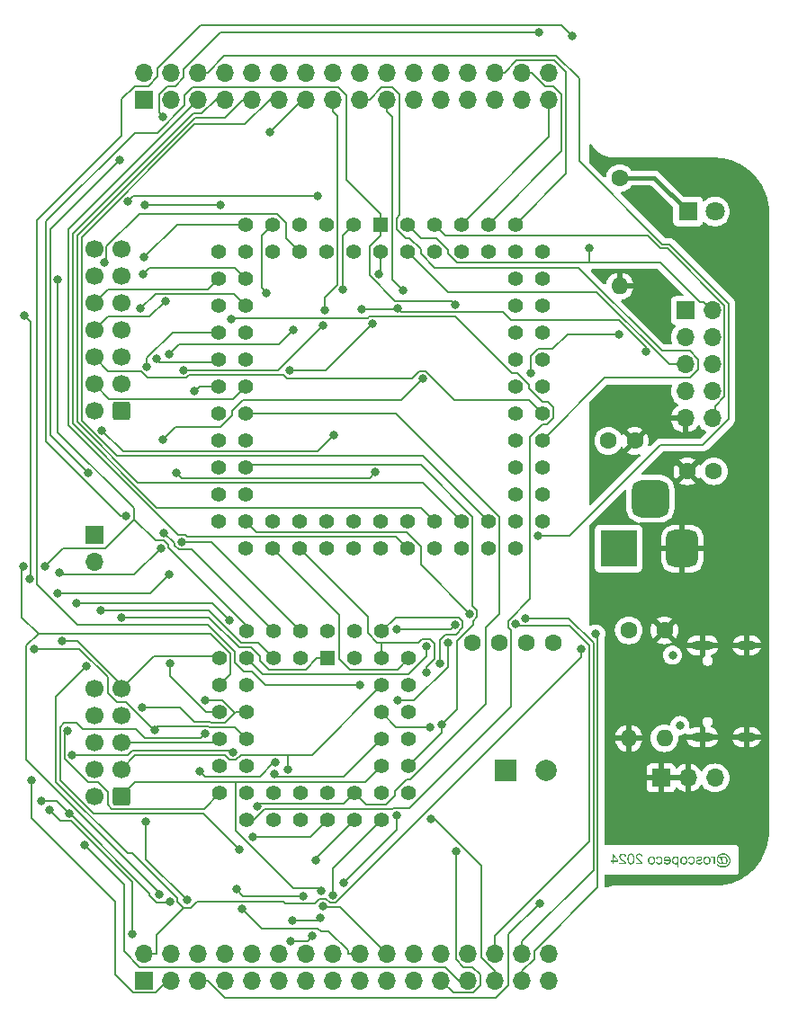
<source format=gbr>
%TF.GenerationSoftware,KiCad,Pcbnew,7.0.9*%
%TF.CreationDate,2024-03-10T01:22:23+00:00*%
%TF.ProjectId,ATF15xxProgBoard,41544631-3578-4785-9072-6f67426f6172,rev?*%
%TF.SameCoordinates,Original*%
%TF.FileFunction,Copper,L4,Bot*%
%TF.FilePolarity,Positive*%
%FSLAX46Y46*%
G04 Gerber Fmt 4.6, Leading zero omitted, Abs format (unit mm)*
G04 Created by KiCad (PCBNEW 7.0.9) date 2024-03-10 01:22:23*
%MOMM*%
%LPD*%
G01*
G04 APERTURE LIST*
G04 Aperture macros list*
%AMRoundRect*
0 Rectangle with rounded corners*
0 $1 Rounding radius*
0 $2 $3 $4 $5 $6 $7 $8 $9 X,Y pos of 4 corners*
0 Add a 4 corners polygon primitive as box body*
4,1,4,$2,$3,$4,$5,$6,$7,$8,$9,$2,$3,0*
0 Add four circle primitives for the rounded corners*
1,1,$1+$1,$2,$3*
1,1,$1+$1,$4,$5*
1,1,$1+$1,$6,$7*
1,1,$1+$1,$8,$9*
0 Add four rect primitives between the rounded corners*
20,1,$1+$1,$2,$3,$4,$5,0*
20,1,$1+$1,$4,$5,$6,$7,0*
20,1,$1+$1,$6,$7,$8,$9,0*
20,1,$1+$1,$8,$9,$2,$3,0*%
G04 Aperture macros list end*
%ADD10C,0.187500*%
%TA.AperFunction,NonConductor*%
%ADD11C,0.187500*%
%TD*%
%TA.AperFunction,ComponentPad*%
%ADD12O,1.600000X1.600000*%
%TD*%
%TA.AperFunction,ComponentPad*%
%ADD13C,1.600000*%
%TD*%
%TA.AperFunction,ComponentPad*%
%ADD14O,1.700000X1.700000*%
%TD*%
%TA.AperFunction,ComponentPad*%
%ADD15R,1.700000X1.700000*%
%TD*%
%TA.AperFunction,ComponentPad*%
%ADD16O,1.700000X0.900000*%
%TD*%
%TA.AperFunction,ComponentPad*%
%ADD17O,2.000000X0.900000*%
%TD*%
%TA.AperFunction,ComponentPad*%
%ADD18R,1.422400X1.422400*%
%TD*%
%TA.AperFunction,ComponentPad*%
%ADD19C,1.422400*%
%TD*%
%TA.AperFunction,ComponentPad*%
%ADD20R,2.000000X2.000000*%
%TD*%
%TA.AperFunction,ComponentPad*%
%ADD21C,2.000000*%
%TD*%
%TA.AperFunction,ComponentPad*%
%ADD22RoundRect,0.250000X0.600000X0.600000X-0.600000X0.600000X-0.600000X-0.600000X0.600000X-0.600000X0*%
%TD*%
%TA.AperFunction,ComponentPad*%
%ADD23C,1.700000*%
%TD*%
%TA.AperFunction,ComponentPad*%
%ADD24R,1.800000X1.800000*%
%TD*%
%TA.AperFunction,ComponentPad*%
%ADD25C,1.800000*%
%TD*%
%TA.AperFunction,ComponentPad*%
%ADD26R,3.500000X3.500000*%
%TD*%
%TA.AperFunction,ComponentPad*%
%ADD27RoundRect,0.750000X0.750000X1.000000X-0.750000X1.000000X-0.750000X-1.000000X0.750000X-1.000000X0*%
%TD*%
%TA.AperFunction,ComponentPad*%
%ADD28RoundRect,0.875000X0.875000X0.875000X-0.875000X0.875000X-0.875000X-0.875000X0.875000X-0.875000X0*%
%TD*%
%TA.AperFunction,ViaPad*%
%ADD29C,0.800000*%
%TD*%
%TA.AperFunction,Conductor*%
%ADD30C,0.200000*%
%TD*%
%TA.AperFunction,Conductor*%
%ADD31C,0.400000*%
%TD*%
G04 APERTURE END LIST*
D10*
D11*
G36*
X170956766Y-126488415D02*
G01*
X170970313Y-126488706D01*
X170983732Y-126489191D01*
X170997023Y-126489871D01*
X171010186Y-126490745D01*
X171023222Y-126491812D01*
X171036129Y-126493074D01*
X171048909Y-126494531D01*
X171061561Y-126496181D01*
X171074085Y-126498025D01*
X171086482Y-126500064D01*
X171098750Y-126502297D01*
X171110891Y-126504724D01*
X171122903Y-126507345D01*
X171134788Y-126510160D01*
X171146545Y-126513169D01*
X171158174Y-126516373D01*
X171169676Y-126519771D01*
X171181049Y-126523363D01*
X171192295Y-126527149D01*
X171203413Y-126531129D01*
X171214403Y-126535303D01*
X171225265Y-126539671D01*
X171235999Y-126544234D01*
X171246606Y-126548991D01*
X171257084Y-126553942D01*
X171267435Y-126559087D01*
X171277658Y-126564426D01*
X171287753Y-126569959D01*
X171297720Y-126575687D01*
X171307559Y-126581609D01*
X171317271Y-126587725D01*
X171326835Y-126594023D01*
X171336261Y-126600494D01*
X171345550Y-126607136D01*
X171354701Y-126613950D01*
X171363715Y-126620936D01*
X171372592Y-126628093D01*
X171381331Y-126635423D01*
X171389933Y-126642923D01*
X171398398Y-126650596D01*
X171406725Y-126658440D01*
X171414915Y-126666457D01*
X171422967Y-126674644D01*
X171430882Y-126683004D01*
X171438660Y-126691535D01*
X171446300Y-126700238D01*
X171453803Y-126709113D01*
X171461168Y-126718160D01*
X171468396Y-126727378D01*
X171475487Y-126736768D01*
X171482440Y-126746330D01*
X171489256Y-126756063D01*
X171495935Y-126765968D01*
X171502476Y-126776045D01*
X171508879Y-126786294D01*
X171515146Y-126796714D01*
X171521275Y-126807307D01*
X171527266Y-126818070D01*
X171533121Y-126829006D01*
X171538837Y-126840113D01*
X171544417Y-126851392D01*
X171549859Y-126862843D01*
X171555163Y-126874466D01*
X171559386Y-126884007D01*
X171563474Y-126893580D01*
X171567429Y-126903184D01*
X171571249Y-126912819D01*
X171574935Y-126922487D01*
X171578488Y-126932185D01*
X171581906Y-126941915D01*
X171585190Y-126951677D01*
X171588340Y-126961470D01*
X171591356Y-126971295D01*
X171594238Y-126981151D01*
X171596986Y-126991038D01*
X171599600Y-127000957D01*
X171602080Y-127010908D01*
X171604426Y-127020890D01*
X171606638Y-127030903D01*
X171608715Y-127040948D01*
X171610659Y-127051025D01*
X171612469Y-127061133D01*
X171614144Y-127071272D01*
X171615686Y-127081443D01*
X171617093Y-127091645D01*
X171618367Y-127101879D01*
X171619506Y-127112144D01*
X171620512Y-127122441D01*
X171621383Y-127132770D01*
X171622120Y-127143129D01*
X171622723Y-127153521D01*
X171623193Y-127163944D01*
X171623528Y-127174398D01*
X171623729Y-127184884D01*
X171623796Y-127195401D01*
X171623571Y-127214248D01*
X171622895Y-127232930D01*
X171621769Y-127251449D01*
X171620193Y-127269803D01*
X171618167Y-127287994D01*
X171615690Y-127306020D01*
X171612763Y-127323882D01*
X171609385Y-127341580D01*
X171605558Y-127359114D01*
X171601280Y-127376484D01*
X171596551Y-127393690D01*
X171591372Y-127410731D01*
X171585743Y-127427609D01*
X171579664Y-127444322D01*
X171573134Y-127460872D01*
X171566154Y-127477257D01*
X171560211Y-127490018D01*
X171553919Y-127502593D01*
X171547281Y-127514984D01*
X171540295Y-127527189D01*
X171532962Y-127539210D01*
X171525282Y-127551045D01*
X171517254Y-127562695D01*
X171508879Y-127574160D01*
X171500157Y-127585440D01*
X171491088Y-127596535D01*
X171481671Y-127607445D01*
X171471907Y-127618170D01*
X171461796Y-127628710D01*
X171451337Y-127639064D01*
X171440532Y-127649234D01*
X171429378Y-127659218D01*
X171417903Y-127668954D01*
X171406130Y-127678380D01*
X171394059Y-127687494D01*
X171381690Y-127696297D01*
X171369024Y-127704789D01*
X171356060Y-127712970D01*
X171342798Y-127720841D01*
X171329239Y-127728400D01*
X171315382Y-127735648D01*
X171301227Y-127742585D01*
X171286775Y-127749211D01*
X171272025Y-127755526D01*
X171256977Y-127761530D01*
X171241632Y-127767223D01*
X171225989Y-127772605D01*
X171210048Y-127777676D01*
X171193837Y-127782437D01*
X171177442Y-127786892D01*
X171160864Y-127791039D01*
X171144103Y-127794880D01*
X171127158Y-127798412D01*
X171110031Y-127801638D01*
X171092720Y-127804557D01*
X171075226Y-127807168D01*
X171057549Y-127809472D01*
X171039689Y-127811469D01*
X171021646Y-127813159D01*
X171003419Y-127814541D01*
X170985009Y-127815616D01*
X170966416Y-127816384D01*
X170947640Y-127816845D01*
X170928681Y-127816999D01*
X170918378Y-127816956D01*
X170908169Y-127816826D01*
X170898054Y-127816610D01*
X170888033Y-127816308D01*
X170878106Y-127815920D01*
X170868273Y-127815445D01*
X170848890Y-127814236D01*
X170829881Y-127812682D01*
X170811249Y-127810782D01*
X170792993Y-127808537D01*
X170775113Y-127805947D01*
X170757609Y-127803011D01*
X170740480Y-127799730D01*
X170723727Y-127796104D01*
X170707351Y-127792132D01*
X170691350Y-127787815D01*
X170675725Y-127783152D01*
X170660476Y-127778144D01*
X170645603Y-127772791D01*
X170631044Y-127767171D01*
X170616737Y-127761304D01*
X170602681Y-127755188D01*
X170588878Y-127748825D01*
X170575326Y-127742213D01*
X170562026Y-127735353D01*
X170548978Y-127728245D01*
X170536182Y-127720889D01*
X170523638Y-127713285D01*
X170511346Y-127705433D01*
X170499305Y-127697333D01*
X170487517Y-127688985D01*
X170475980Y-127680389D01*
X170464696Y-127671545D01*
X170453663Y-127662452D01*
X170442882Y-127653112D01*
X170432423Y-127643658D01*
X170422358Y-127634225D01*
X170412685Y-127624813D01*
X170403406Y-127615422D01*
X170394520Y-127606052D01*
X170386026Y-127596703D01*
X170377926Y-127587375D01*
X170370219Y-127578068D01*
X170362905Y-127568782D01*
X170355985Y-127559517D01*
X170349457Y-127550273D01*
X170343322Y-127541050D01*
X170337580Y-127531848D01*
X170332232Y-127522667D01*
X170327276Y-127513507D01*
X170322714Y-127504368D01*
X170447034Y-127504368D01*
X170454844Y-127514046D01*
X170463131Y-127523541D01*
X170471895Y-127532853D01*
X170481136Y-127541981D01*
X170490854Y-127550927D01*
X170501050Y-127559689D01*
X170511722Y-127568268D01*
X170522871Y-127576664D01*
X170534497Y-127584877D01*
X170546601Y-127592906D01*
X170559181Y-127600752D01*
X170572239Y-127608415D01*
X170585773Y-127615895D01*
X170599785Y-127623192D01*
X170614273Y-127630306D01*
X170629239Y-127637236D01*
X170644641Y-127643861D01*
X170660502Y-127650059D01*
X170676820Y-127655829D01*
X170693597Y-127661172D01*
X170710831Y-127666087D01*
X170728524Y-127670575D01*
X170746674Y-127674636D01*
X170765282Y-127678269D01*
X170784348Y-127681475D01*
X170794053Y-127682917D01*
X170803872Y-127684253D01*
X170813806Y-127685482D01*
X170823855Y-127686604D01*
X170834017Y-127687619D01*
X170844295Y-127688527D01*
X170854686Y-127689328D01*
X170865193Y-127690023D01*
X170875813Y-127690611D01*
X170886549Y-127691092D01*
X170897398Y-127691466D01*
X170908363Y-127691733D01*
X170919441Y-127691893D01*
X170930635Y-127691946D01*
X170941123Y-127691892D01*
X170951554Y-127691728D01*
X170961926Y-127691455D01*
X170972240Y-127691073D01*
X170982496Y-127690581D01*
X170992693Y-127689980D01*
X171002833Y-127689270D01*
X171012914Y-127688451D01*
X171022937Y-127687522D01*
X171032902Y-127686484D01*
X171042808Y-127685337D01*
X171052657Y-127684081D01*
X171062447Y-127682716D01*
X171072179Y-127681241D01*
X171091468Y-127677964D01*
X171110525Y-127674249D01*
X171129349Y-127670098D01*
X171147940Y-127665510D01*
X171166298Y-127660485D01*
X171184424Y-127655023D01*
X171202317Y-127649124D01*
X171219976Y-127642788D01*
X171237404Y-127636015D01*
X171254460Y-127628785D01*
X171271006Y-127621078D01*
X171287043Y-127612894D01*
X171302571Y-127604233D01*
X171317589Y-127595095D01*
X171332097Y-127585479D01*
X171346096Y-127575387D01*
X171359586Y-127564818D01*
X171372566Y-127553772D01*
X171385037Y-127542248D01*
X171396998Y-127530248D01*
X171408450Y-127517771D01*
X171419392Y-127504816D01*
X171429825Y-127491385D01*
X171439748Y-127477476D01*
X171449162Y-127463091D01*
X171458005Y-127448261D01*
X171466278Y-127433080D01*
X171473980Y-127417547D01*
X171481112Y-127401664D01*
X171487673Y-127385429D01*
X171493664Y-127368844D01*
X171499084Y-127351907D01*
X171503934Y-127334619D01*
X171508213Y-127316980D01*
X171511921Y-127298990D01*
X171515059Y-127280649D01*
X171517626Y-127261957D01*
X171519623Y-127242914D01*
X171521050Y-127223519D01*
X171521549Y-127213690D01*
X171521905Y-127203774D01*
X171522119Y-127193769D01*
X171522191Y-127183677D01*
X171521905Y-127164397D01*
X171521050Y-127145270D01*
X171519623Y-127126295D01*
X171517626Y-127107473D01*
X171515059Y-127088804D01*
X171511921Y-127070287D01*
X171508213Y-127051923D01*
X171503934Y-127033712D01*
X171499084Y-127015653D01*
X171493664Y-126997747D01*
X171487673Y-126979994D01*
X171481112Y-126962393D01*
X171473980Y-126944945D01*
X171466278Y-126927650D01*
X171458005Y-126910507D01*
X171449162Y-126893517D01*
X171439770Y-126876849D01*
X171429913Y-126860674D01*
X171419590Y-126844991D01*
X171408801Y-126829800D01*
X171397547Y-126815101D01*
X171385827Y-126800895D01*
X171373641Y-126787181D01*
X171360990Y-126773960D01*
X171347874Y-126761230D01*
X171334292Y-126748994D01*
X171320244Y-126737249D01*
X171305730Y-126725997D01*
X171290752Y-126715236D01*
X171275307Y-126704969D01*
X171259397Y-126695193D01*
X171243021Y-126685910D01*
X171226274Y-126677126D01*
X171209312Y-126668909D01*
X171192134Y-126661258D01*
X171174740Y-126654174D01*
X171157131Y-126647657D01*
X171139306Y-126641706D01*
X171121265Y-126636322D01*
X171103009Y-126631505D01*
X171084537Y-126627255D01*
X171065850Y-126623571D01*
X171046947Y-126620454D01*
X171027828Y-126617904D01*
X171008494Y-126615920D01*
X170998746Y-126615141D01*
X170988944Y-126614503D01*
X170979088Y-126614008D01*
X170969178Y-126613653D01*
X170959215Y-126613441D01*
X170949197Y-126613370D01*
X170931706Y-126613594D01*
X170914404Y-126614267D01*
X170897291Y-126615388D01*
X170880366Y-126616957D01*
X170863631Y-126618975D01*
X170847084Y-126621442D01*
X170830727Y-126624356D01*
X170814558Y-126627719D01*
X170798578Y-126631531D01*
X170782787Y-126635791D01*
X170767186Y-126640499D01*
X170751772Y-126645656D01*
X170736548Y-126651261D01*
X170721513Y-126657315D01*
X170706667Y-126663817D01*
X170692009Y-126670767D01*
X170677672Y-126678092D01*
X170663788Y-126685716D01*
X170650355Y-126693639D01*
X170637375Y-126701862D01*
X170624847Y-126710385D01*
X170612772Y-126719207D01*
X170601148Y-126728329D01*
X170589977Y-126737751D01*
X170579258Y-126747472D01*
X170568991Y-126757492D01*
X170559176Y-126767813D01*
X170549814Y-126778432D01*
X170540904Y-126789352D01*
X170532446Y-126800571D01*
X170524441Y-126812089D01*
X170516887Y-126823907D01*
X170509759Y-126835932D01*
X170503091Y-126848068D01*
X170496883Y-126860318D01*
X170491135Y-126872680D01*
X170485846Y-126885154D01*
X170481018Y-126897741D01*
X170476649Y-126910441D01*
X170472740Y-126923253D01*
X170469291Y-126936178D01*
X170466302Y-126949215D01*
X170463773Y-126962365D01*
X170461704Y-126975628D01*
X170460094Y-126989003D01*
X170458944Y-127002491D01*
X170458255Y-127016091D01*
X170458025Y-127029804D01*
X170458203Y-127041597D01*
X170458738Y-127053347D01*
X170459630Y-127065052D01*
X170460879Y-127076714D01*
X170462485Y-127088332D01*
X170464447Y-127099906D01*
X170466767Y-127111436D01*
X170469443Y-127122922D01*
X170472476Y-127134364D01*
X170475866Y-127145762D01*
X170479612Y-127157117D01*
X170483716Y-127168427D01*
X170488176Y-127179694D01*
X170492993Y-127190917D01*
X170498167Y-127202095D01*
X170503698Y-127213230D01*
X170509534Y-127224173D01*
X170515624Y-127234835D01*
X170521968Y-127245216D01*
X170528565Y-127255317D01*
X170535416Y-127265137D01*
X170542521Y-127274677D01*
X170549880Y-127283936D01*
X170557493Y-127292915D01*
X170565359Y-127301613D01*
X170573479Y-127310031D01*
X170581853Y-127318168D01*
X170590481Y-127326025D01*
X170599362Y-127333601D01*
X170608497Y-127340897D01*
X170617886Y-127347912D01*
X170627529Y-127354647D01*
X170638412Y-127361849D01*
X170648896Y-127368343D01*
X170658980Y-127374128D01*
X170668665Y-127379205D01*
X170677951Y-127383573D01*
X170689711Y-127388296D01*
X170700761Y-127391759D01*
X170711101Y-127393963D01*
X170723028Y-127394947D01*
X170729144Y-127394625D01*
X170739431Y-127392423D01*
X170748790Y-127388134D01*
X170757222Y-127381758D01*
X170761233Y-127377435D01*
X170766739Y-127369022D01*
X170770043Y-127359798D01*
X170771144Y-127349762D01*
X170770423Y-127342919D01*
X170768720Y-127332637D01*
X170766636Y-127321416D01*
X170764652Y-127311251D01*
X170762308Y-127299588D01*
X170759603Y-127286427D01*
X170757600Y-127276820D01*
X170755436Y-127266548D01*
X170753112Y-127255609D01*
X170750628Y-127244005D01*
X170714337Y-127075722D01*
X170837090Y-127075722D01*
X170837187Y-127083810D01*
X170837698Y-127095936D01*
X170838647Y-127108053D01*
X170840033Y-127120162D01*
X170841858Y-127132262D01*
X170844121Y-127144354D01*
X170846821Y-127156436D01*
X170849959Y-127168511D01*
X170853536Y-127180576D01*
X170857550Y-127192633D01*
X170862002Y-127204682D01*
X170865141Y-127212624D01*
X170870057Y-127224207D01*
X170875222Y-127235396D01*
X170880636Y-127246189D01*
X170886299Y-127256587D01*
X170892211Y-127266591D01*
X170898372Y-127276199D01*
X170904782Y-127285413D01*
X170911440Y-127294231D01*
X170918348Y-127302655D01*
X170925505Y-127310683D01*
X170932778Y-127318334D01*
X170940123Y-127325624D01*
X170947541Y-127332554D01*
X170955032Y-127339122D01*
X170965134Y-127347320D01*
X170975365Y-127354876D01*
X170985727Y-127361791D01*
X170996218Y-127368065D01*
X171006838Y-127373698D01*
X171014772Y-127377495D01*
X171025244Y-127381978D01*
X171035594Y-127385796D01*
X171045822Y-127388950D01*
X171055927Y-127391440D01*
X171065911Y-127393266D01*
X171075772Y-127394428D01*
X171087927Y-127394947D01*
X171095082Y-127394759D01*
X171105624Y-127393772D01*
X171115939Y-127391940D01*
X171126026Y-127389262D01*
X171135885Y-127385737D01*
X171145517Y-127381368D01*
X171154922Y-127376152D01*
X171164099Y-127370090D01*
X171173048Y-127363183D01*
X171181770Y-127355430D01*
X171190265Y-127346831D01*
X171198252Y-127337470D01*
X171205454Y-127327431D01*
X171211871Y-127316714D01*
X171217502Y-127305318D01*
X171222347Y-127293243D01*
X171226406Y-127280491D01*
X171229680Y-127267060D01*
X171232168Y-127252950D01*
X171233390Y-127243167D01*
X171234263Y-127233083D01*
X171234787Y-127222697D01*
X171234961Y-127212009D01*
X171234875Y-127205159D01*
X171234424Y-127194726D01*
X171233587Y-127184105D01*
X171232364Y-127173294D01*
X171230754Y-127162294D01*
X171228757Y-127151106D01*
X171226374Y-127139729D01*
X171223605Y-127128162D01*
X171220450Y-127116407D01*
X171216908Y-127104463D01*
X171212979Y-127092330D01*
X171210175Y-127084256D01*
X171205758Y-127072434D01*
X171201088Y-127060960D01*
X171196164Y-127049834D01*
X171190987Y-127039056D01*
X171185557Y-127028625D01*
X171179873Y-127018542D01*
X171173936Y-127008807D01*
X171167746Y-126999420D01*
X171161302Y-126990380D01*
X171154605Y-126981688D01*
X171147760Y-126973346D01*
X171140872Y-126965445D01*
X171133941Y-126957987D01*
X171126968Y-126950971D01*
X171117602Y-126942304D01*
X171108161Y-126934423D01*
X171098643Y-126927329D01*
X171089049Y-126921021D01*
X171079378Y-126915498D01*
X171069590Y-126910633D01*
X171059641Y-126906416D01*
X171049531Y-126902847D01*
X171039262Y-126899928D01*
X171028832Y-126897657D01*
X171018241Y-126896035D01*
X171007491Y-126895062D01*
X170996580Y-126894738D01*
X170988325Y-126894924D01*
X170976238Y-126895901D01*
X170964508Y-126897715D01*
X170953134Y-126900366D01*
X170942117Y-126903854D01*
X170931456Y-126908180D01*
X170921151Y-126913342D01*
X170911203Y-126919342D01*
X170901611Y-126926179D01*
X170892375Y-126933854D01*
X170883496Y-126942365D01*
X170875202Y-126951589D01*
X170867725Y-126961491D01*
X170861063Y-126972071D01*
X170855217Y-126983329D01*
X170850187Y-126995266D01*
X170845972Y-127007881D01*
X170842573Y-127021175D01*
X170839990Y-127035147D01*
X170838721Y-127044838D01*
X170837815Y-127054831D01*
X170837271Y-127065126D01*
X170837090Y-127075722D01*
X170714337Y-127075722D01*
X170651709Y-126785317D01*
X170774808Y-126785317D01*
X170798011Y-126896692D01*
X170802956Y-126888791D01*
X170810598Y-126877423D01*
X170818512Y-126866635D01*
X170826696Y-126856426D01*
X170835150Y-126846797D01*
X170843875Y-126837747D01*
X170852870Y-126829277D01*
X170862136Y-126821386D01*
X170871672Y-126814076D01*
X170881479Y-126807344D01*
X170891556Y-126801193D01*
X170898354Y-126797377D01*
X170908631Y-126792116D01*
X170919002Y-126787408D01*
X170929468Y-126783255D01*
X170940028Y-126779655D01*
X170950683Y-126776608D01*
X170961432Y-126774116D01*
X170972276Y-126772178D01*
X170983214Y-126770793D01*
X170994246Y-126769962D01*
X171005373Y-126769685D01*
X171015192Y-126769901D01*
X171025050Y-126770548D01*
X171034945Y-126771626D01*
X171044879Y-126773135D01*
X171054851Y-126775076D01*
X171064861Y-126777448D01*
X171074910Y-126780251D01*
X171084996Y-126783485D01*
X171095121Y-126787151D01*
X171105283Y-126791248D01*
X171115484Y-126795776D01*
X171125724Y-126800735D01*
X171136001Y-126806125D01*
X171146316Y-126811947D01*
X171156670Y-126818200D01*
X171167062Y-126824884D01*
X171177336Y-126831999D01*
X171187399Y-126839543D01*
X171197249Y-126847516D01*
X171206888Y-126855918D01*
X171216316Y-126864750D01*
X171225531Y-126874012D01*
X171234535Y-126883702D01*
X171243326Y-126893822D01*
X171251906Y-126904371D01*
X171260275Y-126915350D01*
X171268431Y-126926757D01*
X171276376Y-126938595D01*
X171284108Y-126950861D01*
X171291629Y-126963557D01*
X171298938Y-126976682D01*
X171306036Y-126990237D01*
X171312809Y-127004004D01*
X171319145Y-127017768D01*
X171325044Y-127031527D01*
X171330506Y-127045283D01*
X171335531Y-127059035D01*
X171340119Y-127072783D01*
X171344270Y-127086528D01*
X171347984Y-127100268D01*
X171351262Y-127114005D01*
X171354102Y-127127738D01*
X171356505Y-127141467D01*
X171358472Y-127155192D01*
X171360001Y-127168914D01*
X171361093Y-127182631D01*
X171361749Y-127196345D01*
X171361967Y-127210055D01*
X171361827Y-127221142D01*
X171361406Y-127232114D01*
X171360705Y-127242971D01*
X171359723Y-127253714D01*
X171358461Y-127264342D01*
X171356918Y-127274856D01*
X171355095Y-127285255D01*
X171352991Y-127295540D01*
X171350607Y-127305711D01*
X171347943Y-127315767D01*
X171344997Y-127325708D01*
X171341772Y-127335535D01*
X171338265Y-127345248D01*
X171334479Y-127354846D01*
X171330411Y-127364329D01*
X171326064Y-127373698D01*
X171323783Y-127378316D01*
X171319097Y-127387326D01*
X171314243Y-127396035D01*
X171306646Y-127408533D01*
X171298672Y-127420353D01*
X171290320Y-127431494D01*
X171281591Y-127441957D01*
X171272483Y-127451741D01*
X171262998Y-127460847D01*
X171253134Y-127469275D01*
X171242893Y-127477025D01*
X171232274Y-127484096D01*
X171225026Y-127488444D01*
X171214108Y-127494439D01*
X171203133Y-127499804D01*
X171192103Y-127504537D01*
X171181017Y-127508639D01*
X171169875Y-127512111D01*
X171158677Y-127514951D01*
X171147424Y-127517159D01*
X171136114Y-127518737D01*
X171124749Y-127519684D01*
X171113328Y-127520000D01*
X171106369Y-127519877D01*
X171095938Y-127519236D01*
X171085515Y-127518046D01*
X171075101Y-127516305D01*
X171064695Y-127514016D01*
X171054298Y-127511176D01*
X171043910Y-127507787D01*
X171033530Y-127503849D01*
X171023159Y-127499361D01*
X171012796Y-127494323D01*
X171002442Y-127488736D01*
X170995583Y-127484719D01*
X170985449Y-127478395D01*
X170975499Y-127471716D01*
X170965734Y-127464680D01*
X170956153Y-127457287D01*
X170946757Y-127449539D01*
X170937546Y-127441433D01*
X170928519Y-127432972D01*
X170919677Y-127424154D01*
X170911019Y-127414980D01*
X170902547Y-127405450D01*
X170902009Y-127410575D01*
X170900508Y-127422553D01*
X170898780Y-127433339D01*
X170896407Y-127444708D01*
X170893708Y-127454359D01*
X170889602Y-127464556D01*
X170886858Y-127469441D01*
X170880573Y-127478566D01*
X170873223Y-127486832D01*
X170864808Y-127494239D01*
X170855328Y-127500788D01*
X170846615Y-127505589D01*
X170844766Y-127506476D01*
X170834989Y-127510486D01*
X170824329Y-127513793D01*
X170812787Y-127516397D01*
X170802918Y-127517973D01*
X170792485Y-127519099D01*
X170781486Y-127519774D01*
X170769923Y-127520000D01*
X170751481Y-127519456D01*
X170733221Y-127517824D01*
X170715143Y-127515105D01*
X170697245Y-127511298D01*
X170679529Y-127506404D01*
X170661994Y-127500422D01*
X170644640Y-127493352D01*
X170627468Y-127485195D01*
X170610477Y-127475950D01*
X170602049Y-127470920D01*
X170593667Y-127465617D01*
X170585330Y-127460043D01*
X170577039Y-127454197D01*
X170568792Y-127448079D01*
X170560591Y-127441689D01*
X170552436Y-127435027D01*
X170544325Y-127428094D01*
X170536260Y-127420888D01*
X170528241Y-127413410D01*
X170520266Y-127405661D01*
X170512337Y-127397640D01*
X170504453Y-127389346D01*
X170496615Y-127380781D01*
X170487990Y-127371044D01*
X170479638Y-127361220D01*
X170471561Y-127351308D01*
X170463757Y-127341309D01*
X170456227Y-127331223D01*
X170448970Y-127321049D01*
X170441988Y-127310789D01*
X170435280Y-127300440D01*
X170428845Y-127290005D01*
X170422684Y-127279482D01*
X170416797Y-127268872D01*
X170411183Y-127258175D01*
X170405844Y-127247390D01*
X170400778Y-127236518D01*
X170395986Y-127225559D01*
X170391468Y-127214513D01*
X170387224Y-127203379D01*
X170383254Y-127192158D01*
X170379557Y-127180849D01*
X170376135Y-127169454D01*
X170372986Y-127157971D01*
X170370111Y-127146400D01*
X170367509Y-127134743D01*
X170365182Y-127122998D01*
X170363128Y-127111166D01*
X170361348Y-127099246D01*
X170359842Y-127087240D01*
X170358610Y-127075146D01*
X170357652Y-127062964D01*
X170356967Y-127050695D01*
X170356557Y-127038339D01*
X170356420Y-127025896D01*
X170356680Y-127008483D01*
X170357461Y-126991233D01*
X170358764Y-126974144D01*
X170360587Y-126957218D01*
X170362931Y-126940454D01*
X170365796Y-126923852D01*
X170369182Y-126907413D01*
X170373089Y-126891135D01*
X170377517Y-126875020D01*
X170382466Y-126859067D01*
X170387936Y-126843276D01*
X170393926Y-126827647D01*
X170400438Y-126812181D01*
X170407470Y-126796877D01*
X170415024Y-126781734D01*
X170423098Y-126766755D01*
X170428039Y-126758166D01*
X170433093Y-126749712D01*
X170443538Y-126733206D01*
X170454433Y-126717235D01*
X170465779Y-126701801D01*
X170477575Y-126686903D01*
X170489822Y-126672542D01*
X170502519Y-126658716D01*
X170515666Y-126645427D01*
X170529263Y-126632674D01*
X170543311Y-126620457D01*
X170557809Y-126608776D01*
X170572758Y-126597632D01*
X170588156Y-126587023D01*
X170604006Y-126576951D01*
X170620305Y-126567415D01*
X170637055Y-126558415D01*
X170645561Y-126554103D01*
X170662778Y-126545888D01*
X170680268Y-126538221D01*
X170698031Y-126531102D01*
X170716067Y-126524530D01*
X170734376Y-126518506D01*
X170752957Y-126513030D01*
X170771812Y-126508101D01*
X170781341Y-126505842D01*
X170790939Y-126503720D01*
X170800605Y-126501735D01*
X170810339Y-126499887D01*
X170820141Y-126498175D01*
X170830012Y-126496601D01*
X170839951Y-126495163D01*
X170849958Y-126493863D01*
X170860033Y-126492699D01*
X170870177Y-126491672D01*
X170880388Y-126490782D01*
X170890668Y-126490029D01*
X170901016Y-126489413D01*
X170911433Y-126488934D01*
X170921917Y-126488592D01*
X170932470Y-126488386D01*
X170943091Y-126488318D01*
X170956766Y-126488415D01*
G37*
G36*
X170188136Y-127520000D02*
G01*
X170188136Y-126785317D01*
X170076762Y-126785317D01*
X170076762Y-126894005D01*
X170071474Y-126884712D01*
X170066236Y-126875824D01*
X170061048Y-126867341D01*
X170053359Y-126855374D01*
X170045781Y-126844317D01*
X170038315Y-126834170D01*
X170030960Y-126824934D01*
X170023717Y-126816608D01*
X170016586Y-126809192D01*
X170007252Y-126800720D01*
X169998115Y-126793866D01*
X169988968Y-126788198D01*
X169979599Y-126783287D01*
X169970008Y-126779131D01*
X169960197Y-126775730D01*
X169950164Y-126773086D01*
X169939909Y-126771197D01*
X169929433Y-126770063D01*
X169918736Y-126769685D01*
X169906996Y-126770025D01*
X169895220Y-126771042D01*
X169883411Y-126772738D01*
X169871567Y-126775112D01*
X169859689Y-126778165D01*
X169847776Y-126781896D01*
X169835829Y-126786305D01*
X169823848Y-126791393D01*
X169811832Y-126797159D01*
X169799783Y-126803603D01*
X169791730Y-126808276D01*
X169834228Y-126922581D01*
X169842744Y-126917606D01*
X169854092Y-126911732D01*
X169865432Y-126906729D01*
X169876765Y-126902596D01*
X169888089Y-126899333D01*
X169899407Y-126896940D01*
X169910716Y-126895418D01*
X169922018Y-126894765D01*
X169924842Y-126894738D01*
X169934853Y-126895123D01*
X169944611Y-126896280D01*
X169956455Y-126898809D01*
X169967905Y-126902543D01*
X169978961Y-126907482D01*
X169987523Y-126912300D01*
X169995833Y-126917889D01*
X169997871Y-126919406D01*
X170005641Y-126925871D01*
X170012831Y-126932931D01*
X170019441Y-126940587D01*
X170025471Y-126948838D01*
X170030920Y-126957684D01*
X170035790Y-126967125D01*
X170040079Y-126977162D01*
X170043789Y-126987794D01*
X170047499Y-127000408D01*
X170050844Y-127013245D01*
X170053824Y-127026306D01*
X170056440Y-127039589D01*
X170058690Y-127053096D01*
X170060576Y-127066826D01*
X170062096Y-127080779D01*
X170063252Y-127094956D01*
X170064043Y-127109356D01*
X170064468Y-127123979D01*
X170064549Y-127133852D01*
X170064549Y-127520000D01*
X170188136Y-127520000D01*
G37*
G36*
X169441387Y-126770003D02*
G01*
X169457820Y-126770956D01*
X169473932Y-126772545D01*
X169489724Y-126774769D01*
X169505195Y-126777628D01*
X169520346Y-126781123D01*
X169535176Y-126785253D01*
X169549685Y-126790019D01*
X169563874Y-126795420D01*
X169577743Y-126801456D01*
X169591291Y-126808128D01*
X169604518Y-126815435D01*
X169617425Y-126823378D01*
X169630011Y-126831956D01*
X169642276Y-126841169D01*
X169654221Y-126851018D01*
X169661149Y-126857258D01*
X169674344Y-126870353D01*
X169686659Y-126884271D01*
X169698094Y-126899012D01*
X169708650Y-126914575D01*
X169718326Y-126930960D01*
X169727123Y-126948168D01*
X169731191Y-126957080D01*
X169735040Y-126966198D01*
X169738668Y-126975521D01*
X169742077Y-126985050D01*
X169745266Y-126994785D01*
X169748235Y-127004725D01*
X169750984Y-127014871D01*
X169753513Y-127025222D01*
X169755822Y-127035779D01*
X169757911Y-127046542D01*
X169759780Y-127057510D01*
X169761429Y-127068684D01*
X169762859Y-127080064D01*
X169764068Y-127091649D01*
X169765058Y-127103440D01*
X169765828Y-127115436D01*
X169766378Y-127127638D01*
X169766707Y-127140045D01*
X169766817Y-127152658D01*
X169766725Y-127164175D01*
X169766448Y-127175522D01*
X169765987Y-127186699D01*
X169765340Y-127197706D01*
X169764510Y-127208543D01*
X169763494Y-127219211D01*
X169762294Y-127229708D01*
X169760910Y-127240036D01*
X169759341Y-127250194D01*
X169757587Y-127260182D01*
X169755648Y-127270001D01*
X169753525Y-127279649D01*
X169748725Y-127298437D01*
X169743187Y-127316545D01*
X169736910Y-127333974D01*
X169729895Y-127350724D01*
X169722141Y-127366794D01*
X169713649Y-127382185D01*
X169704418Y-127396897D01*
X169694449Y-127410930D01*
X169683741Y-127424283D01*
X169672295Y-127436957D01*
X169660251Y-127448906D01*
X169647749Y-127460084D01*
X169634789Y-127470491D01*
X169621371Y-127480127D01*
X169607495Y-127488992D01*
X169593161Y-127497086D01*
X169578369Y-127504410D01*
X169563119Y-127510963D01*
X169547411Y-127516744D01*
X169531245Y-127521755D01*
X169514621Y-127525995D01*
X169497540Y-127529464D01*
X169480000Y-127532162D01*
X169462002Y-127534089D01*
X169443547Y-127535246D01*
X169424633Y-127535631D01*
X169412754Y-127535456D01*
X169400991Y-127534933D01*
X169389345Y-127534060D01*
X169377815Y-127532838D01*
X169366401Y-127531266D01*
X169355104Y-127529346D01*
X169343923Y-127527076D01*
X169332859Y-127524457D01*
X169321911Y-127521489D01*
X169311079Y-127518171D01*
X169300364Y-127514505D01*
X169289765Y-127510489D01*
X169279283Y-127506124D01*
X169268917Y-127501410D01*
X169258667Y-127496347D01*
X169248534Y-127490935D01*
X169238579Y-127485176D01*
X169228926Y-127479135D01*
X169219574Y-127472811D01*
X169210524Y-127466205D01*
X169201775Y-127459317D01*
X169193328Y-127452146D01*
X169185182Y-127444693D01*
X169177337Y-127436957D01*
X169169794Y-127428939D01*
X169162553Y-127420638D01*
X169155613Y-127412056D01*
X169148975Y-127403190D01*
X169142638Y-127394043D01*
X169136602Y-127384613D01*
X169130868Y-127374900D01*
X169125436Y-127364905D01*
X169120319Y-127354534D01*
X169115532Y-127343691D01*
X169111076Y-127332376D01*
X169106950Y-127320590D01*
X169103153Y-127308333D01*
X169099687Y-127295605D01*
X169096551Y-127282406D01*
X169093745Y-127268735D01*
X169091269Y-127254592D01*
X169089124Y-127239979D01*
X169087308Y-127224894D01*
X169085823Y-127209338D01*
X169084667Y-127193310D01*
X169083842Y-127176812D01*
X169083347Y-127159841D01*
X169083240Y-127148506D01*
X169210432Y-127148506D01*
X169210671Y-127164819D01*
X169211386Y-127180601D01*
X169212579Y-127195853D01*
X169214248Y-127210574D01*
X169216395Y-127224765D01*
X169219019Y-127238426D01*
X169222120Y-127251556D01*
X169225697Y-127264155D01*
X169229752Y-127276224D01*
X169234284Y-127287763D01*
X169239293Y-127298771D01*
X169244779Y-127309248D01*
X169250742Y-127319196D01*
X169257182Y-127328612D01*
X169264099Y-127337499D01*
X169271493Y-127345854D01*
X169279247Y-127353692D01*
X169287243Y-127361024D01*
X169295481Y-127367851D01*
X169303962Y-127374171D01*
X169312685Y-127379986D01*
X169321650Y-127385296D01*
X169330858Y-127390100D01*
X169340308Y-127394398D01*
X169350001Y-127398190D01*
X169359935Y-127401477D01*
X169370113Y-127404258D01*
X169380532Y-127406533D01*
X169391194Y-127408303D01*
X169402098Y-127409567D01*
X169413244Y-127410326D01*
X169424633Y-127410579D01*
X169436111Y-127410328D01*
X169447340Y-127409575D01*
X169458321Y-127408320D01*
X169469055Y-127406564D01*
X169479540Y-127404306D01*
X169489777Y-127401546D01*
X169499766Y-127398284D01*
X169509508Y-127394520D01*
X169519001Y-127390254D01*
X169528246Y-127385487D01*
X169537242Y-127380217D01*
X169545991Y-127374446D01*
X169554492Y-127368173D01*
X169562745Y-127361398D01*
X169570750Y-127354121D01*
X169578506Y-127346343D01*
X169585900Y-127338029D01*
X169592817Y-127329208D01*
X169599257Y-127319879D01*
X169605220Y-127310042D01*
X169610706Y-127299698D01*
X169615715Y-127288847D01*
X169620247Y-127277487D01*
X169624302Y-127265621D01*
X169627879Y-127253246D01*
X169630980Y-127240364D01*
X169633604Y-127226975D01*
X169635751Y-127213078D01*
X169637420Y-127198673D01*
X169638613Y-127183761D01*
X169639328Y-127168341D01*
X169639567Y-127152414D01*
X169639328Y-127136489D01*
X169638613Y-127121075D01*
X169637420Y-127106172D01*
X169635751Y-127091781D01*
X169633604Y-127077901D01*
X169630980Y-127064532D01*
X169627879Y-127051675D01*
X169624302Y-127039330D01*
X169620247Y-127027495D01*
X169615715Y-127016172D01*
X169610706Y-127005361D01*
X169605220Y-126995061D01*
X169599257Y-126985272D01*
X169592817Y-126975994D01*
X169585900Y-126967228D01*
X169578506Y-126958974D01*
X169570750Y-126951195D01*
X169562745Y-126943918D01*
X169554492Y-126937144D01*
X169545991Y-126930870D01*
X169537242Y-126925099D01*
X169528246Y-126919830D01*
X169519001Y-126915062D01*
X169509508Y-126910797D01*
X169499766Y-126907033D01*
X169489777Y-126903771D01*
X169479540Y-126901011D01*
X169469055Y-126898753D01*
X169458321Y-126896996D01*
X169447340Y-126895741D01*
X169436111Y-126894989D01*
X169424633Y-126894738D01*
X169413332Y-126894990D01*
X169402266Y-126895745D01*
X169391434Y-126897005D01*
X169380837Y-126898768D01*
X169370475Y-126901035D01*
X169360348Y-126903805D01*
X169350455Y-126907080D01*
X169340797Y-126910858D01*
X169331373Y-126915140D01*
X169322185Y-126919925D01*
X169313231Y-126925215D01*
X169304511Y-126931008D01*
X169296027Y-126937305D01*
X169287777Y-126944105D01*
X169279762Y-126951410D01*
X169271981Y-126959218D01*
X169264528Y-126967485D01*
X169257556Y-126976227D01*
X169251064Y-126985444D01*
X169245054Y-126995137D01*
X169239524Y-127005304D01*
X169234475Y-127015947D01*
X169229907Y-127027065D01*
X169225819Y-127038658D01*
X169222213Y-127050726D01*
X169219088Y-127063269D01*
X169216443Y-127076288D01*
X169214279Y-127089781D01*
X169212596Y-127103750D01*
X169211394Y-127118193D01*
X169210673Y-127133112D01*
X169210432Y-127148506D01*
X169083240Y-127148506D01*
X169083182Y-127142400D01*
X169083275Y-127131559D01*
X169083555Y-127120867D01*
X169084021Y-127110322D01*
X169084674Y-127099925D01*
X169085513Y-127089676D01*
X169086539Y-127079574D01*
X169087751Y-127069621D01*
X169089150Y-127059815D01*
X169092508Y-127040648D01*
X169096611Y-127022072D01*
X169101461Y-127004088D01*
X169107056Y-126986695D01*
X169113398Y-126969894D01*
X169120486Y-126953684D01*
X169128320Y-126938066D01*
X169136900Y-126923039D01*
X169146226Y-126908604D01*
X169156298Y-126894761D01*
X169167116Y-126881509D01*
X169178681Y-126868848D01*
X169190833Y-126856840D01*
X169203414Y-126845607D01*
X169216425Y-126835148D01*
X169229865Y-126825464D01*
X169243734Y-126816555D01*
X169258033Y-126808421D01*
X169272761Y-126801061D01*
X169287918Y-126794476D01*
X169303505Y-126788666D01*
X169319521Y-126783630D01*
X169335966Y-126779369D01*
X169352841Y-126775883D01*
X169370145Y-126773172D01*
X169387878Y-126771235D01*
X169406041Y-126770073D01*
X169424633Y-126769685D01*
X169441387Y-126770003D01*
G37*
G36*
X168991591Y-127301158D02*
G01*
X168869225Y-127285526D01*
X168866977Y-127296635D01*
X168864081Y-127307245D01*
X168860537Y-127317357D01*
X168856345Y-127326971D01*
X168851504Y-127336087D01*
X168846015Y-127344706D01*
X168839878Y-127352826D01*
X168833092Y-127360448D01*
X168825658Y-127367572D01*
X168817576Y-127374198D01*
X168811828Y-127378339D01*
X168802661Y-127384100D01*
X168792837Y-127389295D01*
X168782356Y-127393923D01*
X168771219Y-127397985D01*
X168759424Y-127401480D01*
X168746973Y-127404408D01*
X168733865Y-127406769D01*
X168720099Y-127408564D01*
X168705677Y-127409792D01*
X168695698Y-127410295D01*
X168685426Y-127410547D01*
X168680181Y-127410579D01*
X168669727Y-127410463D01*
X168659615Y-127410117D01*
X168649844Y-127409540D01*
X168635829Y-127408241D01*
X168622582Y-127406423D01*
X168610103Y-127404085D01*
X168598393Y-127401228D01*
X168587451Y-127397851D01*
X168577278Y-127393955D01*
X168567874Y-127389539D01*
X168559238Y-127384604D01*
X168553907Y-127381025D01*
X168544233Y-127373477D01*
X168535849Y-127365607D01*
X168528754Y-127357418D01*
X168522950Y-127348907D01*
X168518435Y-127340076D01*
X168514606Y-127328587D01*
X168512792Y-127316597D01*
X168512630Y-127311660D01*
X168513525Y-127300886D01*
X168516208Y-127290852D01*
X168520680Y-127281557D01*
X168526941Y-127273001D01*
X168534991Y-127265185D01*
X168544830Y-127258108D01*
X168549267Y-127255484D01*
X168559047Y-127250943D01*
X168569525Y-127247035D01*
X168578931Y-127243944D01*
X168589663Y-127240715D01*
X168601723Y-127237349D01*
X168615109Y-127233846D01*
X168624770Y-127231434D01*
X168635020Y-127228961D01*
X168645860Y-127226427D01*
X168657290Y-127223832D01*
X168669310Y-127221176D01*
X168675540Y-127219825D01*
X168692219Y-127215436D01*
X168708246Y-127211124D01*
X168723620Y-127206888D01*
X168738341Y-127202728D01*
X168752410Y-127198645D01*
X168765826Y-127194637D01*
X168778590Y-127190707D01*
X168790701Y-127186852D01*
X168802159Y-127183074D01*
X168812965Y-127179372D01*
X168823118Y-127175747D01*
X168832619Y-127172198D01*
X168845646Y-127167017D01*
X168857205Y-127162008D01*
X168864096Y-127158764D01*
X168873719Y-127153736D01*
X168882895Y-127148360D01*
X168891625Y-127142636D01*
X168899908Y-127136565D01*
X168907745Y-127130146D01*
X168915135Y-127123379D01*
X168922079Y-127116264D01*
X168928576Y-127108801D01*
X168934627Y-127100991D01*
X168940231Y-127092833D01*
X168943719Y-127087201D01*
X168948564Y-127078554D01*
X168952932Y-127069739D01*
X168956824Y-127060756D01*
X168961272Y-127048519D01*
X168964052Y-127039146D01*
X168966356Y-127029606D01*
X168968182Y-127019898D01*
X168969533Y-127010023D01*
X168970406Y-126999980D01*
X168970803Y-126989770D01*
X168970830Y-126986329D01*
X168970483Y-126973869D01*
X168969441Y-126961645D01*
X168967704Y-126949658D01*
X168965273Y-126937908D01*
X168962148Y-126926394D01*
X168958328Y-126915117D01*
X168953813Y-126904076D01*
X168948604Y-126893272D01*
X168942738Y-126882755D01*
X168936376Y-126872695D01*
X168929519Y-126863093D01*
X168922165Y-126853949D01*
X168914314Y-126845263D01*
X168905968Y-126837035D01*
X168897126Y-126829265D01*
X168887787Y-126821953D01*
X168878268Y-126815321D01*
X168869914Y-126810248D01*
X168860904Y-126805380D01*
X168851237Y-126800718D01*
X168840914Y-126796263D01*
X168829935Y-126792013D01*
X168818299Y-126787970D01*
X168809141Y-126785073D01*
X168799737Y-126782323D01*
X168790208Y-126779843D01*
X168780554Y-126777635D01*
X168770776Y-126775696D01*
X168760873Y-126774028D01*
X168750846Y-126772631D01*
X168740695Y-126771504D01*
X168730419Y-126770647D01*
X168720018Y-126770061D01*
X168709493Y-126769746D01*
X168702407Y-126769685D01*
X168691743Y-126769782D01*
X168681246Y-126770071D01*
X168670914Y-126770553D01*
X168660748Y-126771227D01*
X168650749Y-126772095D01*
X168640915Y-126773154D01*
X168626476Y-126775106D01*
X168612410Y-126777491D01*
X168598718Y-126780309D01*
X168585399Y-126783562D01*
X168572454Y-126787247D01*
X168559883Y-126791367D01*
X168551709Y-126794354D01*
X168539828Y-126799088D01*
X168528548Y-126804131D01*
X168517869Y-126809484D01*
X168507791Y-126815145D01*
X168498314Y-126821116D01*
X168489439Y-126827395D01*
X168481164Y-126833984D01*
X168473490Y-126840882D01*
X168466418Y-126848089D01*
X168459946Y-126855606D01*
X168455966Y-126860788D01*
X168450320Y-126868870D01*
X168445012Y-126877455D01*
X168440044Y-126886542D01*
X168435415Y-126896131D01*
X168431126Y-126906222D01*
X168427175Y-126916816D01*
X168423564Y-126927912D01*
X168420291Y-126939511D01*
X168417358Y-126951611D01*
X168414764Y-126964214D01*
X168413224Y-126972896D01*
X168534124Y-126988527D01*
X168536688Y-126977780D01*
X168540230Y-126967644D01*
X168544748Y-126958119D01*
X168550244Y-126949204D01*
X168556716Y-126940900D01*
X168564166Y-126933206D01*
X168572592Y-126926123D01*
X168581995Y-126919651D01*
X168592337Y-126913812D01*
X168603702Y-126908751D01*
X168616090Y-126904469D01*
X168626052Y-126901769D01*
X168636589Y-126899506D01*
X168647702Y-126897682D01*
X168659390Y-126896295D01*
X168671653Y-126895346D01*
X168684491Y-126894835D01*
X168693370Y-126894738D01*
X168703834Y-126894830D01*
X168713917Y-126895108D01*
X168728325Y-126895871D01*
X168741875Y-126897051D01*
X168754566Y-126898648D01*
X168766399Y-126900661D01*
X168777372Y-126903090D01*
X168787488Y-126905936D01*
X168796744Y-126909198D01*
X168807750Y-126914195D01*
X168815003Y-126918429D01*
X168823532Y-126924474D01*
X168832595Y-126932374D01*
X168839880Y-126940655D01*
X168845389Y-126949318D01*
X168849121Y-126958363D01*
X168851253Y-126969720D01*
X168851395Y-126973628D01*
X168850449Y-126983505D01*
X168847609Y-126992862D01*
X168842877Y-127001701D01*
X168836252Y-127010020D01*
X168828809Y-127017101D01*
X168819729Y-127023598D01*
X168810645Y-127028701D01*
X168800358Y-127033375D01*
X168790867Y-127036942D01*
X168788869Y-127037620D01*
X168779375Y-127040342D01*
X168767593Y-127043410D01*
X168755635Y-127046389D01*
X168745189Y-127048929D01*
X168733476Y-127051730D01*
X168720496Y-127054793D01*
X168706250Y-127058118D01*
X168696049Y-127060481D01*
X168685285Y-127062959D01*
X168679692Y-127064242D01*
X168663608Y-127068680D01*
X168648143Y-127073016D01*
X168633299Y-127077251D01*
X168619074Y-127081385D01*
X168605470Y-127085418D01*
X168592486Y-127089350D01*
X168580122Y-127093180D01*
X168568379Y-127096910D01*
X168557255Y-127100538D01*
X168546752Y-127104065D01*
X168536869Y-127107491D01*
X168527605Y-127110816D01*
X168514874Y-127115614D01*
X168503537Y-127120184D01*
X168496755Y-127123105D01*
X168487198Y-127127592D01*
X168478036Y-127132444D01*
X168469269Y-127137661D01*
X168460897Y-127143243D01*
X168452920Y-127149190D01*
X168445338Y-127155502D01*
X168438151Y-127162179D01*
X168431359Y-127169221D01*
X168424961Y-127176628D01*
X168418959Y-127184399D01*
X168415177Y-127189783D01*
X168409896Y-127198167D01*
X168405134Y-127206925D01*
X168400891Y-127216056D01*
X168397168Y-127225561D01*
X168393965Y-127235439D01*
X168391281Y-127245691D01*
X168389116Y-127256316D01*
X168387471Y-127267315D01*
X168386346Y-127278687D01*
X168385740Y-127290433D01*
X168385624Y-127298471D01*
X168385942Y-127310314D01*
X168386895Y-127322027D01*
X168388483Y-127333612D01*
X168390707Y-127345068D01*
X168393567Y-127356395D01*
X168397061Y-127367594D01*
X168401192Y-127378664D01*
X168405957Y-127389604D01*
X168411358Y-127400416D01*
X168417395Y-127411100D01*
X168421772Y-127418150D01*
X168428787Y-127428460D01*
X168436369Y-127438323D01*
X168444518Y-127447740D01*
X168453234Y-127456710D01*
X168462516Y-127465234D01*
X168472365Y-127473311D01*
X168482780Y-127480942D01*
X168493763Y-127488126D01*
X168505312Y-127494863D01*
X168517427Y-127501155D01*
X168525819Y-127505101D01*
X168538709Y-127510557D01*
X168551917Y-127515476D01*
X168565443Y-127519859D01*
X168579286Y-127523705D01*
X168593447Y-127527015D01*
X168603064Y-127528923D01*
X168612822Y-127530592D01*
X168622721Y-127532023D01*
X168632762Y-127533216D01*
X168642944Y-127534170D01*
X168653267Y-127534886D01*
X168663731Y-127535363D01*
X168674337Y-127535601D01*
X168679692Y-127535631D01*
X168697198Y-127535400D01*
X168714176Y-127534707D01*
X168730629Y-127533553D01*
X168746554Y-127531937D01*
X168761953Y-127529859D01*
X168776825Y-127527319D01*
X168791170Y-127524318D01*
X168804989Y-127520854D01*
X168818281Y-127516929D01*
X168831047Y-127512542D01*
X168843286Y-127507694D01*
X168854998Y-127502383D01*
X168866183Y-127496611D01*
X168876842Y-127490377D01*
X168886974Y-127483682D01*
X168896580Y-127476524D01*
X168905681Y-127468913D01*
X168914360Y-127460855D01*
X168922618Y-127452350D01*
X168930454Y-127443399D01*
X168937868Y-127434001D01*
X168944860Y-127424157D01*
X168951431Y-127413866D01*
X168957580Y-127403129D01*
X168963307Y-127391946D01*
X168968613Y-127380315D01*
X168973497Y-127368239D01*
X168977959Y-127355716D01*
X168981999Y-127342746D01*
X168985618Y-127329330D01*
X168988815Y-127315467D01*
X168991591Y-127301158D01*
G37*
G36*
X167766468Y-127254263D02*
G01*
X167644836Y-127269895D01*
X167647581Y-127285284D01*
X167650812Y-127300250D01*
X167654527Y-127314792D01*
X167658727Y-127328910D01*
X167663411Y-127342605D01*
X167668580Y-127355876D01*
X167674234Y-127368723D01*
X167680373Y-127381147D01*
X167686996Y-127393148D01*
X167694104Y-127404725D01*
X167701696Y-127415878D01*
X167709774Y-127426607D01*
X167718335Y-127436913D01*
X167727382Y-127446795D01*
X167736913Y-127456254D01*
X167746929Y-127465289D01*
X167757333Y-127473807D01*
X167768029Y-127481775D01*
X167779017Y-127489194D01*
X167790297Y-127496064D01*
X167801869Y-127502383D01*
X167813733Y-127508154D01*
X167825889Y-127513374D01*
X167838337Y-127518046D01*
X167851077Y-127522167D01*
X167864108Y-127525739D01*
X167877432Y-127528762D01*
X167891048Y-127531235D01*
X167904955Y-127533158D01*
X167919155Y-127534532D01*
X167933646Y-127535356D01*
X167948429Y-127535631D01*
X167966945Y-127535248D01*
X167985001Y-127534097D01*
X168002597Y-127532179D01*
X168019733Y-127529494D01*
X168036409Y-127526043D01*
X168052626Y-127521824D01*
X168068382Y-127516838D01*
X168083679Y-127511085D01*
X168098516Y-127504564D01*
X168112893Y-127497277D01*
X168126810Y-127489223D01*
X168140267Y-127480402D01*
X168153264Y-127470813D01*
X168165802Y-127460458D01*
X168177879Y-127449335D01*
X168189497Y-127437445D01*
X168200499Y-127424809D01*
X168210792Y-127411506D01*
X168220375Y-127397537D01*
X168229248Y-127382903D01*
X168237411Y-127367602D01*
X168244864Y-127351636D01*
X168251607Y-127335004D01*
X168257641Y-127317705D01*
X168262965Y-127299741D01*
X168267578Y-127281111D01*
X168269619Y-127271546D01*
X168271483Y-127261815D01*
X168273168Y-127251917D01*
X168274677Y-127241853D01*
X168276008Y-127231622D01*
X168277161Y-127221225D01*
X168278137Y-127210661D01*
X168278936Y-127199931D01*
X168279557Y-127189034D01*
X168280000Y-127177971D01*
X168280267Y-127166741D01*
X168280355Y-127155345D01*
X168280203Y-127140624D01*
X168279745Y-127126135D01*
X168278982Y-127111879D01*
X168277913Y-127097856D01*
X168276539Y-127084066D01*
X168274860Y-127070509D01*
X168272875Y-127057184D01*
X168270586Y-127044092D01*
X168267991Y-127031233D01*
X168265090Y-127018607D01*
X168261885Y-127006214D01*
X168258374Y-126994053D01*
X168254557Y-126982125D01*
X168250436Y-126970430D01*
X168246009Y-126958968D01*
X168241277Y-126947739D01*
X168236203Y-126936770D01*
X168230812Y-126926150D01*
X168225105Y-126915879D01*
X168219081Y-126905958D01*
X168212740Y-126896385D01*
X168206083Y-126887162D01*
X168199108Y-126878289D01*
X168191817Y-126869764D01*
X168184210Y-126861589D01*
X168176285Y-126853762D01*
X168168044Y-126846285D01*
X168159486Y-126839157D01*
X168150611Y-126832379D01*
X168141419Y-126825949D01*
X168131911Y-126819869D01*
X168122086Y-126814138D01*
X168112018Y-126808755D01*
X168101841Y-126803719D01*
X168091555Y-126799031D01*
X168081160Y-126794690D01*
X168070657Y-126790696D01*
X168060045Y-126787050D01*
X168049324Y-126783750D01*
X168038494Y-126780799D01*
X168027555Y-126778194D01*
X168016508Y-126775937D01*
X168005352Y-126774027D01*
X167994088Y-126772464D01*
X167982714Y-126771248D01*
X167971232Y-126770380D01*
X167959641Y-126769859D01*
X167947941Y-126769685D01*
X167933242Y-126769924D01*
X167918884Y-126770640D01*
X167904864Y-126771832D01*
X167891185Y-126773502D01*
X167877845Y-126775648D01*
X167864845Y-126778272D01*
X167852184Y-126781373D01*
X167839863Y-126784951D01*
X167827882Y-126789005D01*
X167816241Y-126793537D01*
X167804939Y-126798546D01*
X167793976Y-126804032D01*
X167783354Y-126809995D01*
X167773071Y-126816435D01*
X167763127Y-126823352D01*
X167753524Y-126830746D01*
X167744272Y-126838579D01*
X167735446Y-126846813D01*
X167727045Y-126855447D01*
X167719070Y-126864482D01*
X167711520Y-126873918D01*
X167704396Y-126883755D01*
X167697698Y-126893992D01*
X167691425Y-126904630D01*
X167685577Y-126915668D01*
X167680155Y-126927108D01*
X167675159Y-126938948D01*
X167670588Y-126951188D01*
X167666442Y-126963830D01*
X167662722Y-126976872D01*
X167659428Y-126990315D01*
X167656559Y-127004159D01*
X167776727Y-127019790D01*
X167780166Y-127008385D01*
X167784074Y-126997525D01*
X167788450Y-126987210D01*
X167793293Y-126977441D01*
X167798605Y-126968217D01*
X167804384Y-126959538D01*
X167810632Y-126951404D01*
X167817347Y-126943815D01*
X167824531Y-126936772D01*
X167832182Y-126930274D01*
X167837543Y-126926245D01*
X167845899Y-126920614D01*
X167854573Y-126915538D01*
X167863565Y-126911015D01*
X167872874Y-126907045D01*
X167882501Y-126903630D01*
X167892446Y-126900769D01*
X167902709Y-126898461D01*
X167913289Y-126896707D01*
X167924187Y-126895507D01*
X167935402Y-126894861D01*
X167943056Y-126894738D01*
X167954612Y-126894979D01*
X167965893Y-126895703D01*
X167976899Y-126896910D01*
X167987630Y-126898600D01*
X167998087Y-126900772D01*
X168008269Y-126903428D01*
X168018176Y-126906565D01*
X168027808Y-126910186D01*
X168037166Y-126914290D01*
X168046249Y-126918876D01*
X168055057Y-126923945D01*
X168063590Y-126929497D01*
X168071848Y-126935531D01*
X168079832Y-126942048D01*
X168087541Y-126949048D01*
X168094975Y-126956531D01*
X168102044Y-126964536D01*
X168108656Y-126973102D01*
X168114813Y-126982228D01*
X168120514Y-126991916D01*
X168125758Y-127002165D01*
X168130547Y-127012974D01*
X168134879Y-127024345D01*
X168138756Y-127036277D01*
X168142176Y-127048769D01*
X168145140Y-127061823D01*
X168147649Y-127075437D01*
X168149701Y-127089613D01*
X168151297Y-127104350D01*
X168152437Y-127119647D01*
X168153121Y-127135506D01*
X168153349Y-127151926D01*
X168153130Y-127168610D01*
X168152471Y-127184715D01*
X168151374Y-127200240D01*
X168149838Y-127215184D01*
X168147863Y-127229549D01*
X168145449Y-127243333D01*
X168142597Y-127256538D01*
X168139305Y-127269162D01*
X168135575Y-127281206D01*
X168131405Y-127292670D01*
X168126797Y-127303555D01*
X168121750Y-127313859D01*
X168116264Y-127323582D01*
X168110339Y-127332726D01*
X168103976Y-127341290D01*
X168097173Y-127349274D01*
X168089986Y-127356697D01*
X168082530Y-127363642D01*
X168074805Y-127370108D01*
X168066811Y-127376095D01*
X168058548Y-127381603D01*
X168050015Y-127386631D01*
X168041214Y-127391181D01*
X168032144Y-127395252D01*
X168022804Y-127398845D01*
X168013196Y-127401958D01*
X168003318Y-127404592D01*
X167993172Y-127406747D01*
X167982756Y-127408423D01*
X167972071Y-127409621D01*
X167961118Y-127410339D01*
X167949895Y-127410579D01*
X167936458Y-127410242D01*
X167923442Y-127409231D01*
X167910847Y-127407545D01*
X167898673Y-127405186D01*
X167886919Y-127402153D01*
X167875586Y-127398446D01*
X167864674Y-127394064D01*
X167854182Y-127389009D01*
X167844111Y-127383280D01*
X167834461Y-127376876D01*
X167828262Y-127372233D01*
X167819418Y-127364680D01*
X167811206Y-127356402D01*
X167803625Y-127347398D01*
X167796674Y-127337668D01*
X167790355Y-127327213D01*
X167784667Y-127316033D01*
X167779611Y-127304127D01*
X167775185Y-127291495D01*
X167771390Y-127278138D01*
X167768227Y-127264055D01*
X167766468Y-127254263D01*
G37*
G36*
X167263717Y-126770003D02*
G01*
X167280150Y-126770956D01*
X167296263Y-126772545D01*
X167312055Y-126774769D01*
X167327526Y-126777628D01*
X167342677Y-126781123D01*
X167357507Y-126785253D01*
X167372016Y-126790019D01*
X167386205Y-126795420D01*
X167400074Y-126801456D01*
X167413621Y-126808128D01*
X167426849Y-126815435D01*
X167439755Y-126823378D01*
X167452342Y-126831956D01*
X167464607Y-126841169D01*
X167476552Y-126851018D01*
X167483479Y-126857258D01*
X167496674Y-126870353D01*
X167508989Y-126884271D01*
X167520425Y-126899012D01*
X167530981Y-126914575D01*
X167540657Y-126930960D01*
X167549454Y-126948168D01*
X167553522Y-126957080D01*
X167557371Y-126966198D01*
X167560999Y-126975521D01*
X167564408Y-126985050D01*
X167567597Y-126994785D01*
X167570565Y-127004725D01*
X167573314Y-127014871D01*
X167575843Y-127025222D01*
X167578152Y-127035779D01*
X167580242Y-127046542D01*
X167582111Y-127057510D01*
X167583760Y-127068684D01*
X167585190Y-127080064D01*
X167586399Y-127091649D01*
X167587389Y-127103440D01*
X167588159Y-127115436D01*
X167588708Y-127127638D01*
X167589038Y-127140045D01*
X167589148Y-127152658D01*
X167589056Y-127164175D01*
X167588779Y-127175522D01*
X167588317Y-127186699D01*
X167587671Y-127197706D01*
X167586840Y-127208543D01*
X167585825Y-127219211D01*
X167584625Y-127229708D01*
X167583241Y-127240036D01*
X167581671Y-127250194D01*
X167579917Y-127260182D01*
X167577979Y-127270001D01*
X167575856Y-127279649D01*
X167571056Y-127298437D01*
X167565518Y-127316545D01*
X167559241Y-127333974D01*
X167552225Y-127350724D01*
X167544472Y-127366794D01*
X167535980Y-127382185D01*
X167526749Y-127396897D01*
X167516780Y-127410930D01*
X167506072Y-127424283D01*
X167494626Y-127436957D01*
X167482582Y-127448906D01*
X167470080Y-127460084D01*
X167457120Y-127470491D01*
X167443702Y-127480127D01*
X167429825Y-127488992D01*
X167415491Y-127497086D01*
X167400700Y-127504410D01*
X167385450Y-127510963D01*
X167369742Y-127516744D01*
X167353576Y-127521755D01*
X167336952Y-127525995D01*
X167319870Y-127529464D01*
X167302331Y-127532162D01*
X167284333Y-127534089D01*
X167265877Y-127535246D01*
X167246964Y-127535631D01*
X167235085Y-127535456D01*
X167223322Y-127534933D01*
X167211676Y-127534060D01*
X167200146Y-127532838D01*
X167188732Y-127531266D01*
X167177435Y-127529346D01*
X167166254Y-127527076D01*
X167155190Y-127524457D01*
X167144242Y-127521489D01*
X167133410Y-127518171D01*
X167122695Y-127514505D01*
X167112096Y-127510489D01*
X167101614Y-127506124D01*
X167091248Y-127501410D01*
X167080998Y-127496347D01*
X167070865Y-127490935D01*
X167060910Y-127485176D01*
X167051257Y-127479135D01*
X167041905Y-127472811D01*
X167032855Y-127466205D01*
X167024106Y-127459317D01*
X167015658Y-127452146D01*
X167007512Y-127444693D01*
X166999668Y-127436957D01*
X166992125Y-127428939D01*
X166984884Y-127420638D01*
X166977944Y-127412056D01*
X166971305Y-127403190D01*
X166964968Y-127394043D01*
X166958933Y-127384613D01*
X166953199Y-127374900D01*
X166947766Y-127364905D01*
X166942650Y-127354534D01*
X166937863Y-127343691D01*
X166933407Y-127332376D01*
X166929280Y-127320590D01*
X166925484Y-127308333D01*
X166922018Y-127295605D01*
X166918882Y-127282406D01*
X166916076Y-127268735D01*
X166913600Y-127254592D01*
X166911454Y-127239979D01*
X166909639Y-127224894D01*
X166908153Y-127209338D01*
X166906998Y-127193310D01*
X166906173Y-127176812D01*
X166905677Y-127159841D01*
X166905570Y-127148506D01*
X167032763Y-127148506D01*
X167033001Y-127164819D01*
X167033717Y-127180601D01*
X167034910Y-127195853D01*
X167036579Y-127210574D01*
X167038726Y-127224765D01*
X167041350Y-127238426D01*
X167044450Y-127251556D01*
X167048028Y-127264155D01*
X167052083Y-127276224D01*
X167056615Y-127287763D01*
X167061624Y-127298771D01*
X167067110Y-127309248D01*
X167073073Y-127319196D01*
X167079513Y-127328612D01*
X167086430Y-127337499D01*
X167093824Y-127345854D01*
X167101577Y-127353692D01*
X167109573Y-127361024D01*
X167117812Y-127367851D01*
X167126293Y-127374171D01*
X167135016Y-127379986D01*
X167143981Y-127385296D01*
X167153189Y-127390100D01*
X167162639Y-127394398D01*
X167172332Y-127398190D01*
X167182266Y-127401477D01*
X167192443Y-127404258D01*
X167202863Y-127406533D01*
X167213525Y-127408303D01*
X167224429Y-127409567D01*
X167235575Y-127410326D01*
X167246964Y-127410579D01*
X167258441Y-127410328D01*
X167269671Y-127409575D01*
X167280652Y-127408320D01*
X167291386Y-127406564D01*
X167301871Y-127404306D01*
X167312108Y-127401546D01*
X167322097Y-127398284D01*
X167331838Y-127394520D01*
X167341331Y-127390254D01*
X167350576Y-127385487D01*
X167359573Y-127380217D01*
X167368322Y-127374446D01*
X167376823Y-127368173D01*
X167385076Y-127361398D01*
X167393080Y-127354121D01*
X167400837Y-127346343D01*
X167408231Y-127338029D01*
X167415148Y-127329208D01*
X167421588Y-127319879D01*
X167427551Y-127310042D01*
X167433037Y-127299698D01*
X167438046Y-127288847D01*
X167442578Y-127277487D01*
X167446632Y-127265621D01*
X167450210Y-127253246D01*
X167453311Y-127240364D01*
X167455935Y-127226975D01*
X167458081Y-127213078D01*
X167459751Y-127198673D01*
X167460944Y-127183761D01*
X167461659Y-127168341D01*
X167461898Y-127152414D01*
X167461659Y-127136489D01*
X167460944Y-127121075D01*
X167459751Y-127106172D01*
X167458081Y-127091781D01*
X167455935Y-127077901D01*
X167453311Y-127064532D01*
X167450210Y-127051675D01*
X167446632Y-127039330D01*
X167442578Y-127027495D01*
X167438046Y-127016172D01*
X167433037Y-127005361D01*
X167427551Y-126995061D01*
X167421588Y-126985272D01*
X167415148Y-126975994D01*
X167408231Y-126967228D01*
X167400837Y-126958974D01*
X167393080Y-126951195D01*
X167385076Y-126943918D01*
X167376823Y-126937144D01*
X167368322Y-126930870D01*
X167359573Y-126925099D01*
X167350576Y-126919830D01*
X167341331Y-126915062D01*
X167331838Y-126910797D01*
X167322097Y-126907033D01*
X167312108Y-126903771D01*
X167301871Y-126901011D01*
X167291386Y-126898753D01*
X167280652Y-126896996D01*
X167269671Y-126895741D01*
X167258441Y-126894989D01*
X167246964Y-126894738D01*
X167235663Y-126894990D01*
X167224597Y-126895745D01*
X167213765Y-126897005D01*
X167203168Y-126898768D01*
X167192806Y-126901035D01*
X167182678Y-126903805D01*
X167172786Y-126907080D01*
X167163128Y-126910858D01*
X167153704Y-126915140D01*
X167144515Y-126919925D01*
X167135562Y-126925215D01*
X167126842Y-126931008D01*
X167118358Y-126937305D01*
X167110108Y-126944105D01*
X167102093Y-126951410D01*
X167094312Y-126959218D01*
X167086859Y-126967485D01*
X167079887Y-126976227D01*
X167073395Y-126985444D01*
X167067384Y-126995137D01*
X167061855Y-127005304D01*
X167056806Y-127015947D01*
X167052237Y-127027065D01*
X167048150Y-127038658D01*
X167044544Y-127050726D01*
X167041418Y-127063269D01*
X167038774Y-127076288D01*
X167036610Y-127089781D01*
X167034927Y-127103750D01*
X167033725Y-127118193D01*
X167033003Y-127133112D01*
X167032763Y-127148506D01*
X166905570Y-127148506D01*
X166905512Y-127142400D01*
X166905606Y-127131559D01*
X166905885Y-127120867D01*
X166906352Y-127110322D01*
X166907005Y-127099925D01*
X166907844Y-127089676D01*
X166908870Y-127079574D01*
X166910082Y-127069621D01*
X166911481Y-127059815D01*
X166914838Y-127040648D01*
X166918942Y-127022072D01*
X166923792Y-127004088D01*
X166929387Y-126986695D01*
X166935729Y-126969894D01*
X166942817Y-126953684D01*
X166950651Y-126938066D01*
X166959231Y-126923039D01*
X166968557Y-126908604D01*
X166978629Y-126894761D01*
X166989447Y-126881509D01*
X167001011Y-126868848D01*
X167013163Y-126856840D01*
X167025745Y-126845607D01*
X167038755Y-126835148D01*
X167052196Y-126825464D01*
X167066065Y-126816555D01*
X167080364Y-126808421D01*
X167095092Y-126801061D01*
X167110249Y-126794476D01*
X167125836Y-126788666D01*
X167141852Y-126783630D01*
X167158297Y-126779369D01*
X167175172Y-126775883D01*
X167192476Y-126773172D01*
X167210209Y-126771235D01*
X167228372Y-126770073D01*
X167246964Y-126769685D01*
X167263717Y-126770003D01*
G37*
G36*
X166449063Y-126769821D02*
G01*
X166462004Y-126770532D01*
X166474576Y-126771853D01*
X166486780Y-126773784D01*
X166498613Y-126776324D01*
X166510078Y-126779474D01*
X166521173Y-126783233D01*
X166531900Y-126787602D01*
X166542257Y-126792581D01*
X166552244Y-126798170D01*
X166561863Y-126804368D01*
X166571161Y-126811130D01*
X166580278Y-126818502D01*
X166589216Y-126826483D01*
X166597973Y-126835074D01*
X166606549Y-126844274D01*
X166614945Y-126854085D01*
X166623161Y-126864505D01*
X166631197Y-126875534D01*
X166639053Y-126887173D01*
X166646728Y-126899422D01*
X166651744Y-126907927D01*
X166651744Y-126785317D01*
X166764340Y-126785317D01*
X166764340Y-127801367D01*
X166640753Y-127801367D01*
X166640753Y-127422302D01*
X166636746Y-127428373D01*
X166630478Y-127437232D01*
X166623900Y-127445795D01*
X166617014Y-127454062D01*
X166609818Y-127462033D01*
X166602314Y-127469707D01*
X166594500Y-127477085D01*
X166586377Y-127484167D01*
X166577945Y-127490953D01*
X166569203Y-127497442D01*
X166560153Y-127503635D01*
X166553937Y-127507510D01*
X166544431Y-127512853D01*
X166534706Y-127517633D01*
X166524762Y-127521852D01*
X166514599Y-127525507D01*
X166504217Y-127528601D01*
X166493616Y-127531132D01*
X166482796Y-127533100D01*
X166471757Y-127534506D01*
X166460499Y-127535350D01*
X166449023Y-127535631D01*
X166438491Y-127535444D01*
X166428021Y-127534883D01*
X166417615Y-127533948D01*
X166407272Y-127532639D01*
X166396992Y-127530956D01*
X166386775Y-127528899D01*
X166376621Y-127526468D01*
X166366530Y-127523663D01*
X166356501Y-127520484D01*
X166346536Y-127516931D01*
X166336634Y-127513004D01*
X166326794Y-127508703D01*
X166317018Y-127504028D01*
X166307304Y-127498979D01*
X166297654Y-127493556D01*
X166288066Y-127487759D01*
X166278623Y-127481582D01*
X166269466Y-127475078D01*
X166260595Y-127468248D01*
X166252010Y-127461091D01*
X166243712Y-127453608D01*
X166235699Y-127445799D01*
X166227973Y-127437664D01*
X166220533Y-127429202D01*
X166213380Y-127420414D01*
X166206512Y-127411300D01*
X166199931Y-127401859D01*
X166193636Y-127392093D01*
X166187627Y-127381999D01*
X166181905Y-127371580D01*
X166176469Y-127360834D01*
X166171318Y-127349762D01*
X166166438Y-127338409D01*
X166161873Y-127326880D01*
X166157623Y-127315175D01*
X166153687Y-127303295D01*
X166150066Y-127291239D01*
X166146761Y-127279008D01*
X166143770Y-127266601D01*
X166141093Y-127254019D01*
X166138732Y-127241261D01*
X166136686Y-127228328D01*
X166134954Y-127215219D01*
X166133537Y-127201934D01*
X166132435Y-127188474D01*
X166131648Y-127174839D01*
X166131176Y-127161027D01*
X166131043Y-127149239D01*
X166257536Y-127149239D01*
X166257766Y-127165696D01*
X166258456Y-127181605D01*
X166259606Y-127196966D01*
X166261215Y-127211780D01*
X166263284Y-127226047D01*
X166265814Y-127239765D01*
X166268803Y-127252936D01*
X166272252Y-127265560D01*
X166276161Y-127277635D01*
X166280529Y-127289163D01*
X166285358Y-127300144D01*
X166290646Y-127310577D01*
X166296395Y-127320462D01*
X166302603Y-127329799D01*
X166309271Y-127338589D01*
X166316399Y-127346831D01*
X166323818Y-127354551D01*
X166331423Y-127361772D01*
X166339213Y-127368495D01*
X166347189Y-127374721D01*
X166355349Y-127380448D01*
X166363694Y-127385677D01*
X166376559Y-127392587D01*
X166389840Y-127398377D01*
X166403538Y-127403046D01*
X166417653Y-127406594D01*
X166427294Y-127408338D01*
X166437120Y-127409583D01*
X166447131Y-127410330D01*
X166457327Y-127410579D01*
X166462371Y-127410519D01*
X166472321Y-127410038D01*
X166486894Y-127408415D01*
X166501046Y-127405710D01*
X166514777Y-127401923D01*
X166528088Y-127397055D01*
X166540978Y-127391104D01*
X166553447Y-127384072D01*
X166565496Y-127375957D01*
X166573294Y-127369947D01*
X166580906Y-127363455D01*
X166588331Y-127356483D01*
X166595568Y-127349030D01*
X166602460Y-127341073D01*
X166608906Y-127332589D01*
X166614908Y-127323579D01*
X166620466Y-127314042D01*
X166625579Y-127303978D01*
X166630247Y-127293388D01*
X166634471Y-127282271D01*
X166638250Y-127270628D01*
X166641584Y-127258457D01*
X166644474Y-127245761D01*
X166646919Y-127232537D01*
X166648920Y-127218787D01*
X166650476Y-127204510D01*
X166651588Y-127189707D01*
X166652255Y-127174377D01*
X166652477Y-127158520D01*
X166652239Y-127142670D01*
X166651527Y-127127299D01*
X166650339Y-127112407D01*
X166648676Y-127097994D01*
X166646538Y-127084059D01*
X166643925Y-127070604D01*
X166640836Y-127057628D01*
X166637273Y-127045130D01*
X166633234Y-127033112D01*
X166628720Y-127021572D01*
X166623732Y-127010512D01*
X166618268Y-126999930D01*
X166612328Y-126989827D01*
X166605914Y-126980204D01*
X166599025Y-126971059D01*
X166591660Y-126962393D01*
X166587842Y-126958231D01*
X166580098Y-126950302D01*
X166572214Y-126942903D01*
X166564188Y-126936031D01*
X166556021Y-126929689D01*
X166547713Y-126923875D01*
X166539264Y-126918589D01*
X166530674Y-126913832D01*
X166517523Y-126907687D01*
X166504055Y-126902732D01*
X166490269Y-126898966D01*
X166476165Y-126896390D01*
X166461744Y-126895002D01*
X166451953Y-126894738D01*
X166446999Y-126894800D01*
X166432395Y-126895730D01*
X166418182Y-126897777D01*
X166404359Y-126900939D01*
X166390928Y-126905218D01*
X166377887Y-126910614D01*
X166365236Y-126917125D01*
X166352977Y-126924753D01*
X166345021Y-126930458D01*
X166337238Y-126936660D01*
X166329630Y-126943357D01*
X166322195Y-126950551D01*
X166314933Y-126958241D01*
X166307983Y-126966429D01*
X166301481Y-126975117D01*
X166295427Y-126984304D01*
X166289822Y-126993992D01*
X166284665Y-127004180D01*
X166279957Y-127014867D01*
X166275697Y-127026055D01*
X166271885Y-127037742D01*
X166268522Y-127049929D01*
X166265608Y-127062617D01*
X166263141Y-127075804D01*
X166261123Y-127089491D01*
X166259554Y-127103678D01*
X166258433Y-127118365D01*
X166257760Y-127133552D01*
X166257536Y-127149239D01*
X166131043Y-127149239D01*
X166131018Y-127147041D01*
X166131160Y-127134009D01*
X166131587Y-127121109D01*
X166132298Y-127108341D01*
X166133293Y-127095704D01*
X166134572Y-127083199D01*
X166136136Y-127070825D01*
X166137984Y-127058584D01*
X166140116Y-127046474D01*
X166142533Y-127034495D01*
X166145234Y-127022649D01*
X166148219Y-127010933D01*
X166151489Y-126999350D01*
X166155043Y-126987898D01*
X166158881Y-126976578D01*
X166163004Y-126965390D01*
X166167411Y-126954333D01*
X166172097Y-126943497D01*
X166177058Y-126932969D01*
X166182294Y-126922751D01*
X166187805Y-126912842D01*
X166193590Y-126903242D01*
X166199651Y-126893952D01*
X166205986Y-126884970D01*
X166212595Y-126876297D01*
X166219480Y-126867934D01*
X166226639Y-126859880D01*
X166234074Y-126852135D01*
X166241782Y-126844699D01*
X166249766Y-126837572D01*
X166258025Y-126830754D01*
X166266558Y-126824245D01*
X166275366Y-126818046D01*
X166284368Y-126812189D01*
X166293543Y-126806711D01*
X166302892Y-126801611D01*
X166312414Y-126796888D01*
X166322111Y-126792543D01*
X166331981Y-126788576D01*
X166342024Y-126784987D01*
X166352241Y-126781775D01*
X166362632Y-126778942D01*
X166373197Y-126776486D01*
X166383935Y-126774408D01*
X166394846Y-126772708D01*
X166405932Y-126771386D01*
X166417191Y-126770441D01*
X166428623Y-126769874D01*
X166440230Y-126769685D01*
X166449063Y-126769821D01*
G37*
G36*
X165704930Y-126770084D02*
G01*
X165723167Y-126771281D01*
X165740963Y-126773275D01*
X165758319Y-126776066D01*
X165775234Y-126779656D01*
X165791708Y-126784042D01*
X165807741Y-126789227D01*
X165823333Y-126795209D01*
X165838485Y-126801988D01*
X165853196Y-126809566D01*
X165867466Y-126817941D01*
X165881295Y-126827113D01*
X165894684Y-126837083D01*
X165907632Y-126847851D01*
X165920138Y-126859416D01*
X165932205Y-126871779D01*
X165938035Y-126878241D01*
X165949140Y-126891649D01*
X165959505Y-126905705D01*
X165969130Y-126920407D01*
X165978015Y-126935756D01*
X165986158Y-126951752D01*
X165993562Y-126968395D01*
X166000225Y-126985685D01*
X166006148Y-127003621D01*
X166011331Y-127022205D01*
X166013644Y-127031739D01*
X166015773Y-127041435D01*
X166017716Y-127051293D01*
X166019475Y-127061312D01*
X166021048Y-127071493D01*
X166022436Y-127081836D01*
X166023639Y-127092341D01*
X166024657Y-127103007D01*
X166025490Y-127113835D01*
X166026138Y-127124825D01*
X166026601Y-127135976D01*
X166026878Y-127147289D01*
X166026971Y-127158764D01*
X166026879Y-127169861D01*
X166026605Y-127180802D01*
X166026147Y-127191587D01*
X166025505Y-127202217D01*
X166024681Y-127212691D01*
X166023674Y-127223010D01*
X166022483Y-127233173D01*
X166021109Y-127243181D01*
X166019552Y-127253033D01*
X166017812Y-127262730D01*
X166013782Y-127281657D01*
X166009019Y-127299962D01*
X166003524Y-127317644D01*
X165997295Y-127334705D01*
X165990334Y-127351144D01*
X165982641Y-127366960D01*
X165974214Y-127382155D01*
X165965055Y-127396727D01*
X165955163Y-127410678D01*
X165944539Y-127424006D01*
X165933182Y-127436713D01*
X165921199Y-127448691D01*
X165908700Y-127459897D01*
X165895684Y-127470329D01*
X165882150Y-127479989D01*
X165868100Y-127488877D01*
X165853532Y-127496991D01*
X165838447Y-127504333D01*
X165822845Y-127510901D01*
X165806726Y-127516697D01*
X165790090Y-127521721D01*
X165772936Y-127525971D01*
X165755266Y-127529449D01*
X165737078Y-127532153D01*
X165718374Y-127534085D01*
X165699152Y-127535245D01*
X165689347Y-127535534D01*
X165679413Y-127535631D01*
X165663685Y-127535407D01*
X165648314Y-127534734D01*
X165633300Y-127533613D01*
X165618643Y-127532044D01*
X165604342Y-127530026D01*
X165590398Y-127527560D01*
X165576811Y-127524645D01*
X165563581Y-127521282D01*
X165550708Y-127517470D01*
X165538191Y-127513210D01*
X165526032Y-127508502D01*
X165514229Y-127503345D01*
X165502783Y-127497740D01*
X165491694Y-127491686D01*
X165480961Y-127485184D01*
X165470586Y-127478234D01*
X165460559Y-127470877D01*
X165450936Y-127463156D01*
X165441714Y-127455070D01*
X165432896Y-127446620D01*
X165424480Y-127437805D01*
X165416467Y-127428626D01*
X165408856Y-127419082D01*
X165401648Y-127409174D01*
X165394843Y-127398902D01*
X165388440Y-127388265D01*
X165382440Y-127377263D01*
X165376842Y-127365898D01*
X165371647Y-127354167D01*
X165366855Y-127342072D01*
X165362465Y-127329613D01*
X165358478Y-127316789D01*
X165486461Y-127301158D01*
X165490051Y-127308181D01*
X165495728Y-127318261D01*
X165501757Y-127327796D01*
X165508138Y-127336785D01*
X165514872Y-127345229D01*
X165521957Y-127353128D01*
X165529395Y-127360482D01*
X165537184Y-127367291D01*
X165545326Y-127373554D01*
X165553820Y-127379272D01*
X165562665Y-127384445D01*
X165568757Y-127387609D01*
X165578184Y-127391974D01*
X165587960Y-127395878D01*
X165598083Y-127399324D01*
X165608553Y-127402310D01*
X165619372Y-127404836D01*
X165630538Y-127406904D01*
X165642052Y-127408511D01*
X165653914Y-127409660D01*
X165666123Y-127410349D01*
X165678681Y-127410579D01*
X165689982Y-127410358D01*
X165701048Y-127409697D01*
X165711879Y-127408595D01*
X165722476Y-127407052D01*
X165732839Y-127405069D01*
X165742966Y-127402645D01*
X165752859Y-127399780D01*
X165762517Y-127396474D01*
X165771940Y-127392727D01*
X165781129Y-127388540D01*
X165790083Y-127383911D01*
X165798802Y-127378842D01*
X165807287Y-127373333D01*
X165815537Y-127367382D01*
X165823552Y-127360991D01*
X165831332Y-127354159D01*
X165838753Y-127346912D01*
X165845750Y-127339279D01*
X165852324Y-127331258D01*
X165858474Y-127322850D01*
X165864200Y-127314054D01*
X165869503Y-127304871D01*
X165874382Y-127295301D01*
X165878838Y-127285343D01*
X165882870Y-127274998D01*
X165886478Y-127264266D01*
X165889663Y-127253146D01*
X165892424Y-127241639D01*
X165894761Y-127229745D01*
X165896675Y-127217463D01*
X165898165Y-127204794D01*
X165899232Y-127191737D01*
X165355059Y-127191737D01*
X165355000Y-127188972D01*
X165354801Y-127178790D01*
X165354639Y-127168038D01*
X165354570Y-127158032D01*
X165354661Y-127146572D01*
X165354933Y-127135274D01*
X165355386Y-127124138D01*
X165356021Y-127113163D01*
X165356836Y-127102351D01*
X165357833Y-127091700D01*
X165359012Y-127081210D01*
X165360371Y-127070883D01*
X165361007Y-127066685D01*
X165484996Y-127066685D01*
X165892393Y-127066685D01*
X165891427Y-127057009D01*
X165889215Y-127042959D01*
X165886089Y-127029468D01*
X165882048Y-127016535D01*
X165877093Y-127004161D01*
X165871223Y-126992344D01*
X165864439Y-126981085D01*
X165856740Y-126970385D01*
X165848127Y-126960243D01*
X165838599Y-126950658D01*
X165828157Y-126941632D01*
X165824498Y-126938747D01*
X165813205Y-126930642D01*
X165801440Y-126923360D01*
X165789202Y-126916903D01*
X165776493Y-126911270D01*
X165763311Y-126906461D01*
X165749657Y-126902477D01*
X165735530Y-126899317D01*
X165725850Y-126897669D01*
X165715960Y-126896386D01*
X165705860Y-126895471D01*
X165695551Y-126894921D01*
X165685031Y-126894738D01*
X165673384Y-126894967D01*
X165662011Y-126895654D01*
X165650913Y-126896799D01*
X165640090Y-126898401D01*
X165629542Y-126900462D01*
X165619269Y-126902981D01*
X165609270Y-126905958D01*
X165599546Y-126909392D01*
X165590097Y-126913285D01*
X165580922Y-126917636D01*
X165572023Y-126922444D01*
X165563398Y-126927711D01*
X165555048Y-126933435D01*
X165546973Y-126939617D01*
X165539172Y-126946258D01*
X165531646Y-126953356D01*
X165526970Y-126958235D01*
X165520397Y-126966105D01*
X165514351Y-126974636D01*
X165508833Y-126983828D01*
X165503844Y-126993681D01*
X165499382Y-127004195D01*
X165495449Y-127015371D01*
X165492044Y-127027208D01*
X165489166Y-127039705D01*
X165486817Y-127052865D01*
X165484996Y-127066685D01*
X165361007Y-127066685D01*
X165361912Y-127060717D01*
X165363634Y-127050713D01*
X165365537Y-127040870D01*
X165367622Y-127031189D01*
X165372335Y-127012313D01*
X165377773Y-126994084D01*
X165383937Y-126976501D01*
X165390825Y-126959565D01*
X165398439Y-126943276D01*
X165406777Y-126927634D01*
X165415841Y-126912639D01*
X165425630Y-126898291D01*
X165436144Y-126884589D01*
X165447383Y-126871535D01*
X165459164Y-126859201D01*
X165471364Y-126847664D01*
X165483985Y-126836922D01*
X165497025Y-126826976D01*
X165510485Y-126817825D01*
X165524365Y-126809470D01*
X165538665Y-126801911D01*
X165553384Y-126795148D01*
X165568523Y-126789180D01*
X165584082Y-126784008D01*
X165600061Y-126779632D01*
X165616460Y-126776051D01*
X165633278Y-126773266D01*
X165650516Y-126771277D01*
X165668174Y-126770083D01*
X165686252Y-126769685D01*
X165704930Y-126770084D01*
G37*
G36*
X164731018Y-127254263D02*
G01*
X164609385Y-127269895D01*
X164612131Y-127285284D01*
X164615362Y-127300250D01*
X164619077Y-127314792D01*
X164623277Y-127328910D01*
X164627961Y-127342605D01*
X164633130Y-127355876D01*
X164638784Y-127368723D01*
X164644923Y-127381147D01*
X164651546Y-127393148D01*
X164658654Y-127404725D01*
X164666246Y-127415878D01*
X164674323Y-127426607D01*
X164682885Y-127436913D01*
X164691932Y-127446795D01*
X164701463Y-127456254D01*
X164711479Y-127465289D01*
X164721883Y-127473807D01*
X164732579Y-127481775D01*
X164743567Y-127489194D01*
X164754847Y-127496064D01*
X164766419Y-127502383D01*
X164778283Y-127508154D01*
X164790439Y-127513374D01*
X164802887Y-127518046D01*
X164815627Y-127522167D01*
X164828658Y-127525739D01*
X164841982Y-127528762D01*
X164855597Y-127531235D01*
X164869505Y-127533158D01*
X164883704Y-127534532D01*
X164898196Y-127535356D01*
X164912979Y-127535631D01*
X164931495Y-127535248D01*
X164949551Y-127534097D01*
X164967147Y-127532179D01*
X164984283Y-127529494D01*
X165000959Y-127526043D01*
X165017176Y-127521824D01*
X165032932Y-127516838D01*
X165048229Y-127511085D01*
X165063066Y-127504564D01*
X165077442Y-127497277D01*
X165091360Y-127489223D01*
X165104817Y-127480402D01*
X165117814Y-127470813D01*
X165130352Y-127460458D01*
X165142429Y-127449335D01*
X165154047Y-127437445D01*
X165165049Y-127424809D01*
X165175342Y-127411506D01*
X165184925Y-127397537D01*
X165193797Y-127382903D01*
X165201961Y-127367602D01*
X165209414Y-127351636D01*
X165216157Y-127335004D01*
X165222191Y-127317705D01*
X165227514Y-127299741D01*
X165232128Y-127281111D01*
X165234169Y-127271546D01*
X165236032Y-127261815D01*
X165237718Y-127251917D01*
X165239227Y-127241853D01*
X165240558Y-127231622D01*
X165241711Y-127221225D01*
X165242687Y-127210661D01*
X165243486Y-127199931D01*
X165244107Y-127189034D01*
X165244550Y-127177971D01*
X165244817Y-127166741D01*
X165244905Y-127155345D01*
X165244753Y-127140624D01*
X165244295Y-127126135D01*
X165243531Y-127111879D01*
X165242463Y-127097856D01*
X165241089Y-127084066D01*
X165239410Y-127070509D01*
X165237425Y-127057184D01*
X165235136Y-127044092D01*
X165232540Y-127031233D01*
X165229640Y-127018607D01*
X165226434Y-127006214D01*
X165222923Y-126994053D01*
X165219107Y-126982125D01*
X165214986Y-126970430D01*
X165210559Y-126958968D01*
X165205826Y-126947739D01*
X165200753Y-126936770D01*
X165195362Y-126926150D01*
X165189655Y-126915879D01*
X165183631Y-126905958D01*
X165177290Y-126896385D01*
X165170633Y-126887162D01*
X165163658Y-126878289D01*
X165156367Y-126869764D01*
X165148759Y-126861589D01*
X165140835Y-126853762D01*
X165132594Y-126846285D01*
X165124036Y-126839157D01*
X165115161Y-126832379D01*
X165105969Y-126825949D01*
X165096461Y-126819869D01*
X165086636Y-126814138D01*
X165076568Y-126808755D01*
X165066390Y-126803719D01*
X165056105Y-126799031D01*
X165045710Y-126794690D01*
X165035207Y-126790696D01*
X165024594Y-126787050D01*
X165013874Y-126783750D01*
X165003044Y-126780799D01*
X164992105Y-126778194D01*
X164981058Y-126775937D01*
X164969902Y-126774027D01*
X164958637Y-126772464D01*
X164947264Y-126771248D01*
X164935782Y-126770380D01*
X164924191Y-126769859D01*
X164912491Y-126769685D01*
X164897792Y-126769924D01*
X164883434Y-126770640D01*
X164869414Y-126771832D01*
X164855735Y-126773502D01*
X164842395Y-126775648D01*
X164829395Y-126778272D01*
X164816734Y-126781373D01*
X164804413Y-126784951D01*
X164792432Y-126789005D01*
X164780790Y-126793537D01*
X164769488Y-126798546D01*
X164758526Y-126804032D01*
X164747904Y-126809995D01*
X164737621Y-126816435D01*
X164727677Y-126823352D01*
X164718073Y-126830746D01*
X164708822Y-126838579D01*
X164699996Y-126846813D01*
X164691595Y-126855447D01*
X164683620Y-126864482D01*
X164676070Y-126873918D01*
X164668946Y-126883755D01*
X164662248Y-126893992D01*
X164655975Y-126904630D01*
X164650127Y-126915668D01*
X164644705Y-126927108D01*
X164639709Y-126938948D01*
X164635138Y-126951188D01*
X164630992Y-126963830D01*
X164627272Y-126976872D01*
X164623978Y-126990315D01*
X164621109Y-127004159D01*
X164741277Y-127019790D01*
X164744716Y-127008385D01*
X164748624Y-126997525D01*
X164752999Y-126987210D01*
X164757843Y-126977441D01*
X164763155Y-126968217D01*
X164768934Y-126959538D01*
X164775182Y-126951404D01*
X164781897Y-126943815D01*
X164789081Y-126936772D01*
X164796732Y-126930274D01*
X164802093Y-126926245D01*
X164810449Y-126920614D01*
X164819123Y-126915538D01*
X164828115Y-126911015D01*
X164837424Y-126907045D01*
X164847051Y-126903630D01*
X164856996Y-126900769D01*
X164867259Y-126898461D01*
X164877839Y-126896707D01*
X164888737Y-126895507D01*
X164899952Y-126894861D01*
X164907606Y-126894738D01*
X164919162Y-126894979D01*
X164930443Y-126895703D01*
X164941449Y-126896910D01*
X164952180Y-126898600D01*
X164962637Y-126900772D01*
X164972819Y-126903428D01*
X164982726Y-126906565D01*
X164992358Y-126910186D01*
X165001716Y-126914290D01*
X165010799Y-126918876D01*
X165019607Y-126923945D01*
X165028140Y-126929497D01*
X165036398Y-126935531D01*
X165044382Y-126942048D01*
X165052091Y-126949048D01*
X165059525Y-126956531D01*
X165066594Y-126964536D01*
X165073206Y-126973102D01*
X165079363Y-126982228D01*
X165085064Y-126991916D01*
X165090308Y-127002165D01*
X165095097Y-127012974D01*
X165099429Y-127024345D01*
X165103306Y-127036277D01*
X165106726Y-127048769D01*
X165109690Y-127061823D01*
X165112198Y-127075437D01*
X165114251Y-127089613D01*
X165115847Y-127104350D01*
X165116987Y-127119647D01*
X165117671Y-127135506D01*
X165117899Y-127151926D01*
X165117680Y-127168610D01*
X165117021Y-127184715D01*
X165115924Y-127200240D01*
X165114388Y-127215184D01*
X165112413Y-127229549D01*
X165109999Y-127243333D01*
X165107147Y-127256538D01*
X165103855Y-127269162D01*
X165100125Y-127281206D01*
X165095955Y-127292670D01*
X165091347Y-127303555D01*
X165086300Y-127313859D01*
X165080814Y-127323582D01*
X165074889Y-127332726D01*
X165068526Y-127341290D01*
X165061723Y-127349274D01*
X165054536Y-127356697D01*
X165047080Y-127363642D01*
X165039355Y-127370108D01*
X165031361Y-127376095D01*
X165023097Y-127381603D01*
X165014565Y-127386631D01*
X165005764Y-127391181D01*
X164996693Y-127395252D01*
X164987354Y-127398845D01*
X164977746Y-127401958D01*
X164967868Y-127404592D01*
X164957721Y-127406747D01*
X164947306Y-127408423D01*
X164936621Y-127409621D01*
X164925667Y-127410339D01*
X164914445Y-127410579D01*
X164901008Y-127410242D01*
X164887992Y-127409231D01*
X164875397Y-127407545D01*
X164863222Y-127405186D01*
X164851469Y-127402153D01*
X164840136Y-127398446D01*
X164829224Y-127394064D01*
X164818732Y-127389009D01*
X164808661Y-127383280D01*
X164799011Y-127376876D01*
X164792812Y-127372233D01*
X164783968Y-127364680D01*
X164775756Y-127356402D01*
X164768175Y-127347398D01*
X164761224Y-127337668D01*
X164754905Y-127327213D01*
X164749217Y-127316033D01*
X164744160Y-127304127D01*
X164739735Y-127291495D01*
X164735940Y-127278138D01*
X164732777Y-127264055D01*
X164731018Y-127254263D01*
G37*
G36*
X164228267Y-126770003D02*
G01*
X164244700Y-126770956D01*
X164260813Y-126772545D01*
X164276605Y-126774769D01*
X164292076Y-126777628D01*
X164307226Y-126781123D01*
X164322057Y-126785253D01*
X164336566Y-126790019D01*
X164350755Y-126795420D01*
X164364624Y-126801456D01*
X164378171Y-126808128D01*
X164391399Y-126815435D01*
X164404305Y-126823378D01*
X164416892Y-126831956D01*
X164429157Y-126841169D01*
X164441102Y-126851018D01*
X164448029Y-126857258D01*
X164461224Y-126870353D01*
X164473539Y-126884271D01*
X164484975Y-126899012D01*
X164495531Y-126914575D01*
X164505207Y-126930960D01*
X164514004Y-126948168D01*
X164518072Y-126957080D01*
X164521920Y-126966198D01*
X164525549Y-126975521D01*
X164528958Y-126985050D01*
X164532146Y-126994785D01*
X164535115Y-127004725D01*
X164537864Y-127014871D01*
X164540393Y-127025222D01*
X164542702Y-127035779D01*
X164544792Y-127046542D01*
X164546661Y-127057510D01*
X164548310Y-127068684D01*
X164549740Y-127080064D01*
X164550949Y-127091649D01*
X164551939Y-127103440D01*
X164552708Y-127115436D01*
X164553258Y-127127638D01*
X164553588Y-127140045D01*
X164553698Y-127152658D01*
X164553606Y-127164175D01*
X164553329Y-127175522D01*
X164552867Y-127186699D01*
X164552221Y-127197706D01*
X164551390Y-127208543D01*
X164550375Y-127219211D01*
X164549175Y-127229708D01*
X164547790Y-127240036D01*
X164546221Y-127250194D01*
X164544467Y-127260182D01*
X164542529Y-127270001D01*
X164540406Y-127279649D01*
X164535606Y-127298437D01*
X164530068Y-127316545D01*
X164523791Y-127333974D01*
X164516775Y-127350724D01*
X164509022Y-127366794D01*
X164500529Y-127382185D01*
X164491299Y-127396897D01*
X164481330Y-127410930D01*
X164470622Y-127424283D01*
X164459176Y-127436957D01*
X164447132Y-127448906D01*
X164434630Y-127460084D01*
X164421670Y-127470491D01*
X164408251Y-127480127D01*
X164394375Y-127488992D01*
X164380041Y-127497086D01*
X164365249Y-127504410D01*
X164350000Y-127510963D01*
X164334292Y-127516744D01*
X164318126Y-127521755D01*
X164301502Y-127525995D01*
X164284420Y-127529464D01*
X164266881Y-127532162D01*
X164248883Y-127534089D01*
X164230427Y-127535246D01*
X164211514Y-127535631D01*
X164199635Y-127535456D01*
X164187872Y-127534933D01*
X164176225Y-127534060D01*
X164164696Y-127532838D01*
X164153282Y-127531266D01*
X164141985Y-127529346D01*
X164130804Y-127527076D01*
X164119740Y-127524457D01*
X164108792Y-127521489D01*
X164097960Y-127518171D01*
X164087245Y-127514505D01*
X164076646Y-127510489D01*
X164066164Y-127506124D01*
X164055798Y-127501410D01*
X164045548Y-127496347D01*
X164035415Y-127490935D01*
X164025460Y-127485176D01*
X164015807Y-127479135D01*
X164006455Y-127472811D01*
X163997404Y-127466205D01*
X163988656Y-127459317D01*
X163980208Y-127452146D01*
X163972062Y-127444693D01*
X163964218Y-127436957D01*
X163956675Y-127428939D01*
X163949434Y-127420638D01*
X163942494Y-127412056D01*
X163935855Y-127403190D01*
X163929518Y-127394043D01*
X163923483Y-127384613D01*
X163917749Y-127374900D01*
X163912316Y-127364905D01*
X163907200Y-127354534D01*
X163902413Y-127343691D01*
X163897957Y-127332376D01*
X163893830Y-127320590D01*
X163890034Y-127308333D01*
X163886568Y-127295605D01*
X163883432Y-127282406D01*
X163880626Y-127268735D01*
X163878150Y-127254592D01*
X163876004Y-127239979D01*
X163874189Y-127224894D01*
X163872703Y-127209338D01*
X163871548Y-127193310D01*
X163870723Y-127176812D01*
X163870227Y-127159841D01*
X163870120Y-127148506D01*
X163997313Y-127148506D01*
X163997551Y-127164819D01*
X163998267Y-127180601D01*
X163999459Y-127195853D01*
X164001129Y-127210574D01*
X164003276Y-127224765D01*
X164005899Y-127238426D01*
X164009000Y-127251556D01*
X164012578Y-127264155D01*
X164016633Y-127276224D01*
X164021165Y-127287763D01*
X164026174Y-127298771D01*
X164031659Y-127309248D01*
X164037622Y-127319196D01*
X164044062Y-127328612D01*
X164050979Y-127337499D01*
X164058374Y-127345854D01*
X164066127Y-127353692D01*
X164074123Y-127361024D01*
X164082362Y-127367851D01*
X164090843Y-127374171D01*
X164099566Y-127379986D01*
X164108531Y-127385296D01*
X164117739Y-127390100D01*
X164127189Y-127394398D01*
X164136881Y-127398190D01*
X164146816Y-127401477D01*
X164156993Y-127404258D01*
X164167413Y-127406533D01*
X164178074Y-127408303D01*
X164188979Y-127409567D01*
X164200125Y-127410326D01*
X164211514Y-127410579D01*
X164222991Y-127410328D01*
X164234221Y-127409575D01*
X164245202Y-127408320D01*
X164255935Y-127406564D01*
X164266421Y-127404306D01*
X164276658Y-127401546D01*
X164286647Y-127398284D01*
X164296388Y-127394520D01*
X164305881Y-127390254D01*
X164315126Y-127385487D01*
X164324123Y-127380217D01*
X164332872Y-127374446D01*
X164341373Y-127368173D01*
X164349626Y-127361398D01*
X164357630Y-127354121D01*
X164365387Y-127346343D01*
X164372781Y-127338029D01*
X164379698Y-127329208D01*
X164386138Y-127319879D01*
X164392101Y-127310042D01*
X164397587Y-127299698D01*
X164402596Y-127288847D01*
X164407128Y-127277487D01*
X164411182Y-127265621D01*
X164414760Y-127253246D01*
X164417861Y-127240364D01*
X164420485Y-127226975D01*
X164422631Y-127213078D01*
X164424301Y-127198673D01*
X164425493Y-127183761D01*
X164426209Y-127168341D01*
X164426448Y-127152414D01*
X164426209Y-127136489D01*
X164425493Y-127121075D01*
X164424301Y-127106172D01*
X164422631Y-127091781D01*
X164420485Y-127077901D01*
X164417861Y-127064532D01*
X164414760Y-127051675D01*
X164411182Y-127039330D01*
X164407128Y-127027495D01*
X164402596Y-127016172D01*
X164397587Y-127005361D01*
X164392101Y-126995061D01*
X164386138Y-126985272D01*
X164379698Y-126975994D01*
X164372781Y-126967228D01*
X164365387Y-126958974D01*
X164357630Y-126951195D01*
X164349626Y-126943918D01*
X164341373Y-126937144D01*
X164332872Y-126930870D01*
X164324123Y-126925099D01*
X164315126Y-126919830D01*
X164305881Y-126915062D01*
X164296388Y-126910797D01*
X164286647Y-126907033D01*
X164276658Y-126903771D01*
X164266421Y-126901011D01*
X164255935Y-126898753D01*
X164245202Y-126896996D01*
X164234221Y-126895741D01*
X164222991Y-126894989D01*
X164211514Y-126894738D01*
X164200213Y-126894990D01*
X164189147Y-126895745D01*
X164178315Y-126897005D01*
X164167718Y-126898768D01*
X164157356Y-126901035D01*
X164147228Y-126903805D01*
X164137336Y-126907080D01*
X164127677Y-126910858D01*
X164118254Y-126915140D01*
X164109065Y-126919925D01*
X164100111Y-126925215D01*
X164091392Y-126931008D01*
X164082908Y-126937305D01*
X164074658Y-126944105D01*
X164066642Y-126951410D01*
X164058862Y-126959218D01*
X164051409Y-126967485D01*
X164044436Y-126976227D01*
X164037945Y-126985444D01*
X164031934Y-126995137D01*
X164026404Y-127005304D01*
X164021355Y-127015947D01*
X164016787Y-127027065D01*
X164012700Y-127038658D01*
X164009094Y-127050726D01*
X164005968Y-127063269D01*
X164003323Y-127076288D01*
X164001160Y-127089781D01*
X163999477Y-127103750D01*
X163998275Y-127118193D01*
X163997553Y-127133112D01*
X163997313Y-127148506D01*
X163870120Y-127148506D01*
X163870062Y-127142400D01*
X163870156Y-127131559D01*
X163870435Y-127120867D01*
X163870902Y-127110322D01*
X163871554Y-127099925D01*
X163872394Y-127089676D01*
X163873420Y-127079574D01*
X163874632Y-127069621D01*
X163876031Y-127059815D01*
X163879388Y-127040648D01*
X163883492Y-127022072D01*
X163888341Y-127004088D01*
X163893937Y-126986695D01*
X163900279Y-126969894D01*
X163907367Y-126953684D01*
X163915200Y-126938066D01*
X163923780Y-126923039D01*
X163933107Y-126908604D01*
X163943179Y-126894761D01*
X163953997Y-126881509D01*
X163965561Y-126868848D01*
X163977713Y-126856840D01*
X163990295Y-126845607D01*
X164003305Y-126835148D01*
X164016745Y-126825464D01*
X164030615Y-126816555D01*
X164044913Y-126808421D01*
X164059642Y-126801061D01*
X164074799Y-126794476D01*
X164090386Y-126788666D01*
X164106402Y-126783630D01*
X164122847Y-126779369D01*
X164139722Y-126775883D01*
X164157026Y-126773172D01*
X164174759Y-126771235D01*
X164192922Y-126770073D01*
X164211514Y-126769685D01*
X164228267Y-126770003D01*
G37*
G36*
X162724563Y-127394947D02*
G01*
X162724563Y-127520000D01*
X163390369Y-127520000D01*
X163390411Y-127508696D01*
X163389927Y-127497499D01*
X163388915Y-127486408D01*
X163387377Y-127475425D01*
X163385313Y-127464549D01*
X163382721Y-127453779D01*
X163379604Y-127443116D01*
X163375959Y-127432561D01*
X163370928Y-127419618D01*
X163365360Y-127406709D01*
X163359256Y-127393835D01*
X163352615Y-127380995D01*
X163345437Y-127368189D01*
X163340354Y-127359671D01*
X163335032Y-127351169D01*
X163329472Y-127342681D01*
X163323673Y-127334209D01*
X163317635Y-127325752D01*
X163311359Y-127317310D01*
X163304845Y-127308884D01*
X163298092Y-127300473D01*
X163294626Y-127296273D01*
X163287410Y-127287809D01*
X163279807Y-127279207D01*
X163271817Y-127270467D01*
X163263439Y-127261591D01*
X163254674Y-127252576D01*
X163245522Y-127243425D01*
X163235982Y-127234136D01*
X163226055Y-127224710D01*
X163215740Y-127215146D01*
X163205039Y-127205445D01*
X163193949Y-127195607D01*
X163182473Y-127185631D01*
X163170609Y-127175518D01*
X163158358Y-127165267D01*
X163145719Y-127154879D01*
X163132693Y-127144354D01*
X163122539Y-127136166D01*
X163112593Y-127128090D01*
X163102854Y-127120125D01*
X163093324Y-127112270D01*
X163084002Y-127104527D01*
X163074888Y-127096896D01*
X163065981Y-127089375D01*
X163057283Y-127081965D01*
X163048793Y-127074667D01*
X163040511Y-127067480D01*
X163032436Y-127060403D01*
X163024570Y-127053438D01*
X163016912Y-127046585D01*
X163009461Y-127039842D01*
X163002219Y-127033210D01*
X162988358Y-127020281D01*
X162975329Y-127007796D01*
X162963132Y-126995755D01*
X162951767Y-126984160D01*
X162941234Y-126973008D01*
X162931533Y-126962302D01*
X162922664Y-126952040D01*
X162914627Y-126942222D01*
X162910921Y-126937480D01*
X162903911Y-126928110D01*
X162897354Y-126918807D01*
X162891249Y-126909571D01*
X162885596Y-126900401D01*
X162880395Y-126891298D01*
X162875647Y-126882262D01*
X162871350Y-126873293D01*
X162865754Y-126859964D01*
X162861175Y-126846786D01*
X162857614Y-126833758D01*
X162855070Y-126820880D01*
X162853544Y-126808153D01*
X162853035Y-126795575D01*
X162853497Y-126782625D01*
X162854881Y-126770061D01*
X162857189Y-126757884D01*
X162860420Y-126746093D01*
X162864573Y-126734689D01*
X162869650Y-126723671D01*
X162875650Y-126713039D01*
X162882573Y-126702793D01*
X162890419Y-126692935D01*
X162899188Y-126683462D01*
X162905547Y-126677362D01*
X162915677Y-126668719D01*
X162926373Y-126660927D01*
X162937636Y-126653984D01*
X162949465Y-126647892D01*
X162961861Y-126642650D01*
X162974824Y-126638258D01*
X162988354Y-126634716D01*
X163002451Y-126632024D01*
X163012163Y-126630702D01*
X163022127Y-126629757D01*
X163032344Y-126629191D01*
X163042812Y-126629002D01*
X163053817Y-126629180D01*
X163064546Y-126629715D01*
X163074997Y-126630607D01*
X163085173Y-126631856D01*
X163095071Y-126633462D01*
X163104693Y-126635424D01*
X163118607Y-126639037D01*
X163131898Y-126643453D01*
X163144567Y-126648671D01*
X163156614Y-126654693D01*
X163168038Y-126661517D01*
X163178839Y-126669144D01*
X163185694Y-126674675D01*
X163195259Y-126683546D01*
X163203898Y-126693030D01*
X163211608Y-126703129D01*
X163218392Y-126713842D01*
X163224248Y-126725168D01*
X163229177Y-126737109D01*
X163233178Y-126749663D01*
X163236252Y-126762831D01*
X163238399Y-126776614D01*
X163239618Y-126791010D01*
X163239916Y-126800949D01*
X163366922Y-126785317D01*
X163365022Y-126768414D01*
X163362556Y-126752020D01*
X163359526Y-126736135D01*
X163355931Y-126720761D01*
X163351771Y-126705895D01*
X163347047Y-126691539D01*
X163341757Y-126677693D01*
X163335903Y-126664356D01*
X163329484Y-126651528D01*
X163322500Y-126639210D01*
X163314952Y-126627402D01*
X163306838Y-126616103D01*
X163298160Y-126605313D01*
X163288917Y-126595033D01*
X163279109Y-126585262D01*
X163268736Y-126576001D01*
X163257853Y-126567276D01*
X163246514Y-126559114D01*
X163234719Y-126551515D01*
X163222468Y-126544478D01*
X163209760Y-126538005D01*
X163196597Y-126532094D01*
X163182978Y-126526747D01*
X163168902Y-126521962D01*
X163154371Y-126517740D01*
X163139383Y-126514082D01*
X163123940Y-126510986D01*
X163108040Y-126508452D01*
X163091684Y-126506482D01*
X163074872Y-126505075D01*
X163057605Y-126504231D01*
X163039881Y-126503949D01*
X163022012Y-126504268D01*
X163004614Y-126505224D01*
X162987688Y-126506817D01*
X162971233Y-126509048D01*
X162955250Y-126511916D01*
X162939737Y-126515421D01*
X162924697Y-126519564D01*
X162910127Y-126524344D01*
X162896029Y-126529761D01*
X162882401Y-126535815D01*
X162869246Y-126542507D01*
X162856561Y-126549836D01*
X162844348Y-126557803D01*
X162832606Y-126566407D01*
X162821336Y-126575648D01*
X162810537Y-126585526D01*
X162800303Y-126595846D01*
X162790730Y-126606470D01*
X162781817Y-126617400D01*
X162773565Y-126628635D01*
X162765972Y-126640176D01*
X162759040Y-126652021D01*
X162752768Y-126664173D01*
X162747156Y-126676629D01*
X162742204Y-126689391D01*
X162737913Y-126702458D01*
X162734282Y-126715830D01*
X162731311Y-126729508D01*
X162729000Y-126743490D01*
X162727349Y-126757779D01*
X162726359Y-126772372D01*
X162726029Y-126787271D01*
X162726246Y-126798748D01*
X162726896Y-126810192D01*
X162727980Y-126821600D01*
X162729498Y-126832975D01*
X162731449Y-126844315D01*
X162733834Y-126855621D01*
X162736653Y-126866892D01*
X162739905Y-126878129D01*
X162743591Y-126889332D01*
X162747710Y-126900500D01*
X162750697Y-126907927D01*
X162755610Y-126919065D01*
X162761099Y-126930315D01*
X162767162Y-126941677D01*
X162773801Y-126953150D01*
X162781015Y-126964735D01*
X162788805Y-126976431D01*
X162797170Y-126988239D01*
X162803066Y-126996173D01*
X162809218Y-127004157D01*
X162815625Y-127012190D01*
X162822289Y-127020273D01*
X162829208Y-127028406D01*
X162832763Y-127032491D01*
X162840233Y-127040844D01*
X162848295Y-127049538D01*
X162856949Y-127058574D01*
X162866194Y-127067952D01*
X162876030Y-127077671D01*
X162886458Y-127087732D01*
X162897478Y-127098134D01*
X162909089Y-127108878D01*
X162921291Y-127119963D01*
X162934086Y-127131390D01*
X162947471Y-127143159D01*
X162961448Y-127155269D01*
X162976017Y-127167720D01*
X162983523Y-127174074D01*
X162991177Y-127180513D01*
X162998979Y-127187038D01*
X163006929Y-127193648D01*
X163015027Y-127200344D01*
X163023272Y-127207124D01*
X163036883Y-127218223D01*
X163049872Y-127228866D01*
X163062239Y-127239052D01*
X163073983Y-127248783D01*
X163085106Y-127258058D01*
X163095606Y-127266876D01*
X163105485Y-127275239D01*
X163114741Y-127283145D01*
X163123376Y-127290595D01*
X163131388Y-127297590D01*
X163138778Y-127304128D01*
X163148697Y-127313080D01*
X163157217Y-127321006D01*
X163164336Y-127327907D01*
X163166399Y-127329979D01*
X163174104Y-127338046D01*
X163181465Y-127346129D01*
X163188484Y-127354227D01*
X163195158Y-127362341D01*
X163201489Y-127370469D01*
X163207477Y-127378613D01*
X163213122Y-127386773D01*
X163218422Y-127394947D01*
X162724563Y-127394947D01*
G37*
G36*
X162281178Y-126504181D02*
G01*
X162294478Y-126504877D01*
X162307487Y-126506036D01*
X162320204Y-126507659D01*
X162332629Y-126509745D01*
X162344762Y-126512295D01*
X162356603Y-126515309D01*
X162368152Y-126518787D01*
X162379409Y-126522728D01*
X162390374Y-126527133D01*
X162401047Y-126532002D01*
X162411429Y-126537334D01*
X162421518Y-126543130D01*
X162431315Y-126549390D01*
X162440821Y-126556113D01*
X162450034Y-126563300D01*
X162458933Y-126570885D01*
X162467555Y-126578863D01*
X162475900Y-126587234D01*
X162483969Y-126595998D01*
X162491761Y-126605155D01*
X162499276Y-126614706D01*
X162506515Y-126624649D01*
X162513476Y-126634986D01*
X162520162Y-126645715D01*
X162526570Y-126656838D01*
X162532702Y-126668353D01*
X162538557Y-126680262D01*
X162544136Y-126692564D01*
X162549437Y-126705259D01*
X162554463Y-126718347D01*
X162559211Y-126731828D01*
X162561465Y-126738720D01*
X162565758Y-126752912D01*
X162569765Y-126767651D01*
X162573486Y-126782935D01*
X162576921Y-126798765D01*
X162580069Y-126815141D01*
X162582932Y-126832062D01*
X162585508Y-126849530D01*
X162587797Y-126867542D01*
X162589801Y-126886101D01*
X162591518Y-126905205D01*
X162592270Y-126914962D01*
X162592949Y-126924856D01*
X162593558Y-126934885D01*
X162594094Y-126945051D01*
X162594559Y-126955354D01*
X162594953Y-126965793D01*
X162595275Y-126976368D01*
X162595525Y-126987080D01*
X162595704Y-126997929D01*
X162595812Y-127008913D01*
X162595847Y-127020034D01*
X162595750Y-127037679D01*
X162595458Y-127055013D01*
X162594972Y-127072037D01*
X162594290Y-127088751D01*
X162593414Y-127105154D01*
X162592344Y-127121248D01*
X162591079Y-127137032D01*
X162589619Y-127152506D01*
X162587965Y-127167669D01*
X162586116Y-127182523D01*
X162584072Y-127197066D01*
X162581834Y-127211299D01*
X162579401Y-127225223D01*
X162576774Y-127238836D01*
X162573951Y-127252139D01*
X162570935Y-127265132D01*
X162567723Y-127277815D01*
X162564317Y-127290188D01*
X162560716Y-127302251D01*
X162556921Y-127314004D01*
X162552931Y-127325446D01*
X162548747Y-127336579D01*
X162544367Y-127347401D01*
X162539794Y-127357914D01*
X162535025Y-127368116D01*
X162530062Y-127378009D01*
X162524904Y-127387591D01*
X162519552Y-127396863D01*
X162514005Y-127405825D01*
X162508263Y-127414477D01*
X162502327Y-127422819D01*
X162496196Y-127430851D01*
X162485572Y-127443539D01*
X162474459Y-127455409D01*
X162462857Y-127466460D01*
X162450767Y-127476692D01*
X162438189Y-127486106D01*
X162425122Y-127494701D01*
X162411566Y-127502478D01*
X162397522Y-127509436D01*
X162382990Y-127515575D01*
X162367969Y-127520896D01*
X162352459Y-127525399D01*
X162336461Y-127529082D01*
X162319975Y-127531947D01*
X162303000Y-127533994D01*
X162285537Y-127535222D01*
X162267585Y-127535631D01*
X162253904Y-127535398D01*
X162240520Y-127534700D01*
X162227434Y-127533536D01*
X162214645Y-127531906D01*
X162202155Y-127529811D01*
X162189962Y-127527250D01*
X162178066Y-127524224D01*
X162166468Y-127520732D01*
X162155168Y-127516775D01*
X162144166Y-127512352D01*
X162133461Y-127507463D01*
X162123054Y-127502109D01*
X162112945Y-127496289D01*
X162103133Y-127490003D01*
X162093619Y-127483252D01*
X162084403Y-127476036D01*
X162075477Y-127468393D01*
X162066833Y-127460362D01*
X162058471Y-127451944D01*
X162050392Y-127443139D01*
X162042595Y-127433947D01*
X162035081Y-127424367D01*
X162027849Y-127414400D01*
X162020900Y-127404045D01*
X162014233Y-127393303D01*
X162007848Y-127382174D01*
X162001746Y-127370657D01*
X161995926Y-127358753D01*
X161990388Y-127346462D01*
X161985133Y-127333783D01*
X161980161Y-127320717D01*
X161975471Y-127307264D01*
X161971064Y-127293319D01*
X161966941Y-127278840D01*
X161963103Y-127263827D01*
X161959549Y-127248279D01*
X161956279Y-127232197D01*
X161953294Y-127215581D01*
X161950593Y-127198431D01*
X161948176Y-127180746D01*
X161946044Y-127162527D01*
X161944196Y-127143774D01*
X161942632Y-127124486D01*
X161941957Y-127114642D01*
X161941353Y-127104665D01*
X161940820Y-127094553D01*
X161940358Y-127084308D01*
X161939967Y-127073930D01*
X161939647Y-127063418D01*
X161939398Y-127052772D01*
X161939221Y-127041993D01*
X161939114Y-127031081D01*
X161939078Y-127020034D01*
X161939079Y-127019790D01*
X162066085Y-127019790D01*
X162066141Y-127034292D01*
X162066312Y-127048489D01*
X162066596Y-127062380D01*
X162066993Y-127075966D01*
X162067504Y-127089247D01*
X162068128Y-127102222D01*
X162068866Y-127114892D01*
X162069718Y-127127257D01*
X162070683Y-127139316D01*
X162071761Y-127151071D01*
X162072953Y-127162520D01*
X162074259Y-127173663D01*
X162075678Y-127184501D01*
X162077211Y-127195034D01*
X162078857Y-127205262D01*
X162080617Y-127215184D01*
X162084477Y-127234113D01*
X162088792Y-127251821D01*
X162093560Y-127268307D01*
X162098783Y-127283572D01*
X162104459Y-127297616D01*
X162110590Y-127310439D01*
X162117175Y-127322041D01*
X162124214Y-127332421D01*
X162131586Y-127341885D01*
X162139167Y-127350739D01*
X162146958Y-127358982D01*
X162154959Y-127366615D01*
X162163169Y-127373637D01*
X162171590Y-127380048D01*
X162180220Y-127385849D01*
X162189061Y-127391039D01*
X162198111Y-127395619D01*
X162207371Y-127399588D01*
X162216842Y-127402946D01*
X162226522Y-127405694D01*
X162236412Y-127407831D01*
X162246511Y-127409357D01*
X162256821Y-127410273D01*
X162267341Y-127410579D01*
X162277890Y-127410275D01*
X162288227Y-127409365D01*
X162298353Y-127407848D01*
X162308267Y-127405724D01*
X162317969Y-127402994D01*
X162327459Y-127399656D01*
X162336737Y-127395712D01*
X162345804Y-127391161D01*
X162354659Y-127386004D01*
X162363301Y-127380239D01*
X162371733Y-127373868D01*
X162379952Y-127366890D01*
X162387959Y-127359305D01*
X162395755Y-127351113D01*
X162403339Y-127342315D01*
X162410711Y-127332909D01*
X162414288Y-127327886D01*
X162421100Y-127316918D01*
X162427458Y-127304721D01*
X162433361Y-127291296D01*
X162438811Y-127276641D01*
X162443807Y-127260758D01*
X162448348Y-127243645D01*
X162452435Y-127225304D01*
X162454309Y-127215673D01*
X162456068Y-127205734D01*
X162457715Y-127195489D01*
X162459247Y-127184936D01*
X162460667Y-127174075D01*
X162461972Y-127162908D01*
X162463164Y-127151433D01*
X162464243Y-127139651D01*
X162465208Y-127127562D01*
X162466059Y-127115166D01*
X162466797Y-127102463D01*
X162467422Y-127089452D01*
X162467933Y-127076134D01*
X162468330Y-127062509D01*
X162468614Y-127048576D01*
X162468784Y-127034337D01*
X162468841Y-127019790D01*
X162468779Y-127005234D01*
X162468591Y-126990968D01*
X162468279Y-126976990D01*
X162467841Y-126963301D01*
X162467279Y-126949902D01*
X162466591Y-126936791D01*
X162465779Y-126923970D01*
X162464842Y-126911438D01*
X162463779Y-126899195D01*
X162462592Y-126887241D01*
X162461280Y-126875576D01*
X162459842Y-126864200D01*
X162458280Y-126853113D01*
X162456593Y-126842315D01*
X162454780Y-126831807D01*
X162452843Y-126821587D01*
X162450781Y-126811657D01*
X162448594Y-126802015D01*
X162443844Y-126783600D01*
X162438595Y-126766340D01*
X162432846Y-126750238D01*
X162426597Y-126735291D01*
X162419848Y-126721501D01*
X162412598Y-126708867D01*
X162404849Y-126697390D01*
X162401641Y-126693182D01*
X162395021Y-126685168D01*
X162388133Y-126677688D01*
X162380975Y-126670742D01*
X162373549Y-126664331D01*
X162361905Y-126655716D01*
X162349655Y-126648303D01*
X162336800Y-126642091D01*
X162323340Y-126637083D01*
X162309274Y-126633276D01*
X162299561Y-126631406D01*
X162289578Y-126630070D01*
X162279327Y-126629269D01*
X162268806Y-126629002D01*
X162258109Y-126629305D01*
X162247633Y-126630215D01*
X162237379Y-126631732D01*
X162227346Y-126633856D01*
X162217534Y-126636586D01*
X162207944Y-126639924D01*
X162198575Y-126643868D01*
X162189427Y-126648419D01*
X162180501Y-126653577D01*
X162171796Y-126659341D01*
X162163312Y-126665712D01*
X162155050Y-126672691D01*
X162147009Y-126680275D01*
X162139190Y-126688467D01*
X162131591Y-126697266D01*
X162124214Y-126706671D01*
X162120638Y-126711664D01*
X162113826Y-126722579D01*
X162107468Y-126734730D01*
X162101564Y-126748118D01*
X162096115Y-126762742D01*
X162091119Y-126778602D01*
X162086578Y-126795699D01*
X162082490Y-126814033D01*
X162080617Y-126823663D01*
X162078857Y-126833603D01*
X162077211Y-126843851D01*
X162075678Y-126854409D01*
X162074259Y-126865276D01*
X162072953Y-126876452D01*
X162071761Y-126887937D01*
X162070683Y-126899731D01*
X162069718Y-126911835D01*
X162068866Y-126924247D01*
X162068128Y-126936969D01*
X162067504Y-126950000D01*
X162066993Y-126963340D01*
X162066596Y-126976988D01*
X162066312Y-126990947D01*
X162066141Y-127005214D01*
X162066085Y-127019790D01*
X161939079Y-127019790D01*
X161939167Y-127001500D01*
X161939433Y-126983448D01*
X161939877Y-126965878D01*
X161940498Y-126948792D01*
X161941297Y-126932188D01*
X161942273Y-126916067D01*
X161943426Y-126900429D01*
X161944757Y-126885273D01*
X161946265Y-126870601D01*
X161947951Y-126856411D01*
X161949815Y-126842704D01*
X161951855Y-126829479D01*
X161954074Y-126816738D01*
X161956469Y-126804479D01*
X161959042Y-126792702D01*
X161961793Y-126781409D01*
X161964699Y-126770433D01*
X161967739Y-126759668D01*
X161970912Y-126749115D01*
X161974219Y-126738773D01*
X161977659Y-126728644D01*
X161981233Y-126718726D01*
X161984941Y-126709021D01*
X161988782Y-126699527D01*
X161992756Y-126690245D01*
X161996865Y-126681174D01*
X162003277Y-126667966D01*
X162009991Y-126655234D01*
X162017005Y-126642979D01*
X162024319Y-126631200D01*
X162029380Y-126623589D01*
X162037285Y-126612599D01*
X162045568Y-126602120D01*
X162054229Y-126592151D01*
X162063268Y-126582694D01*
X162072685Y-126573747D01*
X162082479Y-126565311D01*
X162092652Y-126557387D01*
X162103202Y-126549973D01*
X162114130Y-126543070D01*
X162125436Y-126536678D01*
X162129272Y-126534664D01*
X162141014Y-126529007D01*
X162153108Y-126523925D01*
X162165554Y-126519419D01*
X162178353Y-126515487D01*
X162191503Y-126512131D01*
X162205006Y-126509351D01*
X162218860Y-126507145D01*
X162233067Y-126505515D01*
X162247626Y-126504461D01*
X162257527Y-126504077D01*
X162267585Y-126503949D01*
X162281178Y-126504181D01*
G37*
G36*
X161167271Y-127394947D02*
G01*
X161167271Y-127520000D01*
X161833077Y-127520000D01*
X161833119Y-127508696D01*
X161832634Y-127497499D01*
X161831623Y-127486408D01*
X161830085Y-127475425D01*
X161828020Y-127464549D01*
X161825429Y-127453779D01*
X161822311Y-127443116D01*
X161818667Y-127432561D01*
X161813636Y-127419618D01*
X161808068Y-127406709D01*
X161801963Y-127393835D01*
X161795322Y-127380995D01*
X161788145Y-127368189D01*
X161783061Y-127359671D01*
X161777739Y-127351169D01*
X161772179Y-127342681D01*
X161766380Y-127334209D01*
X161760343Y-127325752D01*
X161754067Y-127317310D01*
X161747553Y-127308884D01*
X161740800Y-127300473D01*
X161737334Y-127296273D01*
X161730118Y-127287809D01*
X161722515Y-127279207D01*
X161714525Y-127270467D01*
X161706147Y-127261591D01*
X161697382Y-127252576D01*
X161688230Y-127243425D01*
X161678690Y-127234136D01*
X161668763Y-127224710D01*
X161658448Y-127215146D01*
X161647746Y-127205445D01*
X161636657Y-127195607D01*
X161625181Y-127185631D01*
X161613317Y-127175518D01*
X161601065Y-127165267D01*
X161588427Y-127154879D01*
X161575401Y-127144354D01*
X161565247Y-127136166D01*
X161555300Y-127128090D01*
X161545562Y-127120125D01*
X161536032Y-127112270D01*
X161526710Y-127104527D01*
X161517595Y-127096896D01*
X161508689Y-127089375D01*
X161499991Y-127081965D01*
X161491500Y-127074667D01*
X161483218Y-127067480D01*
X161475144Y-127060403D01*
X161467278Y-127053438D01*
X161459619Y-127046585D01*
X161452169Y-127039842D01*
X161444926Y-127033210D01*
X161431066Y-127020281D01*
X161418037Y-127007796D01*
X161405840Y-126995755D01*
X161394475Y-126984160D01*
X161383942Y-126973008D01*
X161374241Y-126962302D01*
X161365372Y-126952040D01*
X161357335Y-126942222D01*
X161353628Y-126937480D01*
X161346619Y-126928110D01*
X161340061Y-126918807D01*
X161333956Y-126909571D01*
X161328303Y-126900401D01*
X161323103Y-126891298D01*
X161318354Y-126882262D01*
X161314058Y-126873293D01*
X161308462Y-126859964D01*
X161303883Y-126846786D01*
X161300322Y-126833758D01*
X161297778Y-126820880D01*
X161296251Y-126808153D01*
X161295743Y-126795575D01*
X161296204Y-126782625D01*
X161297589Y-126770061D01*
X161299896Y-126757884D01*
X161303127Y-126746093D01*
X161307281Y-126734689D01*
X161312358Y-126723671D01*
X161318358Y-126713039D01*
X161325281Y-126702793D01*
X161333127Y-126692935D01*
X161341896Y-126683462D01*
X161348255Y-126677362D01*
X161358384Y-126668719D01*
X161369080Y-126660927D01*
X161380343Y-126653984D01*
X161392173Y-126647892D01*
X161404569Y-126642650D01*
X161417532Y-126638258D01*
X161431062Y-126634716D01*
X161445158Y-126632024D01*
X161454871Y-126630702D01*
X161464835Y-126629757D01*
X161475051Y-126629191D01*
X161485519Y-126629002D01*
X161496525Y-126629180D01*
X161507253Y-126629715D01*
X161517705Y-126630607D01*
X161527880Y-126631856D01*
X161537779Y-126633462D01*
X161547401Y-126635424D01*
X161561315Y-126639037D01*
X161574606Y-126643453D01*
X161587275Y-126648671D01*
X161599321Y-126654693D01*
X161610745Y-126661517D01*
X161621546Y-126669144D01*
X161628401Y-126674675D01*
X161637967Y-126683546D01*
X161646605Y-126693030D01*
X161654316Y-126703129D01*
X161661099Y-126713842D01*
X161666956Y-126725168D01*
X161671884Y-126737109D01*
X161675886Y-126749663D01*
X161678960Y-126762831D01*
X161681106Y-126776614D01*
X161682326Y-126791010D01*
X161682623Y-126800949D01*
X161809630Y-126785317D01*
X161807729Y-126768414D01*
X161805264Y-126752020D01*
X161802234Y-126736135D01*
X161798639Y-126720761D01*
X161794479Y-126705895D01*
X161789754Y-126691539D01*
X161784465Y-126677693D01*
X161778611Y-126664356D01*
X161772192Y-126651528D01*
X161765208Y-126639210D01*
X161757659Y-126627402D01*
X161749546Y-126616103D01*
X161740868Y-126605313D01*
X161731625Y-126595033D01*
X161721817Y-126585262D01*
X161711444Y-126576001D01*
X161700561Y-126567276D01*
X161689222Y-126559114D01*
X161677427Y-126551515D01*
X161665175Y-126544478D01*
X161652468Y-126538005D01*
X161639305Y-126532094D01*
X161625685Y-126526747D01*
X161611610Y-126521962D01*
X161597078Y-126517740D01*
X161582091Y-126514082D01*
X161566647Y-126510986D01*
X161550747Y-126508452D01*
X161534392Y-126506482D01*
X161517580Y-126505075D01*
X161500312Y-126504231D01*
X161482588Y-126503949D01*
X161464720Y-126504268D01*
X161447322Y-126505224D01*
X161430396Y-126506817D01*
X161413941Y-126509048D01*
X161397957Y-126511916D01*
X161382445Y-126515421D01*
X161367404Y-126519564D01*
X161352834Y-126524344D01*
X161338736Y-126529761D01*
X161325109Y-126535815D01*
X161311953Y-126542507D01*
X161299269Y-126549836D01*
X161287056Y-126557803D01*
X161275314Y-126566407D01*
X161264044Y-126575648D01*
X161253244Y-126585526D01*
X161243011Y-126595846D01*
X161233438Y-126606470D01*
X161224525Y-126617400D01*
X161216272Y-126628635D01*
X161208680Y-126640176D01*
X161201747Y-126652021D01*
X161195475Y-126664173D01*
X161189863Y-126676629D01*
X161184912Y-126689391D01*
X161180620Y-126702458D01*
X161176989Y-126715830D01*
X161174018Y-126729508D01*
X161171707Y-126743490D01*
X161170057Y-126757779D01*
X161169067Y-126772372D01*
X161168736Y-126787271D01*
X161168953Y-126798748D01*
X161169604Y-126810192D01*
X161170688Y-126821600D01*
X161172205Y-126832975D01*
X161174157Y-126844315D01*
X161176542Y-126855621D01*
X161179360Y-126866892D01*
X161182612Y-126878129D01*
X161186298Y-126889332D01*
X161190418Y-126900500D01*
X161193405Y-126907927D01*
X161198318Y-126919065D01*
X161203806Y-126930315D01*
X161209870Y-126941677D01*
X161216509Y-126953150D01*
X161223723Y-126964735D01*
X161231513Y-126976431D01*
X161239877Y-126988239D01*
X161245774Y-126996173D01*
X161251925Y-127004157D01*
X161258333Y-127012190D01*
X161264996Y-127020273D01*
X161271915Y-127028406D01*
X161275471Y-127032491D01*
X161282941Y-127040844D01*
X161291003Y-127049538D01*
X161299656Y-127058574D01*
X161308901Y-127067952D01*
X161318738Y-127077671D01*
X161329166Y-127087732D01*
X161340185Y-127098134D01*
X161351796Y-127108878D01*
X161363999Y-127119963D01*
X161376793Y-127131390D01*
X161390179Y-127143159D01*
X161404156Y-127155269D01*
X161418725Y-127167720D01*
X161426231Y-127174074D01*
X161433885Y-127180513D01*
X161441687Y-127187038D01*
X161449637Y-127193648D01*
X161457734Y-127200344D01*
X161465980Y-127207124D01*
X161479591Y-127218223D01*
X161492580Y-127228866D01*
X161504946Y-127239052D01*
X161516691Y-127248783D01*
X161527813Y-127258058D01*
X161538314Y-127266876D01*
X161548192Y-127275239D01*
X161557449Y-127283145D01*
X161566083Y-127290595D01*
X161574096Y-127297590D01*
X161581486Y-127304128D01*
X161591405Y-127313080D01*
X161599924Y-127321006D01*
X161607044Y-127327907D01*
X161609106Y-127329979D01*
X161616811Y-127338046D01*
X161624173Y-127346129D01*
X161631191Y-127354227D01*
X161637866Y-127362341D01*
X161644197Y-127370469D01*
X161650185Y-127378613D01*
X161655829Y-127386773D01*
X161661130Y-127394947D01*
X161167271Y-127394947D01*
G37*
G36*
X161079099Y-127160474D02*
G01*
X161079099Y-127285526D01*
X160642149Y-127285526D01*
X160642149Y-127520000D01*
X160518562Y-127520000D01*
X160518562Y-127285526D01*
X160382519Y-127285526D01*
X160382519Y-127160474D01*
X160518562Y-127160474D01*
X160518562Y-126720837D01*
X160642149Y-126720837D01*
X160642149Y-127160474D01*
X160957466Y-127160474D01*
X160642149Y-126720837D01*
X160518562Y-126720837D01*
X160518562Y-126519581D01*
X160619434Y-126519581D01*
X161079099Y-127160474D01*
G37*
D12*
%TO.P,R1,2*%
%TO.N,GND*%
X161220000Y-73040000D03*
D13*
%TO.P,R1,1*%
%TO.N,Net-(LED1-K)*%
X161220000Y-62880000D03*
%TD*%
D12*
%TO.P,R3,2*%
%TO.N,Net-(J3-CC1)*%
X165420000Y-115640000D03*
D13*
%TO.P,R3,1*%
%TO.N,GND*%
X165420000Y-105480000D03*
%TD*%
D12*
%TO.P,R2,2*%
%TO.N,GND*%
X162060000Y-115640000D03*
D13*
%TO.P,R2,1*%
%TO.N,Net-(J3-CC2)*%
X162060000Y-105480000D03*
%TD*%
D14*
%TO.P,J8,10,Pin_10*%
%TO.N,GCLK3{slash}IO*%
X169910000Y-85520000D03*
%TO.P,J8,9,Pin_9*%
%TO.N,GND*%
X167370000Y-85520000D03*
%TO.P,J8,8,Pin_8*%
X169910000Y-82980000D03*
%TO.P,J8,7,Pin_7*%
%TO.N,VCC*%
X167370000Y-82980000D03*
%TO.P,J8,6,Pin_6*%
%TO.N,GCL2{slash}I*%
X169910000Y-80440000D03*
%TO.P,J8,5,Pin_5*%
%TO.N,OE1{slash}I*%
X167370000Y-80440000D03*
%TO.P,J8,4,Pin_4*%
%TO.N,GND*%
X169910000Y-77900000D03*
%TO.P,J8,3,Pin_3*%
%TO.N,VCC*%
X167370000Y-77900000D03*
%TO.P,J8,2,Pin_2*%
%TO.N,GCLK1{slash}I*%
X169910000Y-75360000D03*
D15*
%TO.P,J8,1,Pin_1*%
%TO.N,GCLR{slash}I*%
X167370000Y-75360000D03*
%TD*%
D14*
%TO.P,J7,32,Pin_32*%
%TO.N,IO66*%
X154550000Y-52930000D03*
%TO.P,J7,31,Pin_31*%
%TO.N,IO65*%
X154550000Y-55470000D03*
%TO.P,J7,30,Pin_30*%
%TO.N,IO64*%
X152010000Y-52930000D03*
%TO.P,J7,29,Pin_29*%
%TO.N,IO63*%
X152010000Y-55470000D03*
%TO.P,J7,28,Pin_28*%
%TO.N,IO62*%
X149470000Y-52930000D03*
%TO.P,J7,27,Pin_27*%
%TO.N,IO61*%
X149470000Y-55470000D03*
%TO.P,J7,26,Pin_26*%
%TO.N,IO60*%
X146930000Y-52930000D03*
%TO.P,J7,25,Pin_25*%
%TO.N,IO58*%
X146930000Y-55470000D03*
%TO.P,J7,24,Pin_24*%
%TO.N,IO57*%
X144390000Y-52930000D03*
%TO.P,J7,23,Pin_23*%
%TO.N,IO56*%
X144390000Y-55470000D03*
%TO.P,J7,22,Pin_22*%
%TO.N,IO55*%
X141850000Y-52930000D03*
%TO.P,J7,21,Pin_21*%
%TO.N,IO54*%
X141850000Y-55470000D03*
%TO.P,J7,20,Pin_20*%
%TO.N,IO53*%
X139310000Y-52930000D03*
%TO.P,J7,19,Pin_19*%
%TO.N,IO52*%
X139310000Y-55470000D03*
%TO.P,J7,18,Pin_18*%
%TO.N,IO50*%
X136770000Y-52930000D03*
%TO.P,J7,17,Pin_17*%
%TO.N,IO49*%
X136770000Y-55470000D03*
%TO.P,J7,16,Pin_16*%
%TO.N,IO48*%
X134230000Y-52930000D03*
%TO.P,J7,15,Pin_15*%
%TO.N,IO47*%
X134230000Y-55470000D03*
%TO.P,J7,14,Pin_14*%
%TO.N,IO46*%
X131690000Y-52930000D03*
%TO.P,J7,13,Pin_13*%
%TO.N,IO45*%
X131690000Y-55470000D03*
%TO.P,J7,12,Pin_12*%
%TO.N,IO44*%
X129150000Y-52930000D03*
%TO.P,J7,11,Pin_11*%
%TO.N,IO43*%
X129150000Y-55470000D03*
%TO.P,J7,10,Pin_10*%
%TO.N,IO42*%
X126610000Y-52930000D03*
%TO.P,J7,9,Pin_9*%
%TO.N,IO41*%
X126610000Y-55470000D03*
%TO.P,J7,8,Pin_8*%
%TO.N,IO40*%
X124070000Y-52930000D03*
%TO.P,J7,7,Pin_7*%
%TO.N,IO39*%
X124070000Y-55470000D03*
%TO.P,J7,6,Pin_6*%
%TO.N,IO38*%
X121530000Y-52930000D03*
%TO.P,J7,5,Pin_5*%
%TO.N,IO37*%
X121530000Y-55470000D03*
%TO.P,J7,4,Pin_4*%
%TO.N,IO36*%
X118990000Y-52930000D03*
%TO.P,J7,3,Pin_3*%
%TO.N,IO35*%
X118990000Y-55470000D03*
%TO.P,J7,2,Pin_2*%
%TO.N,IO34*%
X116450000Y-52930000D03*
D15*
%TO.P,J7,1,Pin_1*%
%TO.N,IO33*%
X116450000Y-55470000D03*
%TD*%
%TO.P,J6,1,Pin_1*%
%TO.N,IO1*%
X116450000Y-138450000D03*
D14*
%TO.P,J6,2,Pin_2*%
%TO.N,IO2*%
X116450000Y-135910000D03*
%TO.P,J6,3,Pin_3*%
%TO.N,IO3*%
X118990000Y-138450000D03*
%TO.P,J6,4,Pin_4*%
%TO.N,TDI*%
X118990000Y-135910000D03*
%TO.P,J6,5,Pin_5*%
%TO.N,IO5*%
X121530000Y-138450000D03*
%TO.P,J6,6,Pin_6*%
%TO.N,IO6*%
X121530000Y-135910000D03*
%TO.P,J6,7,Pin_7*%
%TO.N,IO7*%
X124070000Y-138450000D03*
%TO.P,J6,8,Pin_8*%
%TO.N,IO8*%
X124070000Y-135910000D03*
%TO.P,J6,9,Pin_9*%
%TO.N,TMS*%
X126610000Y-138450000D03*
%TO.P,J6,10,Pin_10*%
%TO.N,IO10*%
X126610000Y-135910000D03*
%TO.P,J6,11,Pin_11*%
%TO.N,IO11*%
X129150000Y-138450000D03*
%TO.P,J6,12,Pin_12*%
%TO.N,IO12*%
X129150000Y-135910000D03*
%TO.P,J6,13,Pin_13*%
%TO.N,IO13*%
X131690000Y-138450000D03*
%TO.P,J6,14,Pin_14*%
%TO.N,IO14*%
X131690000Y-135910000D03*
%TO.P,J6,15,Pin_15*%
%TO.N,IO15*%
X134230000Y-138450000D03*
%TO.P,J6,16,Pin_16*%
%TO.N,IO16*%
X134230000Y-135910000D03*
%TO.P,J6,17,Pin_17*%
%TO.N,IO17*%
X136770000Y-138450000D03*
%TO.P,J6,18,Pin_18*%
%TO.N,IO18*%
X136770000Y-135910000D03*
%TO.P,J6,19,Pin_19*%
%TO.N,IO19*%
X139310000Y-138450000D03*
%TO.P,J6,20,Pin_20*%
%TO.N,IO20*%
X139310000Y-135910000D03*
%TO.P,J6,21,Pin_21*%
%TO.N,IO21*%
X141850000Y-138450000D03*
%TO.P,J6,22,Pin_22*%
%TO.N,IO22*%
X141850000Y-135910000D03*
%TO.P,J6,23,Pin_23*%
%TO.N,IO23*%
X144390000Y-138450000D03*
%TO.P,J6,24,Pin_24*%
%TO.N,TCK*%
X144390000Y-135910000D03*
%TO.P,J6,25,Pin_25*%
%TO.N,IO25*%
X146930000Y-138450000D03*
%TO.P,J6,26,Pin_26*%
%TO.N,IO26*%
X146930000Y-135910000D03*
%TO.P,J6,27,Pin_27*%
%TO.N,IO27*%
X149470000Y-138450000D03*
%TO.P,J6,28,Pin_28*%
%TO.N,IO28*%
X149470000Y-135910000D03*
%TO.P,J6,29,Pin_29*%
%TO.N,TDO*%
X152010000Y-138450000D03*
%TO.P,J6,30,Pin_30*%
%TO.N,IO30*%
X152010000Y-135910000D03*
%TO.P,J6,31,Pin_31*%
%TO.N,IO31*%
X154550000Y-138450000D03*
%TO.P,J6,32,Pin_32*%
%TO.N,IO32*%
X154550000Y-135910000D03*
%TD*%
D16*
%TO.P,J3,S1,SHIELD*%
%TO.N,GND*%
X173170000Y-106900000D03*
D17*
X169000000Y-106900000D03*
D16*
X173170000Y-115540000D03*
D17*
X169000000Y-115540000D03*
%TD*%
D18*
%TO.P,U1,1,GCLR/I*%
%TO.N,GCLR{slash}I*%
X133710000Y-108120000D03*
D19*
%TO.P,U1,2,GCL2/OE2/I*%
%TO.N,GCL2{slash}I*%
X131170000Y-105580000D03*
%TO.P,U1,3,VCC*%
%TO.N,VCC*%
X131170000Y-108120000D03*
%TO.P,U1,4,I/O*%
%TO.N,IO1*%
X128630000Y-105580000D03*
%TO.P,U1,5,I/O*%
%TO.N,IO2*%
X128630000Y-108120000D03*
%TO.P,U1,6,I/O*%
%TO.N,IO3*%
X126090000Y-105580000D03*
%TO.P,U1,7,TDI/I/O*%
%TO.N,TDI*%
X123550000Y-108120000D03*
%TO.P,U1,8,I/O*%
%TO.N,IO5*%
X126090000Y-108120000D03*
%TO.P,U1,9,I/O*%
%TO.N,IO6*%
X123550000Y-110660000D03*
%TO.P,U1,10,GND*%
%TO.N,GND*%
X126090000Y-110660000D03*
%TO.P,U1,11,PD1/I/O*%
%TO.N,IO7*%
X123550000Y-113200000D03*
%TO.P,U1,12,I/O*%
%TO.N,IO8*%
X126090000Y-113200000D03*
%TO.P,U1,13,I/O/TMS*%
%TO.N,TMS*%
X123550000Y-115740000D03*
%TO.P,U1,14,I/O*%
%TO.N,IO10*%
X126090000Y-115740000D03*
%TO.P,U1,15,VCC*%
%TO.N,VCC*%
X123550000Y-118280000D03*
%TO.P,U1,16,I/O*%
%TO.N,IO11*%
X126090000Y-118280000D03*
%TO.P,U1,17,I/O*%
%TO.N,IO12*%
X123550000Y-120820000D03*
%TO.P,U1,18,I/O*%
%TO.N,IO13*%
X126090000Y-123360000D03*
%TO.P,U1,19,I/O*%
%TO.N,IO14*%
X126090000Y-120820000D03*
%TO.P,U1,20,I/O*%
%TO.N,IO15*%
X128630000Y-123360000D03*
%TO.P,U1,21,I/O*%
%TO.N,IO16*%
X128630000Y-120820000D03*
%TO.P,U1,22,GND*%
%TO.N,GND*%
X131170000Y-123360000D03*
%TO.P,U1,23,VCC*%
%TO.N,VCC*%
X131170000Y-120820000D03*
%TO.P,U1,24,I/O*%
%TO.N,IO17*%
X133710000Y-123360000D03*
%TO.P,U1,25,PD2/I/O*%
%TO.N,IO18*%
X133710000Y-120820000D03*
%TO.P,U1,26,I/O*%
%TO.N,IO19*%
X136250000Y-123360000D03*
%TO.P,U1,27,I/O*%
%TO.N,IO20*%
X136250000Y-120820000D03*
%TO.P,U1,28,I/O*%
%TO.N,IO21*%
X138790000Y-123360000D03*
%TO.P,U1,29,I/O*%
%TO.N,IO22*%
X141330000Y-120820000D03*
%TO.P,U1,30,GND*%
%TO.N,GND*%
X138790000Y-120820000D03*
%TO.P,U1,31,I/O*%
%TO.N,IO23*%
X141330000Y-118280000D03*
%TO.P,U1,32,I/O/TCK*%
%TO.N,TCK*%
X138790000Y-118280000D03*
%TO.P,U1,33,I/O*%
%TO.N,IO25*%
X141330000Y-115740000D03*
%TO.P,U1,34,I/O*%
%TO.N,IO26*%
X138790000Y-115740000D03*
%TO.P,U1,35,VCC*%
%TO.N,VCC*%
X141330000Y-113200000D03*
%TO.P,U1,36,I/O*%
%TO.N,IO27*%
X138790000Y-113200000D03*
%TO.P,U1,37,I/O*%
%TO.N,IO28*%
X141330000Y-110660000D03*
%TO.P,U1,38,I/O/TDO*%
%TO.N,TDO*%
X138790000Y-110660000D03*
%TO.P,U1,39,I/O*%
%TO.N,IO30*%
X141330000Y-108120000D03*
%TO.P,U1,40,I/O*%
%TO.N,IO31*%
X138790000Y-105580000D03*
%TO.P,U1,41,GCLK3/I/O*%
%TO.N,IO32*%
X138790000Y-108120000D03*
%TO.P,U1,42,GND*%
%TO.N,GND*%
X136250000Y-105580000D03*
%TO.P,U1,43,GCLK1/I*%
%TO.N,GCLK1{slash}I*%
X136250000Y-108120000D03*
%TO.P,U1,44,OE1/I*%
%TO.N,OE1{slash}I*%
X133710000Y-105580000D03*
%TD*%
D18*
%TO.P,U2,1,GCLR/I*%
%TO.N,GCLR{slash}I*%
X138690000Y-67260000D03*
D19*
%TO.P,U2,2,GCLK2/OE2/I*%
%TO.N,GCL2{slash}I*%
X138690000Y-69800000D03*
%TO.P,U2,3,I/O*%
%TO.N,IO1*%
X136150000Y-67260000D03*
%TO.P,U2,4,I/O*%
%TO.N,IO2*%
X136150000Y-69800000D03*
%TO.P,U2,5,I/O*%
%TO.N,IO3*%
X133610000Y-67260000D03*
%TO.P,U2,6,I/O*%
%TO.N,IO5*%
X133610000Y-69800000D03*
%TO.P,U2,7,GND*%
%TO.N,GND*%
X131070000Y-67260000D03*
%TO.P,U2,8,I/O*%
%TO.N,IO6*%
X131070000Y-69800000D03*
%TO.P,U2,9,I/O*%
%TO.N,IO7*%
X128530000Y-67260000D03*
%TO.P,U2,10,I/O*%
%TO.N,IO8*%
X128530000Y-69800000D03*
%TO.P,U2,11,I/O*%
%TO.N,IO10*%
X125990000Y-67260000D03*
%TO.P,U2,12,I/O*%
%TO.N,IO11*%
X123450000Y-69800000D03*
%TO.P,U2,13,VCCIO*%
%TO.N,VCC*%
X125990000Y-69800000D03*
%TO.P,U2,14,TDI/I/O*%
%TO.N,TDI*%
X123450000Y-72340000D03*
%TO.P,U2,15,I/O*%
%TO.N,IO12*%
X125990000Y-72340000D03*
%TO.P,U2,16,I/O*%
%TO.N,IO13*%
X123450000Y-74880000D03*
%TO.P,U2,17,I/O*%
%TO.N,IO14*%
X125990000Y-74880000D03*
%TO.P,U2,18,I/O*%
%TO.N,IO15*%
X123450000Y-77420000D03*
%TO.P,U2,19,GND*%
%TO.N,GND*%
X125990000Y-77420000D03*
%TO.P,U2,20,PD1/I/O*%
%TO.N,IO16*%
X123450000Y-79960000D03*
%TO.P,U2,21,I/O*%
%TO.N,IO17*%
X125990000Y-79960000D03*
%TO.P,U2,22,I/O*%
%TO.N,IO18*%
X123450000Y-82500000D03*
%TO.P,U2,23,TMS/I/O*%
%TO.N,TMS*%
X125990000Y-82500000D03*
%TO.P,U2,24,I/O*%
%TO.N,IO19*%
X123450000Y-85040000D03*
%TO.P,U2,25,I/O*%
%TO.N,IO20*%
X125990000Y-85040000D03*
%TO.P,U2,26,VCCIO*%
%TO.N,VCC*%
X123450000Y-87580000D03*
%TO.P,U2,27,I/O*%
%TO.N,IO21*%
X125990000Y-87580000D03*
%TO.P,U2,28,I/O*%
%TO.N,IO22*%
X123450000Y-90120000D03*
%TO.P,U2,29,I/O*%
%TO.N,IO23*%
X125990000Y-90120000D03*
%TO.P,U2,30,I/O*%
%TO.N,IO25*%
X123450000Y-92660000D03*
%TO.P,U2,31,I/O*%
%TO.N,IO26*%
X125990000Y-92660000D03*
%TO.P,U2,32,GND*%
%TO.N,GND*%
X123450000Y-95200000D03*
%TO.P,U2,33,I/O*%
%TO.N,IO27*%
X125990000Y-97740000D03*
%TO.P,U2,34,I/O*%
%TO.N,IO28*%
X125990000Y-95200000D03*
%TO.P,U2,35,I/O*%
%TO.N,IO30*%
X128530000Y-97740000D03*
%TO.P,U2,36,I/O*%
%TO.N,IO31*%
X128530000Y-95200000D03*
%TO.P,U2,37,I/O*%
%TO.N,IO32*%
X131070000Y-97740000D03*
%TO.P,U2,38,VCCIO*%
%TO.N,VCC*%
X131070000Y-95200000D03*
%TO.P,U2,39,I/O*%
%TO.N,IO33*%
X133610000Y-97740000D03*
%TO.P,U2,40,I/O*%
%TO.N,IO34*%
X133610000Y-95200000D03*
%TO.P,U2,41,I/O*%
%TO.N,IO35*%
X136150000Y-97740000D03*
%TO.P,U2,42,GND*%
%TO.N,GND*%
X136150000Y-95200000D03*
%TO.P,U2,43,VCCINT*%
%TO.N,VCC*%
X138690000Y-97740000D03*
%TO.P,U2,44,I/O*%
%TO.N,IO36*%
X138690000Y-95200000D03*
%TO.P,U2,45,I/O*%
%TO.N,IO37*%
X141230000Y-97740000D03*
%TO.P,U2,46,I/O/PD2*%
%TO.N,IO38*%
X141230000Y-95200000D03*
%TO.P,U2,47,GND*%
%TO.N,GND*%
X143770000Y-97740000D03*
%TO.P,U2,48,I/O*%
%TO.N,IO39*%
X143770000Y-95200000D03*
%TO.P,U2,49,I/O*%
%TO.N,IO40*%
X146310000Y-97740000D03*
%TO.P,U2,50,I/O*%
%TO.N,IO41*%
X146310000Y-95200000D03*
%TO.P,U2,51,I/O*%
%TO.N,IO42*%
X148850000Y-97740000D03*
%TO.P,U2,52,I/O*%
%TO.N,IO43*%
X148850000Y-95200000D03*
%TO.P,U2,53,VCCIO*%
%TO.N,VCC*%
X151390000Y-97740000D03*
%TO.P,U2,54,I/O*%
%TO.N,IO44*%
X153930000Y-95200000D03*
%TO.P,U2,55,I/O*%
%TO.N,IO45*%
X151390000Y-95200000D03*
%TO.P,U2,56,I/O*%
%TO.N,IO46*%
X153930000Y-92660000D03*
%TO.P,U2,57,I/O*%
%TO.N,IO47*%
X151390000Y-92660000D03*
%TO.P,U2,58,I/O*%
%TO.N,IO48*%
X153930000Y-90120000D03*
%TO.P,U2,59,GND*%
%TO.N,GND*%
X151390000Y-90120000D03*
%TO.P,U2,60,I/O*%
%TO.N,IO49*%
X153930000Y-87580000D03*
%TO.P,U2,61,I/O*%
%TO.N,IO50*%
X151390000Y-87580000D03*
%TO.P,U2,62,TCK/I/O*%
%TO.N,TCK*%
X153930000Y-85040000D03*
%TO.P,U2,63,I/O*%
%TO.N,IO52*%
X151390000Y-85040000D03*
%TO.P,U2,64,I/O*%
%TO.N,IO53*%
X153930000Y-82500000D03*
%TO.P,U2,65,I/O*%
%TO.N,IO54*%
X151390000Y-82500000D03*
%TO.P,U2,66,VCCIO*%
%TO.N,VCC*%
X153930000Y-79960000D03*
%TO.P,U2,67,I/O*%
%TO.N,IO55*%
X151390000Y-79960000D03*
%TO.P,U2,68,I/O*%
%TO.N,IO56*%
X153930000Y-77420000D03*
%TO.P,U2,69,I/O*%
%TO.N,IO57*%
X151390000Y-77420000D03*
%TO.P,U2,70,I/O*%
%TO.N,IO58*%
X153930000Y-74880000D03*
%TO.P,U2,71,TDO/I/O*%
%TO.N,TDO*%
X151390000Y-74880000D03*
%TO.P,U2,72,GND*%
%TO.N,GND*%
X153930000Y-72340000D03*
%TO.P,U2,73,I/O*%
%TO.N,IO60*%
X151390000Y-72340000D03*
%TO.P,U2,74,I/O*%
%TO.N,IO61*%
X153930000Y-69800000D03*
%TO.P,U2,75,I/O*%
%TO.N,IO62*%
X151390000Y-67260000D03*
%TO.P,U2,76,I/O*%
%TO.N,IO63*%
X151390000Y-69800000D03*
%TO.P,U2,77,I/O*%
%TO.N,IO64*%
X148850000Y-67260000D03*
%TO.P,U2,78,VCCIO*%
%TO.N,VCC*%
X148850000Y-69800000D03*
%TO.P,U2,79,I/O*%
%TO.N,IO65*%
X146310000Y-67260000D03*
%TO.P,U2,80,I/O*%
%TO.N,IO66*%
X146310000Y-69800000D03*
%TO.P,U2,81,GCLK3/I/O*%
%TO.N,GCLK3{slash}IO*%
X143770000Y-67260000D03*
%TO.P,U2,82,GND*%
%TO.N,GND*%
X143770000Y-69800000D03*
%TO.P,U2,83,GCLK1/I*%
%TO.N,GCLK1{slash}I*%
X141230000Y-67260000D03*
%TO.P,U2,84,OE1/I*%
%TO.N,OE1{slash}I*%
X141230000Y-69800000D03*
%TD*%
D13*
%TO.P,C3,1*%
%TO.N,GND*%
X167570000Y-90500000D03*
%TO.P,C3,2*%
%TO.N,VCC*%
X170070000Y-90500000D03*
%TD*%
D20*
%TO.P,C1,1*%
%TO.N,VCC*%
X150442323Y-118660000D03*
D21*
%TO.P,C1,2*%
%TO.N,GND*%
X154242323Y-118660000D03*
%TD*%
D22*
%TO.P,J2,1,Pin_1*%
%TO.N,GND*%
X114300000Y-84840000D03*
D23*
%TO.P,J2,2,Pin_2*%
%TO.N,Net-(J1-Pin_4)*%
X111760000Y-84840000D03*
%TO.P,J2,3,Pin_3*%
%TO.N,GND*%
X114300000Y-82300000D03*
%TO.P,J2,4,Pin_4*%
%TO.N,TMS*%
X111760000Y-82300000D03*
%TO.P,J2,5,Pin_5*%
%TO.N,GND*%
X114300000Y-79760000D03*
%TO.P,J2,6,Pin_6*%
%TO.N,TCK*%
X111760000Y-79760000D03*
%TO.P,J2,7,Pin_7*%
%TO.N,GND*%
X114300000Y-77220000D03*
%TO.P,J2,8,Pin_8*%
%TO.N,TDO*%
X111760000Y-77220000D03*
%TO.P,J2,9,Pin_9*%
%TO.N,GND*%
X114300000Y-74680000D03*
%TO.P,J2,10,Pin_10*%
%TO.N,TDI*%
X111760000Y-74680000D03*
%TO.P,J2,11,Pin_11*%
%TO.N,GND*%
X114300000Y-72140000D03*
%TO.P,J2,12,Pin_12*%
%TO.N,unconnected-(J2-Pin_12-Pad12)*%
X111760000Y-72140000D03*
%TO.P,J2,13,Pin_13*%
%TO.N,GND*%
X114300000Y-69600000D03*
%TO.P,J2,14,Pin_14*%
%TO.N,unconnected-(J2-Pin_14-Pad14)*%
X111760000Y-69600000D03*
%TD*%
D24*
%TO.P,LED1,1,K*%
%TO.N,Net-(LED1-K)*%
X167640000Y-66040000D03*
D25*
%TO.P,LED1,2,A*%
%TO.N,VCC*%
X170180000Y-66040000D03*
%TD*%
D13*
%TO.P,C2,1*%
%TO.N,VCC*%
X160140000Y-87630000D03*
%TO.P,C2,2*%
%TO.N,GND*%
X162640000Y-87630000D03*
%TD*%
D15*
%TO.P,J4,1,Pin_1*%
%TO.N,GND*%
X165100000Y-119380000D03*
D14*
%TO.P,J4,2,Pin_2*%
X167640000Y-119380000D03*
%TO.P,J4,3,Pin_3*%
%TO.N,VCC*%
X170180000Y-119380000D03*
%TD*%
D13*
%TO.P,C4,1*%
%TO.N,VCC*%
X147360000Y-106680000D03*
%TO.P,C4,2*%
%TO.N,GND*%
X149860000Y-106680000D03*
%TD*%
%TO.P,C5,1*%
%TO.N,VCC*%
X152440000Y-106680000D03*
%TO.P,C5,2*%
%TO.N,GND*%
X154940000Y-106680000D03*
%TD*%
D14*
%TO.P,JP1,2,B*%
%TO.N,Net-(J1-Pin_4)*%
X111760000Y-99060000D03*
D15*
%TO.P,JP1,1,A*%
%TO.N,VCC*%
X111760000Y-96520000D03*
%TD*%
D22*
%TO.P,J1,1,Pin_1*%
%TO.N,TCK*%
X114300000Y-121120000D03*
D23*
%TO.P,J1,2,Pin_2*%
%TO.N,GND*%
X111760000Y-121120000D03*
%TO.P,J1,3,Pin_3*%
%TO.N,TDO*%
X114300000Y-118580000D03*
%TO.P,J1,4,Pin_4*%
%TO.N,Net-(J1-Pin_4)*%
X111760000Y-118580000D03*
%TO.P,J1,5,Pin_5*%
%TO.N,TMS*%
X114300000Y-116040000D03*
%TO.P,J1,6,Pin_6*%
%TO.N,unconnected-(J1-Pin_6-Pad6)*%
X111760000Y-116040000D03*
%TO.P,J1,7,Pin_7*%
%TO.N,unconnected-(J1-Pin_7-Pad7)*%
X114300000Y-113500000D03*
%TO.P,J1,8,Pin_8*%
%TO.N,unconnected-(J1-Pin_8-Pad8)*%
X111760000Y-113500000D03*
%TO.P,J1,9,Pin_9*%
%TO.N,TDI*%
X114300000Y-110960000D03*
%TO.P,J1,10,Pin_10*%
%TO.N,GND*%
X111760000Y-110960000D03*
%TD*%
D26*
%TO.P,J5,1*%
%TO.N,VCC*%
X161100000Y-97787500D03*
D27*
%TO.P,J5,2*%
%TO.N,GND*%
X167100000Y-97787500D03*
D28*
%TO.P,J5,3*%
%TO.N,N/C*%
X164100000Y-93087500D03*
%TD*%
D29*
%TO.N,VCC*%
X166880000Y-114450000D03*
X166180000Y-107820000D03*
%TO.N,GCL2{slash}I*%
X163678282Y-79233918D03*
X140321000Y-75165900D03*
X138546600Y-71940200D03*
X136919700Y-75245500D03*
X137932800Y-76625900D03*
X130159200Y-81029300D03*
X138210100Y-90599900D03*
X119513200Y-90652400D03*
X120002200Y-97176700D03*
%TO.N,OE1{slash}I*%
X140316000Y-112086300D03*
X145043200Y-106658200D03*
%TO.N,GCLK1{slash}I*%
X136775700Y-110644000D03*
X156771300Y-49530000D03*
X158328700Y-69496200D03*
%TO.N,GCLR{slash}I*%
X145702100Y-74814900D03*
X152803130Y-81249716D03*
X161161200Y-77577300D03*
X114776500Y-94723600D03*
X114294400Y-104268800D03*
%TO.N,IO32*%
X143040800Y-109418400D03*
%TO.N,IO31*%
X144320700Y-108634000D03*
%TO.N,IO30*%
X140232400Y-105379000D03*
X152332400Y-104328500D03*
X145728100Y-104968200D03*
%TO.N,IO36*%
X134324700Y-87109300D03*
X112494200Y-86636600D03*
X111178800Y-90633500D03*
X114161700Y-61154500D03*
%TO.N,IO28*%
X147102100Y-103924700D03*
X151417700Y-104887400D03*
%TO.N,IO38*%
X153480400Y-96604300D03*
%TO.N,IO27*%
X143336600Y-114593200D03*
X143443300Y-123248900D03*
%TO.N,IO26*%
X128709600Y-119004300D03*
%TO.N,IO25*%
X124507800Y-104493100D03*
X110073000Y-102963000D03*
X110826400Y-125694200D03*
%TO.N,IO23*%
X144469100Y-114348600D03*
X145851000Y-126330300D03*
%TO.N,IO22*%
X140188800Y-122934900D03*
X135241800Y-129242000D03*
%TO.N,IO21*%
X134222219Y-130420000D03*
%TO.N,IO45*%
X128302300Y-58535300D03*
%TO.N,IO20*%
X127131600Y-122019300D03*
X133266159Y-131443841D03*
%TO.N,IO19*%
X132624100Y-127105600D03*
%TO.N,IO47*%
X133460100Y-75318700D03*
%TO.N,IO18*%
X121179400Y-82976800D03*
X128811600Y-117953300D03*
X121676100Y-118780300D03*
X125690000Y-131742400D03*
%TO.N,IO17*%
X126640000Y-124949200D03*
%TO.N,IO16*%
X117623800Y-79922800D03*
X122199000Y-115197300D03*
X125407500Y-126112800D03*
X130368278Y-132831722D03*
X133010002Y-132520000D03*
%TO.N,IO15*%
X116725400Y-80655500D03*
X125147400Y-129885000D03*
X131414500Y-130503400D03*
%TO.N,IO52*%
X140859100Y-73480500D03*
%TO.N,IO14*%
X116138500Y-75143000D03*
%TO.N,IO13*%
X124671000Y-76174100D03*
X132309500Y-134244500D03*
X130233000Y-134740700D03*
%TO.N,IO12*%
X116333700Y-71943800D03*
X109254400Y-114917400D03*
%TO.N,IO11*%
X118897600Y-131015100D03*
X106752800Y-121574800D03*
X105666200Y-100658500D03*
X105162400Y-75797200D03*
X116560300Y-65402900D03*
X123632600Y-65385200D03*
X109413700Y-122723300D03*
X109663700Y-117253800D03*
X124798200Y-116973500D03*
%TO.N,IO10*%
X116465500Y-70354500D03*
X106075800Y-107208600D03*
X117412600Y-114831800D03*
%TO.N,IO8*%
X133304400Y-76786500D03*
X120155700Y-81007000D03*
X122177100Y-112052100D03*
X116294900Y-112755000D03*
X116619800Y-123465700D03*
X120495600Y-130897200D03*
%TO.N,IO7*%
X127990400Y-73704300D03*
X130511900Y-77175100D03*
X118790700Y-79510900D03*
X118859900Y-108623400D03*
X118814900Y-100224700D03*
X108279600Y-102019400D03*
%TO.N,IO6*%
X112746800Y-70829300D03*
X105058400Y-99494600D03*
X117875400Y-130370400D03*
%TO.N,IO5*%
X143062400Y-107026300D03*
X153690000Y-131170000D03*
%TO.N,IO3*%
X132759000Y-64562800D03*
X114903900Y-65085300D03*
X108342300Y-72404200D03*
X107092100Y-99495800D03*
X105878000Y-119562600D03*
%TO.N,IO2*%
X157626100Y-107205800D03*
X112407600Y-103597100D03*
X110986300Y-108851400D03*
%TO.N,IO1*%
X118335200Y-96315600D03*
X118207300Y-87479100D03*
X142649500Y-81793300D03*
X135164800Y-73409400D03*
X115303900Y-134118000D03*
X107513100Y-122403100D03*
X108440100Y-100072700D03*
X118018300Y-97738000D03*
%TO.N,TDI*%
X108695800Y-106492800D03*
%TO.N,TDO*%
X129980200Y-118548700D03*
X158948800Y-105825600D03*
X153568800Y-49181000D03*
X118205900Y-57100700D03*
X118468500Y-74465500D03*
%TO.N,TCK*%
X133130300Y-130040000D03*
%TD*%
D30*
%TO.N,GCLR{slash}I*%
X154904300Y-78946900D02*
X153510400Y-78946900D01*
X161161200Y-77577300D02*
X156273900Y-77577300D01*
X152803130Y-79654170D02*
X152803130Y-81249716D01*
X156273900Y-77577300D02*
X154904300Y-78946900D01*
X153510400Y-78946900D02*
X152803130Y-79654170D01*
D31*
%TO.N,Net-(LED1-K)*%
X161220000Y-62880000D02*
X164480000Y-62880000D01*
X164480000Y-62880000D02*
X167640000Y-66040000D01*
D30*
%TO.N,GCL2{slash}I*%
X150211000Y-75516800D02*
X150985800Y-76291600D01*
X161160228Y-76291600D02*
X163678282Y-78809654D01*
%TO.N,OE1{slash}I*%
X165874314Y-80440000D02*
X159044314Y-73610000D01*
%TO.N,IO49*%
X168580200Y-79961800D02*
X167788400Y-79170000D01*
X140520200Y-54991800D02*
X139827400Y-54299000D01*
%TO.N,OE1{slash}I*%
X167370000Y-80440000D02*
X165874314Y-80440000D01*
X145040000Y-73610000D02*
X141230000Y-69800000D01*
%TO.N,GCL2{slash}I*%
X163678282Y-78809654D02*
X163678282Y-79233918D01*
X150985800Y-76291600D02*
X161160228Y-76291600D01*
X140321000Y-75165900D02*
X140671900Y-75516800D01*
%TO.N,IO49*%
X167788400Y-79170000D02*
X165170000Y-79170000D01*
X159800000Y-81710000D02*
X167788400Y-81710000D01*
%TO.N,GCL2{slash}I*%
X140671900Y-75516800D02*
X150211000Y-75516800D01*
%TO.N,IO49*%
X143821300Y-71326900D02*
X142500000Y-70005600D01*
X167788400Y-81710000D02*
X168580200Y-80918200D01*
X168580200Y-80918200D02*
X168580200Y-79961800D01*
%TO.N,OE1{slash}I*%
X159044314Y-73610000D02*
X145040000Y-73610000D01*
%TO.N,IO49*%
X165170000Y-79170000D02*
X157326900Y-71326900D01*
X153930000Y-87580000D02*
X159800000Y-81710000D01*
X142500000Y-70005600D02*
X142500000Y-69578700D01*
X157326900Y-71326900D02*
X143821300Y-71326900D01*
X142500000Y-69578700D02*
X141451300Y-68530000D01*
X141451300Y-68530000D02*
X141066000Y-68530000D01*
X141066000Y-68530000D02*
X140216900Y-67680900D01*
X140216900Y-67680900D02*
X140216900Y-66650500D01*
X140216900Y-66650500D02*
X140520200Y-66347200D01*
X140520200Y-66347200D02*
X140520200Y-54991800D01*
X139827400Y-54299000D02*
X138824300Y-54299000D01*
X138824300Y-54299000D02*
X137653300Y-55470000D01*
X137653300Y-55470000D02*
X136770000Y-55470000D01*
%TO.N,IO16*%
X130368278Y-132831722D02*
X132698280Y-132831722D01*
X132698280Y-132831722D02*
X133010002Y-132520000D01*
%TO.N,IO20*%
X139310000Y-135910000D02*
X134920000Y-131520000D01*
%TO.N,IO2*%
X157626100Y-107205800D02*
X157626100Y-108006069D01*
%TO.N,IO20*%
X133342318Y-131520000D02*
X133266159Y-131443841D01*
%TO.N,TCK*%
X132891800Y-129801500D02*
X133130300Y-130040000D01*
%TO.N,IO2*%
X157626100Y-108006069D02*
X134512169Y-131120000D01*
X129568700Y-131042900D02*
X121402500Y-131042900D01*
X129731100Y-131205300D02*
X129568700Y-131042900D01*
X121402500Y-131042900D02*
X120846200Y-131599200D01*
%TO.N,TCK*%
X125075100Y-124378400D02*
X130498200Y-129801500D01*
%TO.N,IO2*%
X133932269Y-131120000D02*
X133552269Y-130740000D01*
%TO.N,IO21*%
X134222219Y-127927781D02*
X134222219Y-130420000D01*
%TO.N,IO20*%
X134920000Y-131520000D02*
X133342318Y-131520000D01*
%TO.N,TCK*%
X125075100Y-119806900D02*
X125075100Y-124378400D01*
X130498200Y-129801500D02*
X132891800Y-129801500D01*
%TO.N,IO21*%
X138790000Y-123360000D02*
X134222219Y-127927781D01*
%TO.N,IO2*%
X132514750Y-131205300D02*
X129731100Y-131205300D01*
X120846200Y-131599200D02*
X120172400Y-131599200D01*
X134512169Y-131120000D02*
X133932269Y-131120000D01*
X132980050Y-130740000D02*
X132514750Y-131205300D01*
X133552269Y-130740000D02*
X132980050Y-130740000D01*
%TO.N,IO18*%
X127490100Y-133542500D02*
X132808900Y-133542500D01*
X132808900Y-133542500D02*
X133108900Y-133842500D01*
X133108900Y-133842500D02*
X133819100Y-133842500D01*
X125690000Y-131742400D02*
X127490100Y-133542500D01*
X133819100Y-133842500D02*
X135618100Y-135641500D01*
X135618100Y-135641500D02*
X135618100Y-135910000D01*
X135618100Y-135910000D02*
X136770000Y-135910000D01*
%TO.N,IO5*%
X153690000Y-131170000D02*
X150740000Y-134120000D01*
X149547800Y-140069500D02*
X124032800Y-140069500D01*
X150740000Y-138877300D02*
X149547800Y-140069500D01*
X150740000Y-134120000D02*
X150740000Y-138877300D01*
X124032800Y-140069500D02*
X122413300Y-138450000D01*
X122413300Y-138450000D02*
X121530000Y-138450000D01*
%TO.N,IO39*%
X124070000Y-55470000D02*
X123193400Y-55470000D01*
X123193400Y-55470000D02*
X121894800Y-56768600D01*
X121894800Y-56768600D02*
X121088300Y-56768600D01*
X121088300Y-56768600D02*
X109712200Y-68144700D01*
X109712200Y-68144700D02*
X109712200Y-85983700D01*
X117658500Y-93930000D02*
X142500000Y-93930000D01*
X142500000Y-93930000D02*
X143770000Y-95200000D01*
X109712200Y-85983700D02*
X117658500Y-93930000D01*
%TO.N,IO41*%
X121254700Y-57170500D02*
X110145400Y-68279800D01*
X125726600Y-55470000D02*
X124026100Y-57170500D01*
X124026100Y-57170500D02*
X121254700Y-57170500D01*
X110145400Y-68279800D02*
X110145400Y-85848600D01*
X126610000Y-55470000D02*
X125726600Y-55470000D01*
X110145400Y-85848600D02*
X115846100Y-91549300D01*
X142659300Y-91549300D02*
X146310000Y-95200000D01*
X115846100Y-91549300D02*
X142659300Y-91549300D01*
%TO.N,IO43*%
X128266600Y-55470000D02*
X125901700Y-57834900D01*
X110566100Y-85701000D02*
X113923300Y-89058200D01*
X142708200Y-89058200D02*
X148850000Y-95200000D01*
X125901700Y-57834900D02*
X121158600Y-57834900D01*
X121158600Y-57834900D02*
X110566100Y-68427400D01*
X110566100Y-68427400D02*
X110566100Y-85701000D01*
X129150000Y-55470000D02*
X128266600Y-55470000D01*
X113923300Y-89058200D02*
X142708200Y-89058200D01*
%TO.N,IO45*%
X128302300Y-58535300D02*
X131367600Y-55470000D01*
X131367600Y-55470000D02*
X131690000Y-55470000D01*
%TO.N,IO62*%
X151506800Y-51776500D02*
X155062400Y-51776500D01*
X150353300Y-52930000D02*
X151506800Y-51776500D01*
X156183300Y-52897400D02*
X156183300Y-62466700D01*
X149470000Y-52930000D02*
X150353300Y-52930000D01*
X155062400Y-51776500D02*
X156183300Y-52897400D01*
X156183300Y-62466700D02*
X151390000Y-67260000D01*
%TO.N,IO64*%
X152010000Y-52930000D02*
X152893300Y-52930000D01*
X154163300Y-54200000D02*
X154970600Y-54200000D01*
X152893300Y-52930000D02*
X154163300Y-54200000D01*
X154970600Y-54200000D02*
X155735200Y-54964600D01*
X155735200Y-54964600D02*
X155735200Y-60374800D01*
X155735200Y-60374800D02*
X148850000Y-67260000D01*
%TO.N,IO38*%
X157383800Y-53503100D02*
X155243200Y-51362500D01*
X171482000Y-85585600D02*
X171482000Y-74693200D01*
X165037500Y-88013700D02*
X169053900Y-88013700D01*
X169053900Y-88013700D02*
X171482000Y-85585600D01*
X153480400Y-96604300D02*
X156446900Y-96604300D01*
X171482000Y-74693200D02*
X165908800Y-69120000D01*
X156446900Y-96604300D02*
X165037500Y-88013700D01*
X122413300Y-52930000D02*
X121530000Y-52930000D01*
X165908800Y-69120000D02*
X165206800Y-69120000D01*
X155243200Y-51362500D02*
X123980800Y-51362500D01*
X165206800Y-69120000D02*
X157383800Y-61297000D01*
X157383800Y-61297000D02*
X157383800Y-53503100D01*
X123980800Y-51362500D02*
X122413300Y-52930000D01*
%TO.N,TDO*%
X152010000Y-137586200D02*
X153161900Y-136434300D01*
X153161900Y-135656300D02*
X159149300Y-129668900D01*
X159149300Y-129668900D02*
X159149300Y-106026100D01*
X152010000Y-138450000D02*
X152010000Y-137586200D01*
X153161900Y-136434300D02*
X153161900Y-135656300D01*
X159149300Y-106026100D02*
X158948800Y-105825600D01*
%TO.N,IO27*%
X149470000Y-138450000D02*
X149470000Y-137566700D01*
X149470000Y-137566700D02*
X148200000Y-136296700D01*
X148200000Y-136296700D02*
X148200000Y-127686700D01*
X148200000Y-127686700D02*
X143762200Y-123248900D01*
X143762200Y-123248900D02*
X143443300Y-123248900D01*
%TO.N,IO25*%
X110826400Y-125694200D02*
X114580900Y-129448700D01*
X114580900Y-129448700D02*
X114580900Y-135730400D01*
X114580900Y-135730400D02*
X116030500Y-137180000D01*
X116030500Y-137180000D02*
X144776600Y-137180000D01*
X144776600Y-137180000D02*
X146046600Y-138450000D01*
X146046600Y-138450000D02*
X146930000Y-138450000D01*
%TO.N,IO3*%
X118990000Y-138450000D02*
X118652700Y-138450000D01*
X113736800Y-131020500D02*
X105878000Y-123161700D01*
X118652700Y-138450000D02*
X117500800Y-139601900D01*
X117500800Y-139601900D02*
X115440400Y-139601900D01*
X115440400Y-139601900D02*
X113736800Y-137898300D01*
X113736800Y-137898300D02*
X113736800Y-131020500D01*
X105878000Y-123161700D02*
X105878000Y-119562600D01*
%TO.N,GCLK1{slash}I*%
X168758100Y-74545400D02*
X169095400Y-74545400D01*
X169095400Y-74545400D02*
X169910000Y-75360000D01*
%TO.N,GCLK3{slash}IO*%
X170178500Y-84368100D02*
X170178500Y-85251500D01*
X170178500Y-85251500D02*
X169910000Y-85520000D01*
X171072300Y-83474300D02*
X170178500Y-84368100D01*
X171072300Y-74869700D02*
X171072300Y-83474300D01*
X165724500Y-69521900D02*
X171072300Y-74869700D01*
X165040400Y-69521900D02*
X165724500Y-69521900D01*
X163833300Y-68314800D02*
X165040400Y-69521900D01*
X144824800Y-68314800D02*
X163833300Y-68314800D01*
X143770000Y-67260000D02*
X144824800Y-68314800D01*
%TO.N,GCL2{slash}I*%
X140241400Y-75245500D02*
X136919700Y-75245500D01*
X140321000Y-75165900D02*
X140241400Y-75245500D01*
X133529400Y-81029300D02*
X130159200Y-81029300D01*
X137932800Y-76625900D02*
X133529400Y-81029300D01*
X120001000Y-91140200D02*
X119513200Y-90652400D01*
X137669800Y-91140200D02*
X120001000Y-91140200D01*
X138210100Y-90599900D02*
X137669800Y-91140200D01*
X122766700Y-97176700D02*
X120002200Y-97176700D01*
X131170000Y-105580000D02*
X122766700Y-97176700D01*
X138690000Y-71796800D02*
X138690000Y-69800000D01*
X138546600Y-71940200D02*
X138690000Y-71796800D01*
%TO.N,OE1{slash}I*%
X145043200Y-108904100D02*
X145043200Y-106658200D01*
X141861000Y-112086300D02*
X145043200Y-108904100D01*
X140316000Y-112086300D02*
X141861000Y-112086300D01*
%TO.N,GCLK1{slash}I*%
X158328700Y-69496200D02*
X158328700Y-70858700D01*
X145895300Y-70858700D02*
X158328700Y-70858700D01*
X145040000Y-70003400D02*
X145895300Y-70858700D01*
X145040000Y-69636000D02*
X145040000Y-70003400D01*
X143934000Y-68530000D02*
X145040000Y-69636000D01*
X142500000Y-68530000D02*
X143934000Y-68530000D01*
X141230000Y-67260000D02*
X142500000Y-68530000D01*
X165071400Y-70858700D02*
X168758100Y-74545400D01*
X158328700Y-70858700D02*
X165071400Y-70858700D01*
X127891800Y-110644000D02*
X136775700Y-110644000D01*
X126586700Y-109338900D02*
X127891800Y-110644000D01*
X125858000Y-109338900D02*
X126586700Y-109338900D01*
X125027300Y-108508200D02*
X125858000Y-109338900D01*
X125027300Y-107514100D02*
X125027300Y-108508200D01*
X122483900Y-104970700D02*
X125027300Y-107514100D01*
X110195700Y-104970700D02*
X122483900Y-104970700D01*
X106390100Y-101165100D02*
X110195700Y-104970700D01*
X106390100Y-66848400D02*
X106390100Y-101165100D01*
X114338400Y-58900100D02*
X106390100Y-66848400D01*
X114338400Y-55429200D02*
X114338400Y-58900100D01*
X115567600Y-54200000D02*
X114338400Y-55429200D01*
X116829300Y-54200000D02*
X115567600Y-54200000D01*
X117720000Y-53309300D02*
X116829300Y-54200000D01*
X117720000Y-52528500D02*
X117720000Y-53309300D01*
X121769500Y-48479000D02*
X117720000Y-52528500D01*
X155720300Y-48479000D02*
X121769500Y-48479000D01*
X156771300Y-49530000D02*
X155720300Y-48479000D01*
%TO.N,GCLR{slash}I*%
X145351200Y-74464000D02*
X145702100Y-74814900D01*
X140077500Y-74464000D02*
X145351200Y-74464000D01*
X137676800Y-72063300D02*
X140077500Y-74464000D01*
X137676800Y-69286300D02*
X137676800Y-72063300D01*
X138690000Y-68273100D02*
X137676800Y-69286300D01*
X138690000Y-67766500D02*
X138690000Y-68273100D01*
X138690000Y-67766500D02*
X138690000Y-67260000D01*
X114249100Y-94723600D02*
X114776500Y-94723600D01*
X107238300Y-87712800D02*
X114249100Y-94723600D01*
X107238300Y-66976800D02*
X107238300Y-87712800D01*
X115583400Y-58631700D02*
X107238300Y-66976800D01*
X117672700Y-58631700D02*
X115583400Y-58631700D01*
X120260000Y-56044400D02*
X117672700Y-58631700D01*
X120260000Y-55084700D02*
X120260000Y-56044400D01*
X121033600Y-54311100D02*
X120260000Y-55084700D01*
X134729700Y-54311100D02*
X121033600Y-54311100D01*
X135500000Y-55081400D02*
X134729700Y-54311100D01*
X135500000Y-63056900D02*
X135500000Y-55081400D01*
X138690000Y-66246900D02*
X135500000Y-63056900D01*
X122566300Y-104268800D02*
X114294400Y-104268800D01*
X125376400Y-107078900D02*
X122566300Y-104268800D01*
X126514000Y-107078900D02*
X125376400Y-107078900D01*
X127360000Y-107924900D02*
X126514000Y-107078900D01*
X127360000Y-108362200D02*
X127360000Y-107924900D01*
X128165700Y-109167900D02*
X127360000Y-108362200D01*
X131649000Y-109167900D02*
X128165700Y-109167900D01*
X132696900Y-108120000D02*
X131649000Y-109167900D01*
X133710000Y-108120000D02*
X132696900Y-108120000D01*
X138690000Y-67260000D02*
X138690000Y-66246900D01*
%TO.N,IO32*%
X138790000Y-106619800D02*
X138790000Y-108120000D01*
X138393000Y-106619800D02*
X138790000Y-106619800D01*
X137520000Y-105746800D02*
X138393000Y-106619800D01*
X137520000Y-104190000D02*
X137520000Y-105746800D01*
X131070000Y-97740000D02*
X137520000Y-104190000D01*
X143040800Y-108921400D02*
X143040800Y-109418400D01*
X143784900Y-108177300D02*
X143040800Y-108921400D01*
X143784900Y-106755800D02*
X143784900Y-108177300D01*
X143328800Y-106299700D02*
X143784900Y-106755800D01*
X142577600Y-106299700D02*
X143328800Y-106299700D01*
X142257500Y-106619800D02*
X142577600Y-106299700D01*
X138790000Y-106619800D02*
X142257500Y-106619800D01*
%TO.N,IO31*%
X140103700Y-104266300D02*
X138790000Y-105580000D01*
X146086900Y-104266300D02*
X140103700Y-104266300D01*
X146451200Y-104630600D02*
X146086900Y-104266300D01*
X146451200Y-105237800D02*
X146451200Y-104630600D01*
X145829400Y-105859600D02*
X146451200Y-105237800D01*
X144822000Y-105859600D02*
X145829400Y-105859600D01*
X144320700Y-106360900D02*
X144822000Y-105859600D01*
X144320700Y-108634000D02*
X144320700Y-106360900D01*
%TO.N,IO30*%
X134838400Y-104048400D02*
X128530000Y-97740000D01*
X134838400Y-108150900D02*
X134838400Y-104048400D01*
X135845200Y-109157700D02*
X134838400Y-108150900D01*
X140292300Y-109157700D02*
X135845200Y-109157700D01*
X141330000Y-108120000D02*
X140292300Y-109157700D01*
X145317300Y-105379000D02*
X145728100Y-104968200D01*
X140232400Y-105379000D02*
X145317300Y-105379000D01*
X158732200Y-128035900D02*
X152010000Y-134758100D01*
X158732200Y-106660400D02*
X158732200Y-128035900D01*
X156400300Y-104328500D02*
X158732200Y-106660400D01*
X152332400Y-104328500D02*
X156400300Y-104328500D01*
X152010000Y-135910000D02*
X152010000Y-134758100D01*
%TO.N,IO36*%
X114480100Y-88622500D02*
X112494200Y-86636600D01*
X132811500Y-88622500D02*
X114480100Y-88622500D01*
X134324700Y-87109300D02*
X132811500Y-88622500D01*
X107640200Y-67676000D02*
X114161700Y-61154500D01*
X107640200Y-87094900D02*
X107640200Y-67676000D01*
X111178800Y-90633500D02*
X107640200Y-87094900D01*
%TO.N,IO37*%
X109302400Y-67697600D02*
X121530000Y-55470000D01*
X109302400Y-86142200D02*
X109302400Y-67697600D01*
X119635000Y-96474800D02*
X109302400Y-86142200D01*
X120292900Y-96474800D02*
X119635000Y-96474800D01*
X120504700Y-96686600D02*
X120292900Y-96474800D01*
X140176600Y-96686600D02*
X120504700Y-96686600D01*
X141230000Y-97740000D02*
X140176600Y-96686600D01*
%TO.N,IO28*%
X142500000Y-99322600D02*
X147102100Y-103924700D01*
X142500000Y-97576000D02*
X142500000Y-99322600D01*
X141172100Y-96248100D02*
X142500000Y-97576000D01*
X127038100Y-96248100D02*
X141172100Y-96248100D01*
X125990000Y-95200000D02*
X127038100Y-96248100D01*
X149470000Y-135910000D02*
X149470000Y-134758100D01*
X149470000Y-134218000D02*
X149470000Y-134758100D01*
X158328800Y-125359200D02*
X149470000Y-134218000D01*
X158328800Y-106891500D02*
X158328800Y-125359200D01*
X156467700Y-105030400D02*
X158328800Y-106891500D01*
X151560700Y-105030400D02*
X156467700Y-105030400D01*
X151417700Y-104887400D02*
X151560700Y-105030400D01*
%TO.N,IO27*%
X140183200Y-114593200D02*
X143336600Y-114593200D01*
X138790000Y-113200000D02*
X140183200Y-114593200D01*
%TO.N,IO26*%
X128996900Y-119291600D02*
X128709600Y-119004300D01*
X135238400Y-119291600D02*
X128996900Y-119291600D01*
X138790000Y-115740000D02*
X135238400Y-119291600D01*
%TO.N,IO25*%
X110140800Y-102895200D02*
X110073000Y-102963000D01*
X122909900Y-102895200D02*
X110140800Y-102895200D01*
X124507800Y-104493100D02*
X122909900Y-102895200D01*
%TO.N,IO23*%
X145557700Y-139617700D02*
X144390000Y-138450000D01*
X147398200Y-139617700D02*
X145557700Y-139617700D01*
X148083100Y-138932800D02*
X147398200Y-139617700D01*
X148083100Y-137914700D02*
X148083100Y-138932800D01*
X147348400Y-137180000D02*
X148083100Y-137914700D01*
X146535700Y-137180000D02*
X147348400Y-137180000D01*
X145778100Y-136422400D02*
X146535700Y-137180000D01*
X145778100Y-126403200D02*
X145778100Y-136422400D01*
X145851000Y-126330300D02*
X145778100Y-126403200D01*
X144469100Y-115140900D02*
X144469100Y-114348600D01*
X141330000Y-118280000D02*
X144469100Y-115140900D01*
X126212000Y-89898000D02*
X125990000Y-90120000D01*
X142483600Y-89898000D02*
X126212000Y-89898000D01*
X147370000Y-94784400D02*
X142483600Y-89898000D01*
X147370000Y-103200100D02*
X147370000Y-94784400D01*
X147370100Y-103200100D02*
X147370000Y-103200100D01*
X147804000Y-103634000D02*
X147370100Y-103200100D01*
X147804000Y-104215400D02*
X147804000Y-103634000D01*
X147392800Y-104626600D02*
X147804000Y-104215400D01*
X147392700Y-104626600D02*
X147392800Y-104626600D01*
X147392700Y-104946900D02*
X147392700Y-104626600D01*
X145892000Y-106447600D02*
X147392700Y-104946900D01*
X145892000Y-112925700D02*
X145892000Y-106447600D01*
X144469100Y-114348600D02*
X145892000Y-112925700D01*
%TO.N,IO22*%
X140188800Y-124295000D02*
X135241800Y-129242000D01*
X140188800Y-122934900D02*
X140188800Y-124295000D01*
%TO.N,IO20*%
X127317800Y-121833100D02*
X127131600Y-122019300D01*
X135236900Y-121833100D02*
X127317800Y-121833100D01*
X136250000Y-120820000D02*
X135236900Y-121833100D01*
X137309100Y-121879100D02*
X136250000Y-120820000D01*
X139172700Y-121879100D02*
X137309100Y-121879100D01*
X140035100Y-121016700D02*
X139172700Y-121879100D01*
X140035100Y-120646300D02*
X140035100Y-121016700D01*
X141131400Y-119550000D02*
X140035100Y-120646300D01*
X141500900Y-119550000D02*
X141131400Y-119550000D01*
X148610000Y-112440900D02*
X141500900Y-119550000D01*
X148610000Y-105206800D02*
X148610000Y-112440900D01*
X149917200Y-103899600D02*
X148610000Y-105206800D01*
X149917200Y-94797000D02*
X149917200Y-103899600D01*
X140160200Y-85040000D02*
X149917200Y-94797000D01*
X125990000Y-85040000D02*
X140160200Y-85040000D01*
%TO.N,IO19*%
X132624100Y-126985900D02*
X132624100Y-127105600D01*
X136250000Y-123360000D02*
X132624100Y-126985900D01*
%TO.N,IO47*%
X134230000Y-55470000D02*
X134230000Y-56621900D01*
X134650700Y-57042600D02*
X134230000Y-56621900D01*
X134650700Y-72931000D02*
X134650700Y-57042600D01*
X133460100Y-74121600D02*
X134650700Y-72931000D01*
X133460100Y-75318700D02*
X133460100Y-74121600D01*
%TO.N,IO18*%
X121656200Y-82500000D02*
X121179400Y-82976800D01*
X123450000Y-82500000D02*
X121656200Y-82500000D01*
X122188900Y-119293100D02*
X121676100Y-118780300D01*
X127330900Y-119293100D02*
X122188900Y-119293100D01*
X128670700Y-117953300D02*
X127330900Y-119293100D01*
X128811600Y-117953300D02*
X128670700Y-117953300D01*
%TO.N,IO17*%
X132120800Y-124949200D02*
X126640000Y-124949200D01*
X133710000Y-123360000D02*
X132120800Y-124949200D01*
%TO.N,IO16*%
X123197200Y-80212800D02*
X123450000Y-79960000D01*
X117913800Y-80212800D02*
X123197200Y-80212800D01*
X117623800Y-79922800D02*
X117913800Y-80212800D01*
X121809600Y-115586700D02*
X122199000Y-115197300D01*
X116506400Y-115586700D02*
X121809600Y-115586700D01*
X115689700Y-114770000D02*
X116506400Y-115586700D01*
X110657800Y-114770000D02*
X115689700Y-114770000D01*
X110103200Y-114215400D02*
X110657800Y-114770000D01*
X108941300Y-114215400D02*
X110103200Y-114215400D01*
X108551900Y-114604800D02*
X108941300Y-114215400D01*
X108551900Y-119596900D02*
X108551900Y-114604800D01*
X111672100Y-122717100D02*
X108551900Y-119596900D01*
X122011800Y-122717100D02*
X111672100Y-122717100D01*
X125407500Y-126112800D02*
X122011800Y-122717100D01*
%TO.N,IO15*%
X116725400Y-79820700D02*
X116725400Y-80655500D01*
X119126100Y-77420000D02*
X116725400Y-79820700D01*
X123450000Y-77420000D02*
X119126100Y-77420000D01*
X125765800Y-130503400D02*
X131414500Y-130503400D01*
X125147400Y-129885000D02*
X125765800Y-130503400D01*
%TO.N,IO52*%
X139310000Y-55470000D02*
X139310000Y-56621900D01*
X139787300Y-72408700D02*
X140859100Y-73480500D01*
X139787300Y-57099200D02*
X139787300Y-72408700D01*
X139310000Y-56621900D02*
X139787300Y-57099200D01*
%TO.N,IO14*%
X117517900Y-73763600D02*
X116138500Y-75143000D01*
X124873600Y-73763600D02*
X117517900Y-73763600D01*
X125990000Y-74880000D02*
X124873600Y-73763600D01*
%TO.N,IO13*%
X131813300Y-134740700D02*
X132309500Y-134244500D01*
X130233000Y-134740700D02*
X131813300Y-134740700D01*
X124760500Y-76084600D02*
X124671000Y-76174100D01*
X137481600Y-76084600D02*
X124760500Y-76084600D01*
X137642200Y-75924000D02*
X137481600Y-76084600D01*
X145731400Y-75924000D02*
X137642200Y-75924000D01*
X151037400Y-81230000D02*
X145731400Y-75924000D01*
X151554000Y-81230000D02*
X151037400Y-81230000D01*
X152660000Y-82336000D02*
X151554000Y-81230000D01*
X152660000Y-82721300D02*
X152660000Y-82336000D01*
X153929800Y-83991100D02*
X152660000Y-82721300D01*
X154439200Y-83991100D02*
X153929800Y-83991100D01*
X154948400Y-84500300D02*
X154439200Y-83991100D01*
X154948400Y-85503300D02*
X154948400Y-84500300D01*
X154398600Y-86053100D02*
X154948400Y-85503300D01*
X153977800Y-86053100D02*
X154398600Y-86053100D01*
X152778500Y-87252400D02*
X153977800Y-86053100D01*
X152778500Y-102534100D02*
X152778500Y-87252400D01*
X150715800Y-104596800D02*
X152778500Y-102534100D01*
X150715800Y-105178000D02*
X150715800Y-104596800D01*
X150987500Y-105449700D02*
X150715800Y-105178000D01*
X150987500Y-112680500D02*
X150987500Y-105449700D01*
X141435000Y-122233000D02*
X150987500Y-112680500D01*
X139898200Y-122233000D02*
X141435000Y-122233000D01*
X139784400Y-122346800D02*
X139898200Y-122233000D01*
X127796700Y-122346800D02*
X139784400Y-122346800D01*
X126783500Y-123360000D02*
X127796700Y-122346800D01*
X126090000Y-123360000D02*
X126783500Y-123360000D01*
%TO.N,IO12*%
X116963900Y-71313600D02*
X116333700Y-71943800D01*
X124963600Y-71313600D02*
X116963900Y-71313600D01*
X125990000Y-72340000D02*
X124963600Y-71313600D01*
X122094600Y-122275400D02*
X123550000Y-120820000D01*
X113403700Y-122275400D02*
X122094600Y-122275400D01*
X113060400Y-121932100D02*
X113403700Y-122275400D01*
X113060400Y-120733500D02*
X113060400Y-121932100D01*
X112134000Y-119807100D02*
X113060400Y-120733500D01*
X111224500Y-119807100D02*
X112134000Y-119807100D01*
X108961800Y-117544400D02*
X111224500Y-119807100D01*
X108961800Y-115210000D02*
X108961800Y-117544400D01*
X109254400Y-114917400D02*
X108961800Y-115210000D01*
%TO.N,IO11*%
X116578000Y-65385200D02*
X123632600Y-65385200D01*
X116560300Y-65402900D02*
X116578000Y-65385200D01*
X124626600Y-116801900D02*
X124798200Y-116973500D01*
X115338400Y-116801900D02*
X124626600Y-116801900D01*
X114886500Y-117253800D02*
X115338400Y-116801900D01*
X109663700Y-117253800D02*
X114886500Y-117253800D01*
X109470200Y-122723300D02*
X109413700Y-122723300D01*
X116978400Y-130231500D02*
X109470200Y-122723300D01*
X116978400Y-130474000D02*
X116978400Y-130231500D01*
X117604400Y-131100000D02*
X116978400Y-130474000D01*
X118812700Y-131100000D02*
X117604400Y-131100000D01*
X118897600Y-131015100D02*
X118812700Y-131100000D01*
X108265200Y-121574800D02*
X106752800Y-121574800D01*
X109413700Y-122723300D02*
X108265200Y-121574800D01*
X105761900Y-100562800D02*
X105666200Y-100658500D01*
X105761900Y-99656900D02*
X105761900Y-100562800D01*
X105760400Y-99655400D02*
X105761900Y-99656900D01*
X105760400Y-76395200D02*
X105760400Y-99655400D01*
X105162400Y-75797200D02*
X105760400Y-76395200D01*
%TO.N,IO10*%
X117749000Y-114495400D02*
X117412600Y-114831800D01*
X122489700Y-114495400D02*
X117749000Y-114495400D01*
X122646000Y-114651700D02*
X122489700Y-114495400D01*
X125001700Y-114651700D02*
X122646000Y-114651700D01*
X126090000Y-115740000D02*
X125001700Y-114651700D01*
X119560000Y-67260000D02*
X116465500Y-70354500D01*
X125990000Y-67260000D02*
X119560000Y-67260000D01*
X110336100Y-107208600D02*
X106075800Y-107208600D01*
X113030000Y-109902500D02*
X110336100Y-107208600D01*
X113030000Y-111378400D02*
X113030000Y-109902500D01*
X113881600Y-112230000D02*
X113030000Y-111378400D01*
X114777400Y-112230000D02*
X113881600Y-112230000D01*
X117379200Y-114831800D02*
X114777400Y-112230000D01*
X117412600Y-114831800D02*
X117379200Y-114831800D01*
%TO.N,IO8*%
X129083900Y-81007000D02*
X120155700Y-81007000D01*
X133304400Y-76786500D02*
X129083900Y-81007000D01*
X123843300Y-112052100D02*
X125016300Y-113225000D01*
X122177100Y-112052100D02*
X123843300Y-112052100D01*
X125041300Y-113200000D02*
X125016300Y-113225000D01*
X126090000Y-113200000D02*
X125041300Y-113200000D01*
X119857400Y-112755000D02*
X116294900Y-112755000D01*
X121195900Y-114093500D02*
X119857400Y-112755000D01*
X122656100Y-114093500D02*
X121195900Y-114093500D01*
X122775700Y-114213100D02*
X122656100Y-114093500D01*
X124028200Y-114213100D02*
X122775700Y-114213100D01*
X125016300Y-113225000D02*
X124028200Y-114213100D01*
X116619800Y-127021400D02*
X120495600Y-130897200D01*
X116619800Y-123465700D02*
X116619800Y-127021400D01*
%TO.N,IO7*%
X127500200Y-73214100D02*
X127990400Y-73704300D01*
X127500200Y-68289800D02*
X127500200Y-73214100D01*
X128530000Y-67260000D02*
X127500200Y-68289800D01*
X119753300Y-78548300D02*
X118790700Y-79510900D01*
X129138700Y-78548300D02*
X119753300Y-78548300D01*
X130511900Y-77175100D02*
X129138700Y-78548300D01*
X122293000Y-113200000D02*
X123550000Y-113200000D01*
X118859900Y-109766900D02*
X122293000Y-113200000D01*
X118859900Y-108623400D02*
X118859900Y-109766900D01*
X117020200Y-102019400D02*
X108279600Y-102019400D01*
X118814900Y-100224700D02*
X117020200Y-102019400D01*
%TO.N,IO6*%
X112911900Y-70664200D02*
X112746800Y-70829300D01*
X112911900Y-69354700D02*
X112911900Y-70664200D01*
X116023600Y-66243000D02*
X112911900Y-69354700D01*
X128966600Y-66243000D02*
X116023600Y-66243000D01*
X129800000Y-67076400D02*
X128966600Y-66243000D01*
X129800000Y-68530000D02*
X129800000Y-67076400D01*
X131070000Y-69800000D02*
X129800000Y-68530000D01*
X105343600Y-106931400D02*
X106496800Y-105778200D01*
X105343600Y-117660600D02*
X105343600Y-106931400D01*
X117875400Y-130192400D02*
X105343600Y-117660600D01*
X117875400Y-130370400D02*
X117875400Y-130192400D01*
X104964300Y-99588700D02*
X105058400Y-99494600D01*
X104964300Y-104245700D02*
X104964300Y-99588700D01*
X106496800Y-105778200D02*
X104964300Y-104245700D01*
X124575800Y-109634200D02*
X123550000Y-110660000D01*
X124575800Y-107693500D02*
X124575800Y-109634200D01*
X122660500Y-105778200D02*
X124575800Y-107693500D01*
X106496800Y-105778200D02*
X122660500Y-105778200D01*
%TO.N,IO5*%
X143062400Y-107879000D02*
X143062400Y-107026300D01*
X141335200Y-109606200D02*
X143062400Y-107879000D01*
X127576200Y-109606200D02*
X141335200Y-109606200D01*
X126090000Y-108120000D02*
X127576200Y-109606200D01*
%TO.N,IO3*%
X115426400Y-64562800D02*
X114903900Y-65085300D01*
X132759000Y-64562800D02*
X115426400Y-64562800D01*
X117500200Y-97036100D02*
X115478400Y-95014300D01*
X118309000Y-97036100D02*
X117500200Y-97036100D01*
X118720200Y-97447300D02*
X118309000Y-97036100D01*
X118720200Y-97712900D02*
X118720200Y-97447300D01*
X126090000Y-105082700D02*
X118720200Y-97712900D01*
X126090000Y-105580000D02*
X126090000Y-105082700D01*
X112762600Y-97730100D02*
X115478400Y-95014300D01*
X108857800Y-97730100D02*
X112762600Y-97730100D01*
X107092100Y-99495800D02*
X108857800Y-97730100D01*
X108342300Y-86804400D02*
X108342300Y-72404200D01*
X115478400Y-93940500D02*
X108342300Y-86804400D01*
X115478400Y-95014300D02*
X115478400Y-93940500D01*
%TO.N,IO65*%
X154550000Y-59020000D02*
X154550000Y-55470000D01*
X146310000Y-67260000D02*
X154550000Y-59020000D01*
%TO.N,IO2*%
X116450000Y-135910000D02*
X117601900Y-135910000D01*
X117601900Y-134169700D02*
X117601900Y-135910000D01*
X120172400Y-131599200D02*
X117601900Y-134169700D01*
X108127700Y-111710000D02*
X110986300Y-108851400D01*
X108127700Y-119755000D02*
X108127700Y-111710000D01*
X114875100Y-126502400D02*
X108127700Y-119755000D01*
X115377500Y-126502400D02*
X114875100Y-126502400D01*
X119599500Y-130724400D02*
X115377500Y-126502400D01*
X119599500Y-131026300D02*
X119599500Y-130724400D01*
X120172400Y-131599200D02*
X119599500Y-131026300D01*
X112437800Y-103566900D02*
X112407600Y-103597100D01*
X122505300Y-103566900D02*
X112437800Y-103566900D01*
X125587400Y-106649000D02*
X122505300Y-103566900D01*
X127159000Y-106649000D02*
X125587400Y-106649000D01*
X128630000Y-108120000D02*
X127159000Y-106649000D01*
%TO.N,IO1*%
X135121000Y-68289000D02*
X136150000Y-67260000D01*
X135121000Y-73365600D02*
X135121000Y-68289000D01*
X135164800Y-73409400D02*
X135121000Y-73365600D01*
X115499000Y-100257300D02*
X118018300Y-97738000D01*
X108624700Y-100257300D02*
X115499000Y-100257300D01*
X108440100Y-100072700D02*
X108624700Y-100257300D01*
X140672800Y-83770000D02*
X142649500Y-81793300D01*
X125755700Y-83770000D02*
X140672800Y-83770000D01*
X124720000Y-84805700D02*
X125755700Y-83770000D01*
X124720000Y-85204000D02*
X124720000Y-84805700D01*
X123614000Y-86310000D02*
X124720000Y-85204000D01*
X119376400Y-86310000D02*
X123614000Y-86310000D01*
X118207300Y-87479100D02*
X119376400Y-86310000D01*
X120928600Y-97878600D02*
X128630000Y-105580000D01*
X119711600Y-97878600D02*
X120928600Y-97878600D01*
X119300300Y-97467300D02*
X119711600Y-97878600D01*
X119300300Y-97280700D02*
X119300300Y-97467300D01*
X118335200Y-96315600D02*
X119300300Y-97280700D01*
X115303900Y-129153300D02*
X115303900Y-134118000D01*
X109575800Y-123425200D02*
X115303900Y-129153300D01*
X108535200Y-123425200D02*
X109575800Y-123425200D01*
X107513100Y-122403100D02*
X108535200Y-123425200D01*
%TO.N,TDI*%
X117338500Y-107921500D02*
X114300000Y-110960000D01*
X123351500Y-107921500D02*
X117338500Y-107921500D01*
X123550000Y-108120000D02*
X123351500Y-107921500D01*
X110188600Y-106492800D02*
X108695800Y-106492800D01*
X114300000Y-110604200D02*
X110188600Y-106492800D01*
X114300000Y-110960000D02*
X114300000Y-110604200D01*
X113078300Y-73361700D02*
X111760000Y-74680000D01*
X122428300Y-73361700D02*
X113078300Y-73361700D01*
X123450000Y-72340000D02*
X122428300Y-73361700D01*
%TO.N,TMS*%
X124811300Y-83678700D02*
X125990000Y-82500000D01*
X113138700Y-83678700D02*
X124811300Y-83678700D01*
X111760000Y-82300000D02*
X113138700Y-83678700D01*
X123250000Y-116040000D02*
X114300000Y-116040000D01*
X123550000Y-115740000D02*
X123250000Y-116040000D01*
%TO.N,TDO*%
X125561900Y-117202400D02*
X129980200Y-117202400D01*
X125088900Y-117675400D02*
X125561900Y-117202400D01*
X124507600Y-117675400D02*
X125088900Y-117675400D01*
X124096300Y-117264100D02*
X124507600Y-117675400D01*
X115615900Y-117264100D02*
X124096300Y-117264100D01*
X114300000Y-118580000D02*
X115615900Y-117264100D01*
X129980200Y-117202300D02*
X129980200Y-117202400D01*
X132247700Y-117202300D02*
X129980200Y-117202300D01*
X138790000Y-110660000D02*
X132247700Y-117202300D01*
X129980200Y-117202400D02*
X129980200Y-118548700D01*
X113030000Y-75950000D02*
X111760000Y-77220000D01*
X116984000Y-75950000D02*
X113030000Y-75950000D01*
X118468500Y-74465500D02*
X116984000Y-75950000D01*
X153568800Y-49179400D02*
X153568800Y-49181000D01*
X123611100Y-49179400D02*
X153568800Y-49179400D01*
X120168600Y-52621900D02*
X123611100Y-49179400D01*
X120168600Y-53415600D02*
X120168600Y-52621900D01*
X119384200Y-54200000D02*
X120168600Y-53415600D01*
X118611900Y-54200000D02*
X119384200Y-54200000D01*
X117838100Y-54973800D02*
X118611900Y-54200000D01*
X117838100Y-56732900D02*
X117838100Y-54973800D01*
X118205900Y-57100700D02*
X117838100Y-56732900D01*
%TO.N,TCK*%
X115613100Y-119806900D02*
X125075100Y-119806900D01*
X114300000Y-121120000D02*
X115613100Y-119806900D01*
X137263100Y-119806900D02*
X138790000Y-118280000D01*
X125075100Y-119806900D02*
X137263100Y-119806900D01*
X152660000Y-83770000D02*
X153930000Y-85040000D01*
X145633900Y-83770000D02*
X152660000Y-83770000D01*
X142940200Y-81076300D02*
X145633900Y-83770000D01*
X142358900Y-81076300D02*
X142940200Y-81076300D01*
X141704000Y-81731200D02*
X142358900Y-81076300D01*
X129868600Y-81731200D02*
X141704000Y-81731200D01*
X129595900Y-81458500D02*
X129868600Y-81731200D01*
X120696800Y-81458500D02*
X129595900Y-81458500D01*
X120446400Y-81708900D02*
X120696800Y-81458500D01*
X116786300Y-81708900D02*
X120446400Y-81708900D01*
X116165700Y-81088300D02*
X116786300Y-81708900D01*
X113088300Y-81088300D02*
X116165700Y-81088300D01*
X111760000Y-79760000D02*
X113088300Y-81088300D01*
%TD*%
%TA.AperFunction,Conductor*%
%TO.N,GND*%
G36*
X167180507Y-119170156D02*
G01*
X167140000Y-119308111D01*
X167140000Y-119451889D01*
X167180507Y-119589844D01*
X167206314Y-119630000D01*
X165533686Y-119630000D01*
X165559493Y-119589844D01*
X165600000Y-119451889D01*
X165600000Y-119308111D01*
X165559493Y-119170156D01*
X165533686Y-119130000D01*
X167206314Y-119130000D01*
X167180507Y-119170156D01*
G37*
%TD.AperFunction*%
%TA.AperFunction,Conductor*%
G36*
X158545203Y-59680381D02*
G01*
X158568993Y-59708121D01*
X158684803Y-59892431D01*
X158862711Y-60115521D01*
X159064479Y-60317289D01*
X159287569Y-60495197D01*
X159407025Y-60570256D01*
X159529181Y-60647012D01*
X159786245Y-60770807D01*
X159786254Y-60770810D01*
X159786261Y-60770814D01*
X159786267Y-60770816D01*
X160055579Y-60865053D01*
X160055591Y-60865057D01*
X160333780Y-60928552D01*
X160333789Y-60928553D01*
X160333794Y-60928554D01*
X160522812Y-60949850D01*
X160617323Y-60960499D01*
X160617326Y-60960500D01*
X170180000Y-60960500D01*
X170397525Y-60969496D01*
X170602732Y-60978456D01*
X170607654Y-60978870D01*
X170825755Y-61006056D01*
X171030849Y-61033058D01*
X171035420Y-61033837D01*
X171250399Y-61078913D01*
X171452714Y-61123766D01*
X171456969Y-61124869D01*
X171575715Y-61160222D01*
X171667449Y-61187533D01*
X171720220Y-61204171D01*
X171865378Y-61249939D01*
X171869180Y-61251277D01*
X172073265Y-61330912D01*
X172073908Y-61331163D01*
X172265763Y-61410632D01*
X172269234Y-61412196D01*
X172466733Y-61508748D01*
X172651061Y-61604704D01*
X172654169Y-61606437D01*
X172776039Y-61679054D01*
X172843108Y-61719019D01*
X173018522Y-61830771D01*
X173021203Y-61832580D01*
X173118020Y-61901706D01*
X173200304Y-61960456D01*
X173365405Y-62087142D01*
X173367733Y-62089019D01*
X173535748Y-62231319D01*
X173580101Y-62271961D01*
X173690324Y-62372962D01*
X173847037Y-62529675D01*
X173988676Y-62684246D01*
X174130979Y-62852265D01*
X174132856Y-62854593D01*
X174259543Y-63019695D01*
X174387412Y-63198786D01*
X174389244Y-63201501D01*
X174500986Y-63376901D01*
X174613561Y-63565829D01*
X174615294Y-63568937D01*
X174711251Y-63753266D01*
X174807786Y-63950731D01*
X174809366Y-63954235D01*
X174888836Y-64146091D01*
X174907716Y-64194476D01*
X174968708Y-64350785D01*
X174970072Y-64354657D01*
X175032466Y-64552549D01*
X175095124Y-64763014D01*
X175096232Y-64767286D01*
X175141099Y-64969663D01*
X175186157Y-65184559D01*
X175186946Y-65189191D01*
X175213952Y-65394318D01*
X175241126Y-65612322D01*
X175241543Y-65617288D01*
X175250512Y-65822701D01*
X175259500Y-66040000D01*
X175259500Y-124460000D01*
X175250512Y-124677298D01*
X175241543Y-124882710D01*
X175241126Y-124887676D01*
X175213952Y-125105681D01*
X175186946Y-125310807D01*
X175186157Y-125315439D01*
X175141099Y-125530336D01*
X175096232Y-125732712D01*
X175095124Y-125736984D01*
X175032466Y-125947450D01*
X174970072Y-126145341D01*
X174968700Y-126149236D01*
X174888836Y-126353908D01*
X174809366Y-126545763D01*
X174807786Y-126549267D01*
X174711251Y-126746733D01*
X174615294Y-126931061D01*
X174613561Y-126934169D01*
X174500986Y-127123098D01*
X174389244Y-127298497D01*
X174387412Y-127301212D01*
X174259543Y-127480304D01*
X174132856Y-127645405D01*
X174130979Y-127647733D01*
X173988676Y-127815753D01*
X173847037Y-127970324D01*
X173690324Y-128127037D01*
X173535753Y-128268676D01*
X173367733Y-128410979D01*
X173365405Y-128412856D01*
X173200304Y-128539543D01*
X173021212Y-128667412D01*
X173018497Y-128669244D01*
X172843098Y-128780986D01*
X172654169Y-128893561D01*
X172651061Y-128895294D01*
X172466733Y-128991251D01*
X172269267Y-129087786D01*
X172265763Y-129089366D01*
X172073908Y-129168836D01*
X171869236Y-129248700D01*
X171865341Y-129250072D01*
X171667450Y-129312466D01*
X171456984Y-129375124D01*
X171452712Y-129376232D01*
X171250336Y-129421099D01*
X171035439Y-129466157D01*
X171030807Y-129466946D01*
X170825681Y-129493952D01*
X170607676Y-129521126D01*
X170602710Y-129521543D01*
X170397298Y-129530512D01*
X170180000Y-129539500D01*
X170132649Y-129539500D01*
X170127684Y-129540033D01*
X161538384Y-129545551D01*
X160811413Y-129545551D01*
X160811239Y-129545500D01*
X160760000Y-129545500D01*
X160617327Y-129545500D01*
X160617322Y-129545500D01*
X160333787Y-129577447D01*
X160333775Y-129577449D01*
X160055589Y-129640944D01*
X160055580Y-129640946D01*
X159914755Y-129690224D01*
X159844976Y-129693786D01*
X159784349Y-129659058D01*
X159752121Y-129597064D01*
X159749800Y-129573183D01*
X159749800Y-128613364D01*
X159769485Y-128546325D01*
X159822289Y-128500570D01*
X159875335Y-128492942D01*
X159875335Y-128490000D01*
X172200000Y-128490000D01*
X172400000Y-128290000D01*
X172400000Y-125890000D01*
X172200000Y-125690000D01*
X159900000Y-125690000D01*
X159875335Y-125690000D01*
X159875335Y-125686127D01*
X159851728Y-125688655D01*
X159789263Y-125657351D01*
X159753638Y-125597246D01*
X159749800Y-125566635D01*
X159749800Y-120277844D01*
X163750000Y-120277844D01*
X163756401Y-120337372D01*
X163756403Y-120337379D01*
X163806645Y-120472086D01*
X163806649Y-120472093D01*
X163892809Y-120587187D01*
X163892812Y-120587190D01*
X164007906Y-120673350D01*
X164007913Y-120673354D01*
X164142620Y-120723596D01*
X164142627Y-120723598D01*
X164202155Y-120729999D01*
X164202172Y-120730000D01*
X164850000Y-120730000D01*
X164850000Y-119815501D01*
X164957685Y-119864680D01*
X165064237Y-119880000D01*
X165135763Y-119880000D01*
X165242315Y-119864680D01*
X165350000Y-119815501D01*
X165350000Y-120730000D01*
X165997828Y-120730000D01*
X165997844Y-120729999D01*
X166057372Y-120723598D01*
X166057379Y-120723596D01*
X166192086Y-120673354D01*
X166192093Y-120673350D01*
X166307187Y-120587190D01*
X166307190Y-120587187D01*
X166393350Y-120472093D01*
X166393354Y-120472086D01*
X166442614Y-120340013D01*
X166484485Y-120284079D01*
X166549949Y-120259662D01*
X166618222Y-120274513D01*
X166646477Y-120295665D01*
X166768917Y-120418105D01*
X166962421Y-120553600D01*
X167176507Y-120653429D01*
X167176516Y-120653433D01*
X167390000Y-120710634D01*
X167390000Y-119815501D01*
X167497685Y-119864680D01*
X167604237Y-119880000D01*
X167675763Y-119880000D01*
X167782315Y-119864680D01*
X167890000Y-119815501D01*
X167890000Y-120710633D01*
X168103483Y-120653433D01*
X168103492Y-120653429D01*
X168317578Y-120553600D01*
X168511082Y-120418105D01*
X168678105Y-120251082D01*
X168808119Y-120065405D01*
X168862696Y-120021781D01*
X168932195Y-120014588D01*
X168994549Y-120046110D01*
X169011269Y-120065405D01*
X169141505Y-120251401D01*
X169308599Y-120418495D01*
X169331935Y-120434835D01*
X169502165Y-120554032D01*
X169502167Y-120554033D01*
X169502170Y-120554035D01*
X169716337Y-120653903D01*
X169944592Y-120715063D01*
X170115319Y-120730000D01*
X170179999Y-120735659D01*
X170180000Y-120735659D01*
X170180001Y-120735659D01*
X170244681Y-120730000D01*
X170415408Y-120715063D01*
X170643663Y-120653903D01*
X170857830Y-120554035D01*
X171051401Y-120418495D01*
X171218495Y-120251401D01*
X171354035Y-120057830D01*
X171453903Y-119843663D01*
X171515063Y-119615408D01*
X171535659Y-119380000D01*
X171515063Y-119144592D01*
X171453903Y-118916337D01*
X171354035Y-118702171D01*
X171348731Y-118694595D01*
X171218494Y-118508597D01*
X171051402Y-118341506D01*
X171051395Y-118341501D01*
X171033830Y-118329202D01*
X170974854Y-118287906D01*
X170857834Y-118205967D01*
X170857830Y-118205965D01*
X170857828Y-118205964D01*
X170643663Y-118106097D01*
X170643659Y-118106096D01*
X170643655Y-118106094D01*
X170415413Y-118044938D01*
X170415403Y-118044936D01*
X170180001Y-118024341D01*
X170179999Y-118024341D01*
X169944596Y-118044936D01*
X169944586Y-118044938D01*
X169716344Y-118106094D01*
X169716335Y-118106098D01*
X169502171Y-118205964D01*
X169502169Y-118205965D01*
X169308597Y-118341505D01*
X169141508Y-118508594D01*
X169011269Y-118694595D01*
X168956692Y-118738219D01*
X168887193Y-118745412D01*
X168824839Y-118713890D01*
X168808119Y-118694594D01*
X168678113Y-118508926D01*
X168678108Y-118508920D01*
X168511082Y-118341894D01*
X168317578Y-118206399D01*
X168103492Y-118106570D01*
X168103486Y-118106567D01*
X167890000Y-118049364D01*
X167890000Y-118944498D01*
X167782315Y-118895320D01*
X167675763Y-118880000D01*
X167604237Y-118880000D01*
X167497685Y-118895320D01*
X167390000Y-118944498D01*
X167390000Y-118049364D01*
X167389999Y-118049364D01*
X167176513Y-118106567D01*
X167176507Y-118106570D01*
X166962422Y-118206399D01*
X166962420Y-118206400D01*
X166768926Y-118341886D01*
X166646477Y-118464335D01*
X166585154Y-118497819D01*
X166515462Y-118492835D01*
X166459529Y-118450963D01*
X166442614Y-118419986D01*
X166393354Y-118287913D01*
X166393350Y-118287906D01*
X166307190Y-118172812D01*
X166307187Y-118172809D01*
X166192093Y-118086649D01*
X166192086Y-118086645D01*
X166057379Y-118036403D01*
X166057372Y-118036401D01*
X165997844Y-118030000D01*
X165350000Y-118030000D01*
X165350000Y-118944498D01*
X165242315Y-118895320D01*
X165135763Y-118880000D01*
X165064237Y-118880000D01*
X164957685Y-118895320D01*
X164850000Y-118944498D01*
X164850000Y-118030000D01*
X164202155Y-118030000D01*
X164142627Y-118036401D01*
X164142620Y-118036403D01*
X164007913Y-118086645D01*
X164007906Y-118086649D01*
X163892812Y-118172809D01*
X163892809Y-118172812D01*
X163806649Y-118287906D01*
X163806645Y-118287913D01*
X163756403Y-118422620D01*
X163756401Y-118422627D01*
X163750000Y-118482155D01*
X163750000Y-119130000D01*
X164666314Y-119130000D01*
X164640507Y-119170156D01*
X164600000Y-119308111D01*
X164600000Y-119451889D01*
X164640507Y-119589844D01*
X164666314Y-119630000D01*
X163750000Y-119630000D01*
X163750000Y-120277844D01*
X159749800Y-120277844D01*
X159749800Y-115389999D01*
X160781127Y-115389999D01*
X160781128Y-115390000D01*
X161744314Y-115390000D01*
X161732359Y-115401955D01*
X161674835Y-115514852D01*
X161655014Y-115640000D01*
X161674835Y-115765148D01*
X161732359Y-115878045D01*
X161744314Y-115890000D01*
X160781128Y-115890000D01*
X160833730Y-116086317D01*
X160833734Y-116086326D01*
X160929865Y-116292482D01*
X161060342Y-116478820D01*
X161221179Y-116639657D01*
X161407517Y-116770134D01*
X161613673Y-116866265D01*
X161613682Y-116866269D01*
X161809999Y-116918872D01*
X161810000Y-116918871D01*
X161810000Y-115955686D01*
X161821955Y-115967641D01*
X161934852Y-116025165D01*
X162028519Y-116040000D01*
X162091481Y-116040000D01*
X162185148Y-116025165D01*
X162298045Y-115967641D01*
X162310000Y-115955686D01*
X162310000Y-116918872D01*
X162506317Y-116866269D01*
X162506326Y-116866265D01*
X162712482Y-116770134D01*
X162898820Y-116639657D01*
X163059657Y-116478820D01*
X163190134Y-116292482D01*
X163286265Y-116086326D01*
X163286269Y-116086317D01*
X163338872Y-115890000D01*
X162375686Y-115890000D01*
X162387641Y-115878045D01*
X162445165Y-115765148D01*
X162464986Y-115640001D01*
X164114532Y-115640001D01*
X164134364Y-115866686D01*
X164134366Y-115866697D01*
X164193258Y-116086488D01*
X164193261Y-116086497D01*
X164289431Y-116292732D01*
X164289432Y-116292734D01*
X164419954Y-116479141D01*
X164580858Y-116640045D01*
X164580861Y-116640047D01*
X164767266Y-116770568D01*
X164973504Y-116866739D01*
X165193308Y-116925635D01*
X165355230Y-116939801D01*
X165419998Y-116945468D01*
X165420000Y-116945468D01*
X165420002Y-116945468D01*
X165476673Y-116940509D01*
X165646692Y-116925635D01*
X165866496Y-116866739D01*
X166072734Y-116770568D01*
X166259139Y-116640047D01*
X166420047Y-116479139D01*
X166550568Y-116292734D01*
X166646739Y-116086496D01*
X166705635Y-115866692D01*
X166725468Y-115640000D01*
X166711934Y-115485307D01*
X166725701Y-115416808D01*
X166774316Y-115366624D01*
X166835462Y-115350500D01*
X166974644Y-115350500D01*
X166974646Y-115350500D01*
X167159803Y-115311144D01*
X167332730Y-115234151D01*
X167336181Y-115231643D01*
X167401985Y-115208160D01*
X167470040Y-115223980D01*
X167507128Y-115256056D01*
X167533403Y-115290000D01*
X168283889Y-115290000D01*
X168244390Y-115314457D01*
X168176799Y-115403962D01*
X168146105Y-115511840D01*
X168156454Y-115623521D01*
X168206448Y-115723922D01*
X168278931Y-115790000D01*
X167529529Y-115790000D01*
X167592685Y-115960527D01*
X167592687Y-115960531D01*
X167694892Y-116124503D01*
X167828002Y-116264534D01*
X167828003Y-116264535D01*
X167986586Y-116374913D01*
X168164137Y-116451106D01*
X168353394Y-116490000D01*
X168750000Y-116490000D01*
X168750000Y-115840000D01*
X169250000Y-115840000D01*
X169250000Y-116490000D01*
X169598176Y-116490000D01*
X169742221Y-116475352D01*
X169926561Y-116417515D01*
X169926571Y-116417510D01*
X170095498Y-116323748D01*
X170095505Y-116323743D01*
X170242105Y-116197892D01*
X170360368Y-116045109D01*
X170360370Y-116045105D01*
X170445457Y-115871643D01*
X170466596Y-115790000D01*
X171849529Y-115790000D01*
X171912685Y-115960527D01*
X171912687Y-115960531D01*
X172014892Y-116124503D01*
X172148002Y-116264534D01*
X172148003Y-116264535D01*
X172306586Y-116374913D01*
X172484137Y-116451106D01*
X172673394Y-116490000D01*
X172920000Y-116490000D01*
X172920000Y-115840000D01*
X173420000Y-115840000D01*
X173420000Y-116490000D01*
X173618176Y-116490000D01*
X173762221Y-116475352D01*
X173946561Y-116417515D01*
X173946571Y-116417510D01*
X174115498Y-116323748D01*
X174115505Y-116323743D01*
X174262105Y-116197892D01*
X174380368Y-116045109D01*
X174380370Y-116045105D01*
X174465457Y-115871643D01*
X174486596Y-115790000D01*
X173736111Y-115790000D01*
X173775610Y-115765543D01*
X173843201Y-115676038D01*
X173873895Y-115568160D01*
X173863546Y-115456479D01*
X173813552Y-115356078D01*
X173741069Y-115290000D01*
X174490471Y-115290000D01*
X174427314Y-115119472D01*
X174427312Y-115119468D01*
X174325107Y-114955496D01*
X174191997Y-114815465D01*
X174191996Y-114815464D01*
X174033413Y-114705086D01*
X173855862Y-114628893D01*
X173666606Y-114590000D01*
X173420000Y-114590000D01*
X173420000Y-115240000D01*
X172920000Y-115240000D01*
X172920000Y-114590000D01*
X172721824Y-114590000D01*
X172577778Y-114604647D01*
X172393438Y-114662484D01*
X172393428Y-114662489D01*
X172224501Y-114756251D01*
X172224494Y-114756256D01*
X172077894Y-114882107D01*
X171959631Y-115034890D01*
X171959629Y-115034894D01*
X171874542Y-115208356D01*
X171853404Y-115290000D01*
X172603889Y-115290000D01*
X172564390Y-115314457D01*
X172496799Y-115403962D01*
X172466105Y-115511840D01*
X172476454Y-115623521D01*
X172526448Y-115723922D01*
X172598931Y-115790000D01*
X171849529Y-115790000D01*
X170466596Y-115790000D01*
X169716111Y-115790000D01*
X169755610Y-115765543D01*
X169823201Y-115676038D01*
X169853895Y-115568160D01*
X169843546Y-115456479D01*
X169793552Y-115356078D01*
X169721069Y-115290000D01*
X170470471Y-115290000D01*
X170407314Y-115119472D01*
X170407312Y-115119468D01*
X170305107Y-114955496D01*
X170171997Y-114815465D01*
X170171996Y-114815464D01*
X170013411Y-114705085D01*
X169869973Y-114643530D01*
X169816130Y-114599003D01*
X169794907Y-114532435D01*
X169813043Y-114464960D01*
X169837671Y-114435868D01*
X169846872Y-114427896D01*
X169894128Y-114354364D01*
X169921572Y-114311661D01*
X169921574Y-114311656D01*
X169960499Y-114179087D01*
X169960500Y-114179086D01*
X169960500Y-114040914D01*
X169960499Y-114040912D01*
X169921574Y-113908343D01*
X169921572Y-113908338D01*
X169846875Y-113792108D01*
X169846873Y-113792106D01*
X169846872Y-113792104D01*
X169742449Y-113701621D01*
X169742447Y-113701620D01*
X169616765Y-113644222D01*
X169527236Y-113631350D01*
X169514365Y-113629500D01*
X169445635Y-113629500D01*
X169343234Y-113644222D01*
X169217552Y-113701620D01*
X169217551Y-113701621D01*
X169113126Y-113792106D01*
X169113124Y-113792108D01*
X169038427Y-113908338D01*
X169038425Y-113908343D01*
X168999500Y-114040912D01*
X168999500Y-114179087D01*
X169038425Y-114311656D01*
X169038427Y-114311661D01*
X169113124Y-114427891D01*
X169113126Y-114427893D01*
X169113128Y-114427896D01*
X169207203Y-114509412D01*
X169244977Y-114568190D01*
X169250000Y-114603125D01*
X169250000Y-115240000D01*
X168750000Y-115240000D01*
X168750000Y-114590000D01*
X168401824Y-114590000D01*
X168257778Y-114604647D01*
X168073438Y-114662484D01*
X168073423Y-114662491D01*
X167952316Y-114729711D01*
X167884147Y-114745034D01*
X167818516Y-114721070D01*
X167776259Y-114665427D01*
X167768818Y-114608335D01*
X167785460Y-114450000D01*
X167765674Y-114261744D01*
X167707179Y-114081716D01*
X167612533Y-113917784D01*
X167485871Y-113777112D01*
X167485870Y-113777111D01*
X167332734Y-113665851D01*
X167332729Y-113665848D01*
X167159807Y-113588857D01*
X167159802Y-113588855D01*
X167014001Y-113557865D01*
X166974646Y-113549500D01*
X166785354Y-113549500D01*
X166752897Y-113556398D01*
X166600197Y-113588855D01*
X166600192Y-113588857D01*
X166427270Y-113665848D01*
X166427265Y-113665851D01*
X166274129Y-113777111D01*
X166147466Y-113917785D01*
X166052821Y-114081715D01*
X166052818Y-114081722D01*
X165994327Y-114261740D01*
X165994326Y-114261744D01*
X165990512Y-114298035D01*
X165963926Y-114362649D01*
X165906628Y-114402633D01*
X165836809Y-114405292D01*
X165835098Y-114404847D01*
X165646697Y-114354366D01*
X165646693Y-114354365D01*
X165646692Y-114354365D01*
X165646691Y-114354364D01*
X165646686Y-114354364D01*
X165420002Y-114334532D01*
X165419998Y-114334532D01*
X165193313Y-114354364D01*
X165193302Y-114354366D01*
X164973511Y-114413258D01*
X164973502Y-114413261D01*
X164767267Y-114509431D01*
X164767265Y-114509432D01*
X164580858Y-114639954D01*
X164419954Y-114800858D01*
X164289432Y-114987265D01*
X164289431Y-114987267D01*
X164193261Y-115193502D01*
X164193258Y-115193511D01*
X164134366Y-115413302D01*
X164134364Y-115413313D01*
X164114532Y-115639998D01*
X164114532Y-115640001D01*
X162464986Y-115640001D01*
X162464986Y-115640000D01*
X162445165Y-115514852D01*
X162387641Y-115401955D01*
X162375686Y-115390000D01*
X163338872Y-115390000D01*
X163338872Y-115389999D01*
X163286269Y-115193682D01*
X163286265Y-115193673D01*
X163190134Y-114987517D01*
X163059657Y-114801179D01*
X162898820Y-114640342D01*
X162712482Y-114509865D01*
X162506328Y-114413734D01*
X162310000Y-114361127D01*
X162310000Y-115324314D01*
X162298045Y-115312359D01*
X162185148Y-115254835D01*
X162091481Y-115240000D01*
X162028519Y-115240000D01*
X161934852Y-115254835D01*
X161821955Y-115312359D01*
X161810000Y-115324314D01*
X161810000Y-114361127D01*
X161613671Y-114413734D01*
X161407517Y-114509865D01*
X161221179Y-114640342D01*
X161060342Y-114801179D01*
X160929865Y-114987517D01*
X160833734Y-115193673D01*
X160833730Y-115193682D01*
X160781127Y-115389999D01*
X159749800Y-115389999D01*
X159749800Y-107820000D01*
X165274540Y-107820000D01*
X165294326Y-108008256D01*
X165294327Y-108008259D01*
X165352818Y-108188277D01*
X165352821Y-108188284D01*
X165447467Y-108352216D01*
X165489670Y-108399087D01*
X165574129Y-108492888D01*
X165727265Y-108604148D01*
X165727270Y-108604151D01*
X165900192Y-108681142D01*
X165900197Y-108681144D01*
X166085354Y-108720500D01*
X166085355Y-108720500D01*
X166274644Y-108720500D01*
X166274646Y-108720500D01*
X166459803Y-108681144D01*
X166632730Y-108604151D01*
X166785871Y-108492888D01*
X166912533Y-108352216D01*
X167007179Y-108188284D01*
X167065674Y-108008256D01*
X167085460Y-107820000D01*
X167065674Y-107631744D01*
X167007179Y-107451716D01*
X166912533Y-107287784D01*
X166788471Y-107150000D01*
X167529529Y-107150000D01*
X167592685Y-107320527D01*
X167592687Y-107320531D01*
X167694892Y-107484503D01*
X167828002Y-107624534D01*
X167828003Y-107624535D01*
X167986586Y-107734913D01*
X168164137Y-107811106D01*
X168353394Y-107850000D01*
X168750000Y-107850000D01*
X168750000Y-107200000D01*
X169250000Y-107200000D01*
X169250000Y-107836874D01*
X169230315Y-107903913D01*
X169207203Y-107930586D01*
X169113130Y-108012101D01*
X169113124Y-108012108D01*
X169038427Y-108128338D01*
X169038425Y-108128343D01*
X168999500Y-108260912D01*
X168999500Y-108399087D01*
X169038425Y-108531656D01*
X169038427Y-108531661D01*
X169113124Y-108647891D01*
X169113126Y-108647893D01*
X169113128Y-108647896D01*
X169217551Y-108738379D01*
X169280393Y-108767078D01*
X169343234Y-108795777D01*
X169356106Y-108797627D01*
X169445635Y-108810500D01*
X169445636Y-108810500D01*
X169514364Y-108810500D01*
X169514365Y-108810500D01*
X169616765Y-108795777D01*
X169742449Y-108738379D01*
X169846872Y-108647896D01*
X169921573Y-108531659D01*
X169960500Y-108399085D01*
X169960500Y-108260915D01*
X169921573Y-108128341D01*
X169921572Y-108128338D01*
X169846875Y-108012108D01*
X169846869Y-108012101D01*
X169837220Y-108003740D01*
X169799446Y-107944962D01*
X169799446Y-107875092D01*
X169837221Y-107816315D01*
X169881303Y-107791714D01*
X169926568Y-107777512D01*
X169926571Y-107777510D01*
X170095498Y-107683748D01*
X170095505Y-107683743D01*
X170242105Y-107557892D01*
X170360368Y-107405109D01*
X170360370Y-107405105D01*
X170445457Y-107231643D01*
X170466596Y-107150000D01*
X171849529Y-107150000D01*
X171912685Y-107320527D01*
X171912687Y-107320531D01*
X172014892Y-107484503D01*
X172148002Y-107624534D01*
X172148003Y-107624535D01*
X172306586Y-107734913D01*
X172484137Y-107811106D01*
X172673394Y-107850000D01*
X172920000Y-107850000D01*
X172920000Y-107200000D01*
X173420000Y-107200000D01*
X173420000Y-107850000D01*
X173618176Y-107850000D01*
X173762221Y-107835352D01*
X173946561Y-107777515D01*
X173946571Y-107777510D01*
X174115498Y-107683748D01*
X174115505Y-107683743D01*
X174262105Y-107557892D01*
X174380368Y-107405109D01*
X174380370Y-107405105D01*
X174465457Y-107231643D01*
X174486596Y-107150000D01*
X173736111Y-107150000D01*
X173775610Y-107125543D01*
X173843201Y-107036038D01*
X173873895Y-106928160D01*
X173863546Y-106816479D01*
X173813552Y-106716078D01*
X173741069Y-106650000D01*
X174490471Y-106650000D01*
X174427314Y-106479472D01*
X174427312Y-106479468D01*
X174325107Y-106315496D01*
X174191997Y-106175465D01*
X174191996Y-106175464D01*
X174033413Y-106065086D01*
X173855862Y-105988893D01*
X173666606Y-105950000D01*
X173420000Y-105950000D01*
X173420000Y-106600000D01*
X172920000Y-106600000D01*
X172920000Y-105950000D01*
X172721824Y-105950000D01*
X172577778Y-105964647D01*
X172393438Y-106022484D01*
X172393428Y-106022489D01*
X172224501Y-106116251D01*
X172224494Y-106116256D01*
X172077894Y-106242107D01*
X171959631Y-106394890D01*
X171959629Y-106394894D01*
X171874542Y-106568356D01*
X171853404Y-106650000D01*
X172603889Y-106650000D01*
X172564390Y-106674457D01*
X172496799Y-106763962D01*
X172466105Y-106871840D01*
X172476454Y-106983521D01*
X172526448Y-107083922D01*
X172598931Y-107150000D01*
X171849529Y-107150000D01*
X170466596Y-107150000D01*
X169716111Y-107150000D01*
X169755610Y-107125543D01*
X169823201Y-107036038D01*
X169853895Y-106928160D01*
X169843546Y-106816479D01*
X169793552Y-106716078D01*
X169721069Y-106650000D01*
X170470471Y-106650000D01*
X170407314Y-106479472D01*
X170407312Y-106479468D01*
X170305107Y-106315496D01*
X170171997Y-106175465D01*
X170171996Y-106175464D01*
X170013413Y-106065086D01*
X169835862Y-105988893D01*
X169646606Y-105950000D01*
X169250000Y-105950000D01*
X169250000Y-106600000D01*
X168750000Y-106600000D01*
X168750000Y-105950000D01*
X168401824Y-105950000D01*
X168257778Y-105964647D01*
X168073438Y-106022484D01*
X168073428Y-106022489D01*
X167904501Y-106116251D01*
X167904494Y-106116256D01*
X167757894Y-106242107D01*
X167639631Y-106394890D01*
X167639629Y-106394894D01*
X167554542Y-106568356D01*
X167533404Y-106650000D01*
X168283889Y-106650000D01*
X168244390Y-106674457D01*
X168176799Y-106763962D01*
X168146105Y-106871840D01*
X168156454Y-106983521D01*
X168206448Y-107083922D01*
X168278931Y-107150000D01*
X167529529Y-107150000D01*
X166788471Y-107150000D01*
X166785871Y-107147112D01*
X166756184Y-107125543D01*
X166632734Y-107035851D01*
X166632729Y-107035848D01*
X166459807Y-106958857D01*
X166459802Y-106958855D01*
X166314001Y-106927865D01*
X166274646Y-106919500D01*
X166085354Y-106919500D01*
X166052897Y-106926398D01*
X165900197Y-106958855D01*
X165900192Y-106958857D01*
X165727270Y-107035848D01*
X165727265Y-107035851D01*
X165574129Y-107147111D01*
X165447466Y-107287785D01*
X165352821Y-107451715D01*
X165352818Y-107451722D01*
X165296668Y-107624535D01*
X165294326Y-107631744D01*
X165274540Y-107820000D01*
X159749800Y-107820000D01*
X159749800Y-106272452D01*
X159766413Y-106210452D01*
X159775979Y-106193884D01*
X159834474Y-106013856D01*
X159854260Y-105825600D01*
X159834474Y-105637344D01*
X159783350Y-105480001D01*
X160754532Y-105480001D01*
X160774364Y-105706686D01*
X160774366Y-105706697D01*
X160833258Y-105926488D01*
X160833261Y-105926497D01*
X160929431Y-106132732D01*
X160929432Y-106132734D01*
X161059954Y-106319141D01*
X161220858Y-106480045D01*
X161220861Y-106480047D01*
X161407266Y-106610568D01*
X161613504Y-106706739D01*
X161833308Y-106765635D01*
X161995230Y-106779801D01*
X162059998Y-106785468D01*
X162060000Y-106785468D01*
X162060002Y-106785468D01*
X162116673Y-106780509D01*
X162286692Y-106765635D01*
X162506496Y-106706739D01*
X162712734Y-106610568D01*
X162899139Y-106480047D01*
X163060047Y-106319139D01*
X163190568Y-106132734D01*
X163286739Y-105926496D01*
X163345635Y-105706692D01*
X163365468Y-105480002D01*
X164115034Y-105480002D01*
X164134858Y-105706599D01*
X164134860Y-105706610D01*
X164193730Y-105926317D01*
X164193734Y-105926326D01*
X164289865Y-106132481D01*
X164289866Y-106132483D01*
X164340973Y-106205471D01*
X164340974Y-106205472D01*
X165022046Y-105524399D01*
X165034835Y-105605148D01*
X165092359Y-105718045D01*
X165181955Y-105807641D01*
X165294852Y-105865165D01*
X165375599Y-105877953D01*
X164694526Y-106559025D01*
X164694526Y-106559026D01*
X164767512Y-106610131D01*
X164767516Y-106610133D01*
X164973673Y-106706265D01*
X164973682Y-106706269D01*
X165193389Y-106765139D01*
X165193400Y-106765141D01*
X165419998Y-106784966D01*
X165420002Y-106784966D01*
X165646599Y-106765141D01*
X165646610Y-106765139D01*
X165866317Y-106706269D01*
X165866331Y-106706264D01*
X166072478Y-106610136D01*
X166145472Y-106559025D01*
X165464401Y-105877953D01*
X165545148Y-105865165D01*
X165658045Y-105807641D01*
X165747641Y-105718045D01*
X165805165Y-105605148D01*
X165817953Y-105524400D01*
X166499025Y-106205472D01*
X166550136Y-106132478D01*
X166646264Y-105926331D01*
X166646269Y-105926317D01*
X166705139Y-105706610D01*
X166705141Y-105706599D01*
X166724966Y-105480002D01*
X166724966Y-105479997D01*
X166705141Y-105253400D01*
X166705139Y-105253389D01*
X166646269Y-105033682D01*
X166646265Y-105033673D01*
X166550133Y-104827516D01*
X166550131Y-104827512D01*
X166499026Y-104754526D01*
X166499025Y-104754526D01*
X165817953Y-105435598D01*
X165805165Y-105354852D01*
X165747641Y-105241955D01*
X165658045Y-105152359D01*
X165545148Y-105094835D01*
X165464400Y-105082046D01*
X166145472Y-104400974D01*
X166145471Y-104400973D01*
X166072483Y-104349866D01*
X166072481Y-104349865D01*
X165866326Y-104253734D01*
X165866317Y-104253730D01*
X165646610Y-104194860D01*
X165646599Y-104194858D01*
X165420002Y-104175034D01*
X165419998Y-104175034D01*
X165193400Y-104194858D01*
X165193389Y-104194860D01*
X164973682Y-104253730D01*
X164973673Y-104253734D01*
X164767513Y-104349868D01*
X164694527Y-104400972D01*
X164694526Y-104400973D01*
X165375600Y-105082046D01*
X165294852Y-105094835D01*
X165181955Y-105152359D01*
X165092359Y-105241955D01*
X165034835Y-105354852D01*
X165022046Y-105435599D01*
X164340973Y-104754526D01*
X164340972Y-104754527D01*
X164289868Y-104827513D01*
X164193734Y-105033673D01*
X164193730Y-105033682D01*
X164134860Y-105253389D01*
X164134858Y-105253400D01*
X164115034Y-105479997D01*
X164115034Y-105480002D01*
X163365468Y-105480002D01*
X163365468Y-105480000D01*
X163363483Y-105457316D01*
X163354519Y-105354852D01*
X163345635Y-105253308D01*
X163299198Y-105080000D01*
X163286741Y-105033511D01*
X163286738Y-105033502D01*
X163277144Y-105012928D01*
X163190568Y-104827266D01*
X163060047Y-104640861D01*
X163060045Y-104640858D01*
X162899141Y-104479954D01*
X162712734Y-104349432D01*
X162712732Y-104349431D01*
X162506497Y-104253261D01*
X162506488Y-104253258D01*
X162286697Y-104194366D01*
X162286693Y-104194365D01*
X162286692Y-104194365D01*
X162286691Y-104194364D01*
X162286686Y-104194364D01*
X162060002Y-104174532D01*
X162059998Y-104174532D01*
X161833313Y-104194364D01*
X161833302Y-104194366D01*
X161613511Y-104253258D01*
X161613502Y-104253261D01*
X161407267Y-104349431D01*
X161407265Y-104349432D01*
X161220858Y-104479954D01*
X161059954Y-104640858D01*
X160929432Y-104827265D01*
X160929431Y-104827267D01*
X160833261Y-105033502D01*
X160833258Y-105033511D01*
X160774366Y-105253302D01*
X160774364Y-105253313D01*
X160754532Y-105479998D01*
X160754532Y-105480001D01*
X159783350Y-105480001D01*
X159775979Y-105457316D01*
X159681333Y-105293384D01*
X159554671Y-105152712D01*
X159554670Y-105152711D01*
X159401534Y-105041451D01*
X159401529Y-105041448D01*
X159228607Y-104964457D01*
X159228602Y-104964455D01*
X159082801Y-104933465D01*
X159043446Y-104925100D01*
X158854154Y-104925100D01*
X158821697Y-104931998D01*
X158668997Y-104964455D01*
X158668992Y-104964457D01*
X158514436Y-105033271D01*
X158445186Y-105042556D01*
X158381909Y-105012928D01*
X158344696Y-104953793D01*
X158340000Y-104919992D01*
X158340000Y-95611796D01*
X158359685Y-95544757D01*
X158376314Y-95524120D01*
X161637819Y-92262614D01*
X161699142Y-92229130D01*
X161768834Y-92234114D01*
X161824767Y-92275986D01*
X161849184Y-92341450D01*
X161849500Y-92350296D01*
X161849500Y-94056126D01*
X161852295Y-94108743D01*
X161852295Y-94108744D01*
X161896754Y-94338621D01*
X161896755Y-94338626D01*
X161945326Y-94467332D01*
X161979425Y-94557689D01*
X162097929Y-94759631D01*
X162097934Y-94759638D01*
X162248856Y-94938641D01*
X162248858Y-94938643D01*
X162427861Y-95089565D01*
X162427868Y-95089570D01*
X162629810Y-95208074D01*
X162848874Y-95290745D01*
X162851517Y-95291256D01*
X162852537Y-95291782D01*
X162853950Y-95292183D01*
X162853868Y-95292470D01*
X162913598Y-95323314D01*
X162948493Y-95383846D01*
X162945122Y-95453634D01*
X162904556Y-95510521D01*
X162839674Y-95536446D01*
X162827969Y-95537000D01*
X159302129Y-95537000D01*
X159302123Y-95537001D01*
X159242516Y-95543408D01*
X159107671Y-95593702D01*
X159107664Y-95593706D01*
X158992455Y-95679952D01*
X158992452Y-95679955D01*
X158906206Y-95795164D01*
X158906202Y-95795171D01*
X158855908Y-95930017D01*
X158849501Y-95989616D01*
X158849501Y-95989623D01*
X158849500Y-95989635D01*
X158849500Y-99585370D01*
X158849501Y-99585376D01*
X158855908Y-99644983D01*
X158906202Y-99779828D01*
X158906206Y-99779835D01*
X158992452Y-99895044D01*
X158992455Y-99895047D01*
X159107664Y-99981293D01*
X159107671Y-99981297D01*
X159242517Y-100031591D01*
X159242516Y-100031591D01*
X159249444Y-100032335D01*
X159302127Y-100038000D01*
X162897872Y-100037999D01*
X162957483Y-100031591D01*
X163092331Y-99981296D01*
X163207546Y-99895046D01*
X163293796Y-99779831D01*
X163344091Y-99644983D01*
X163350500Y-99585373D01*
X163350499Y-97537500D01*
X165100000Y-97537500D01*
X166600000Y-97537500D01*
X166600000Y-98037500D01*
X165100001Y-98037500D01*
X165100001Y-98851692D01*
X165110400Y-98983832D01*
X165165377Y-99202019D01*
X165258428Y-99406874D01*
X165258431Y-99406880D01*
X165386559Y-99591823D01*
X165386569Y-99591835D01*
X165545664Y-99750930D01*
X165545676Y-99750940D01*
X165730619Y-99879068D01*
X165730625Y-99879071D01*
X165935480Y-99972122D01*
X166153667Y-100027099D01*
X166285807Y-100037500D01*
X166849999Y-100037499D01*
X166850000Y-100037498D01*
X166850000Y-99221186D01*
X166890156Y-99246993D01*
X167028111Y-99287500D01*
X167171889Y-99287500D01*
X167309844Y-99246993D01*
X167350000Y-99221186D01*
X167350000Y-100037499D01*
X167914192Y-100037499D01*
X168046332Y-100027099D01*
X168264519Y-99972122D01*
X168469374Y-99879071D01*
X168469380Y-99879068D01*
X168654323Y-99750940D01*
X168654335Y-99750930D01*
X168813430Y-99591835D01*
X168813440Y-99591823D01*
X168941568Y-99406880D01*
X168941571Y-99406874D01*
X169034622Y-99202019D01*
X169089599Y-98983832D01*
X169100000Y-98851694D01*
X169100000Y-98037500D01*
X167600000Y-98037500D01*
X167600000Y-97537500D01*
X169099999Y-97537500D01*
X169099999Y-96723308D01*
X169089599Y-96591167D01*
X169034622Y-96372980D01*
X168941571Y-96168125D01*
X168941568Y-96168119D01*
X168813440Y-95983176D01*
X168813430Y-95983164D01*
X168654335Y-95824069D01*
X168654323Y-95824059D01*
X168469380Y-95695931D01*
X168469374Y-95695928D01*
X168264519Y-95602877D01*
X168046332Y-95547900D01*
X167914194Y-95537500D01*
X167350000Y-95537500D01*
X167350000Y-96353813D01*
X167309844Y-96328007D01*
X167171889Y-96287500D01*
X167028111Y-96287500D01*
X166890156Y-96328007D01*
X166850000Y-96353813D01*
X166850000Y-95537500D01*
X166849999Y-95537500D01*
X166285808Y-95537501D01*
X166153667Y-95547900D01*
X165935480Y-95602877D01*
X165730625Y-95695928D01*
X165730619Y-95695931D01*
X165545676Y-95824059D01*
X165545664Y-95824069D01*
X165386569Y-95983164D01*
X165386559Y-95983176D01*
X165258431Y-96168119D01*
X165258428Y-96168125D01*
X165165377Y-96372980D01*
X165110400Y-96591167D01*
X165100000Y-96723306D01*
X165100000Y-97537500D01*
X163350499Y-97537500D01*
X163350499Y-95989628D01*
X163344091Y-95930017D01*
X163304571Y-95824059D01*
X163293797Y-95795171D01*
X163293793Y-95795164D01*
X163207547Y-95679955D01*
X163207544Y-95679952D01*
X163092335Y-95593706D01*
X163092328Y-95593702D01*
X163045061Y-95576073D01*
X162989127Y-95534202D01*
X162964710Y-95468738D01*
X162979562Y-95400465D01*
X163028967Y-95351059D01*
X163094972Y-95336066D01*
X163116382Y-95337203D01*
X163131374Y-95338000D01*
X163131378Y-95338000D01*
X165068626Y-95338000D01*
X165078731Y-95337462D01*
X165121241Y-95335205D01*
X165351126Y-95290745D01*
X165570190Y-95208074D01*
X165772132Y-95089570D01*
X165772138Y-95089565D01*
X165951141Y-94938643D01*
X165951143Y-94938641D01*
X166102065Y-94759638D01*
X166102065Y-94759637D01*
X166102070Y-94759632D01*
X166220574Y-94557690D01*
X166303245Y-94338626D01*
X166347705Y-94108741D01*
X166350500Y-94056122D01*
X166350500Y-92118878D01*
X166347705Y-92066259D01*
X166303245Y-91836374D01*
X166220574Y-91617310D01*
X166102070Y-91415368D01*
X166102065Y-91415361D01*
X165951143Y-91236358D01*
X165951141Y-91236356D01*
X165772138Y-91085434D01*
X165772131Y-91085429D01*
X165570189Y-90966925D01*
X165479832Y-90932826D01*
X165351126Y-90884255D01*
X165351121Y-90884254D01*
X165121244Y-90839795D01*
X165068626Y-90837000D01*
X165068622Y-90837000D01*
X163362796Y-90837000D01*
X163295757Y-90817315D01*
X163250002Y-90764511D01*
X163240058Y-90695353D01*
X163269083Y-90631797D01*
X163275115Y-90625319D01*
X163400432Y-90500002D01*
X166265034Y-90500002D01*
X166284858Y-90726599D01*
X166284860Y-90726610D01*
X166343730Y-90946317D01*
X166343734Y-90946326D01*
X166439865Y-91152481D01*
X166439866Y-91152483D01*
X166490973Y-91225471D01*
X166490974Y-91225472D01*
X167172046Y-90544399D01*
X167184835Y-90625148D01*
X167242359Y-90738045D01*
X167331955Y-90827641D01*
X167444852Y-90885165D01*
X167525599Y-90897953D01*
X166844526Y-91579025D01*
X166844526Y-91579026D01*
X166917512Y-91630131D01*
X166917516Y-91630133D01*
X167123673Y-91726265D01*
X167123682Y-91726269D01*
X167343389Y-91785139D01*
X167343400Y-91785141D01*
X167569998Y-91804966D01*
X167570002Y-91804966D01*
X167796599Y-91785141D01*
X167796610Y-91785139D01*
X168016317Y-91726269D01*
X168016331Y-91726264D01*
X168222478Y-91630136D01*
X168295472Y-91579025D01*
X167614401Y-90897953D01*
X167695148Y-90885165D01*
X167808045Y-90827641D01*
X167897641Y-90738045D01*
X167955165Y-90625148D01*
X167967953Y-90544400D01*
X168649025Y-91225472D01*
X168700134Y-91152481D01*
X168707340Y-91137028D01*
X168753511Y-91084587D01*
X168820704Y-91065433D01*
X168887585Y-91085646D01*
X168932105Y-91137022D01*
X168939430Y-91152730D01*
X168939432Y-91152734D01*
X169069954Y-91339141D01*
X169230858Y-91500045D01*
X169230861Y-91500047D01*
X169417266Y-91630568D01*
X169623504Y-91726739D01*
X169843308Y-91785635D01*
X170005230Y-91799801D01*
X170069998Y-91805468D01*
X170070000Y-91805468D01*
X170070002Y-91805468D01*
X170126673Y-91800509D01*
X170296692Y-91785635D01*
X170516496Y-91726739D01*
X170722734Y-91630568D01*
X170909139Y-91500047D01*
X171070047Y-91339139D01*
X171200568Y-91152734D01*
X171296739Y-90946496D01*
X171355635Y-90726692D01*
X171375468Y-90500000D01*
X171355635Y-90273308D01*
X171296739Y-90053504D01*
X171200568Y-89847266D01*
X171070047Y-89660861D01*
X171070045Y-89660858D01*
X170909141Y-89499954D01*
X170722734Y-89369432D01*
X170722732Y-89369431D01*
X170516497Y-89273261D01*
X170516488Y-89273258D01*
X170296697Y-89214366D01*
X170296693Y-89214365D01*
X170296692Y-89214365D01*
X170296691Y-89214364D01*
X170296686Y-89214364D01*
X170070002Y-89194532D01*
X170069998Y-89194532D01*
X169843313Y-89214364D01*
X169843302Y-89214366D01*
X169623511Y-89273258D01*
X169623502Y-89273261D01*
X169417267Y-89369431D01*
X169417265Y-89369432D01*
X169230858Y-89499954D01*
X169069954Y-89660858D01*
X168939432Y-89847265D01*
X168939430Y-89847269D01*
X168932105Y-89862978D01*
X168885931Y-89915417D01*
X168818737Y-89934567D01*
X168751857Y-89914350D01*
X168707341Y-89862974D01*
X168700132Y-89847515D01*
X168700131Y-89847512D01*
X168649026Y-89774526D01*
X168649025Y-89774526D01*
X167967953Y-90455598D01*
X167955165Y-90374852D01*
X167897641Y-90261955D01*
X167808045Y-90172359D01*
X167695148Y-90114835D01*
X167614400Y-90102046D01*
X168295472Y-89420974D01*
X168295471Y-89420973D01*
X168222483Y-89369866D01*
X168222481Y-89369865D01*
X168016326Y-89273734D01*
X168016317Y-89273730D01*
X167796610Y-89214860D01*
X167796599Y-89214858D01*
X167570002Y-89195034D01*
X167569998Y-89195034D01*
X167343400Y-89214858D01*
X167343389Y-89214860D01*
X167123682Y-89273730D01*
X167123673Y-89273734D01*
X166917513Y-89369868D01*
X166844527Y-89420972D01*
X166844526Y-89420973D01*
X167525600Y-90102046D01*
X167444852Y-90114835D01*
X167331955Y-90172359D01*
X167242359Y-90261955D01*
X167184835Y-90374852D01*
X167172046Y-90455599D01*
X166490973Y-89774526D01*
X166490972Y-89774527D01*
X166439868Y-89847513D01*
X166343734Y-90053673D01*
X166343730Y-90053682D01*
X166284860Y-90273389D01*
X166284858Y-90273400D01*
X166265034Y-90499997D01*
X166265034Y-90500002D01*
X163400432Y-90500002D01*
X164180435Y-89720000D01*
X165249916Y-88650519D01*
X165311239Y-88617034D01*
X165337597Y-88614200D01*
X169010472Y-88614200D01*
X169018570Y-88614730D01*
X169053900Y-88619382D01*
X169053901Y-88619382D01*
X169106154Y-88612502D01*
X169210662Y-88598744D01*
X169356741Y-88538236D01*
X169446790Y-88469139D01*
X169482182Y-88441982D01*
X169503883Y-88413699D01*
X169509211Y-88407622D01*
X171875922Y-86040911D01*
X171881999Y-86035583D01*
X171910282Y-86013882D01*
X172006536Y-85888441D01*
X172067044Y-85742362D01*
X172082500Y-85624961D01*
X172087682Y-85585600D01*
X172083030Y-85550269D01*
X172082500Y-85542171D01*
X172082500Y-74736628D01*
X172083031Y-74728526D01*
X172087682Y-74693199D01*
X172087682Y-74693198D01*
X172067044Y-74536439D01*
X172067042Y-74536434D01*
X172066191Y-74534380D01*
X172036259Y-74462116D01*
X172006538Y-74390363D01*
X172006537Y-74390362D01*
X172006536Y-74390359D01*
X171982857Y-74359500D01*
X171910282Y-74264918D01*
X171882005Y-74243220D01*
X171875904Y-74237869D01*
X166364128Y-68726093D01*
X166358774Y-68719988D01*
X166337086Y-68691722D01*
X166337083Y-68691720D01*
X166337082Y-68691718D01*
X166211641Y-68595464D01*
X166065562Y-68534956D01*
X166065560Y-68534955D01*
X165948161Y-68519500D01*
X165908800Y-68514318D01*
X165873470Y-68518969D01*
X165865372Y-68519500D01*
X165506897Y-68519500D01*
X165439858Y-68499815D01*
X165419216Y-68483181D01*
X161317459Y-64381424D01*
X161283974Y-64320101D01*
X161288958Y-64250409D01*
X161330830Y-64194476D01*
X161394331Y-64170215D01*
X161446692Y-64165635D01*
X161666496Y-64106739D01*
X161872734Y-64010568D01*
X162059139Y-63880047D01*
X162220047Y-63719139D01*
X162280098Y-63633377D01*
X162334675Y-63589752D01*
X162381673Y-63580500D01*
X164138481Y-63580500D01*
X164205520Y-63600185D01*
X164226162Y-63616819D01*
X166203181Y-65593838D01*
X166236666Y-65655161D01*
X166239500Y-65681519D01*
X166239500Y-66987870D01*
X166239501Y-66987876D01*
X166245908Y-67047483D01*
X166296202Y-67182328D01*
X166296206Y-67182335D01*
X166382452Y-67297544D01*
X166382455Y-67297547D01*
X166497664Y-67383793D01*
X166497671Y-67383797D01*
X166632517Y-67434091D01*
X166632516Y-67434091D01*
X166639444Y-67434835D01*
X166692127Y-67440500D01*
X168587872Y-67440499D01*
X168647483Y-67434091D01*
X168782331Y-67383796D01*
X168897546Y-67297546D01*
X168983796Y-67182331D01*
X169012455Y-67105493D01*
X169054326Y-67049559D01*
X169119790Y-67025141D01*
X169188063Y-67039992D01*
X169219866Y-67064843D01*
X169227302Y-67072920D01*
X169228215Y-67073912D01*
X169228222Y-67073918D01*
X169411365Y-67216464D01*
X169411371Y-67216468D01*
X169411374Y-67216470D01*
X169615497Y-67326936D01*
X169729487Y-67366068D01*
X169835015Y-67402297D01*
X169835017Y-67402297D01*
X169835019Y-67402298D01*
X170063951Y-67440500D01*
X170063952Y-67440500D01*
X170296048Y-67440500D01*
X170296049Y-67440500D01*
X170524981Y-67402298D
... [12590 chars truncated]
</source>
